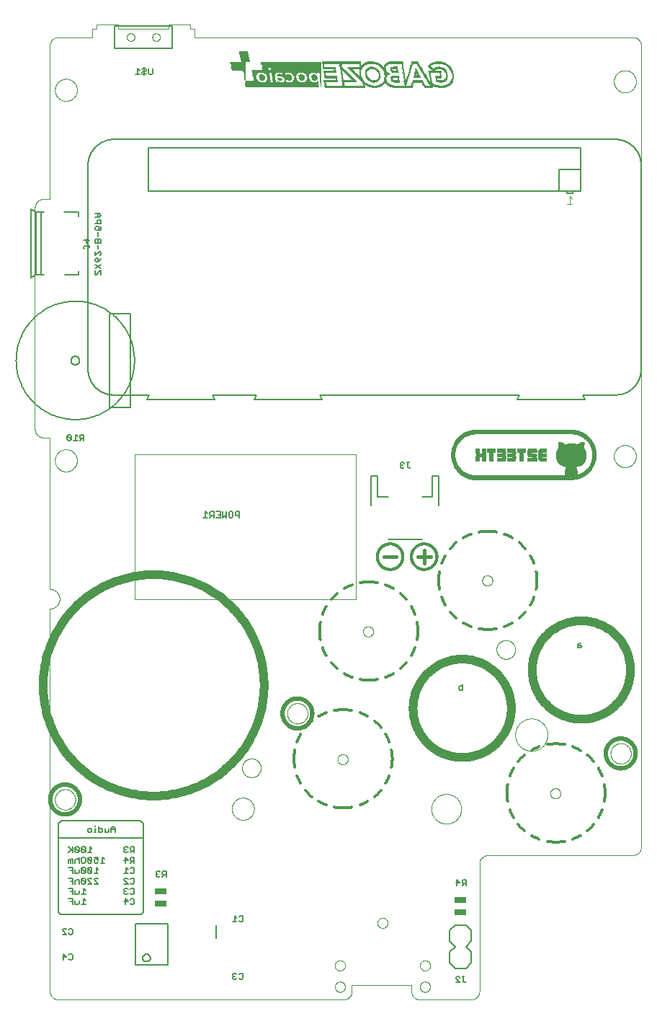
<source format=gbo>
G75*
%MOIN*%
%OFA0B0*%
%FSLAX25Y25*%
%IPPOS*%
%LPD*%
%AMOC8*
5,1,8,0,0,1.08239X$1,22.5*
%
%ADD10C,0.00500*%
%ADD11C,0.00600*%
%ADD12C,0.04000*%
%ADD13C,0.01200*%
%ADD14C,0.01600*%
%ADD15C,0.00000*%
%ADD16C,0.00039*%
%ADD17R,0.00090X0.00083*%
%ADD18R,0.01920X0.00083*%
%ADD19R,0.00080X0.00083*%
%ADD20R,0.04170X0.00083*%
%ADD21R,0.08490X0.00083*%
%ADD22R,0.01750X0.00083*%
%ADD23R,0.18500X0.00083*%
%ADD24R,0.03250X0.00083*%
%ADD25R,0.09160X0.00083*%
%ADD26R,0.02840X0.00083*%
%ADD27R,0.18420X0.00083*%
%ADD28R,0.04250X0.00084*%
%ADD29R,0.04160X0.00084*%
%ADD30R,0.09750X0.00084*%
%ADD31R,0.03750X0.00084*%
%ADD32R,0.18500X0.00084*%
%ADD33R,0.00080X0.00084*%
%ADD34R,0.33920X0.00084*%
%ADD35R,0.04750X0.00083*%
%ADD36R,0.04170X0.00083*%
%ADD37R,0.09920X0.00083*%
%ADD38R,0.04250X0.00083*%
%ADD39R,0.33830X0.00083*%
%ADD40R,0.05420X0.00083*%
%ADD41R,0.10250X0.00083*%
%ADD42R,0.33920X0.00083*%
%ADD43R,0.05840X0.00084*%
%ADD44R,0.04170X0.00084*%
%ADD45R,0.10420X0.00084*%
%ADD46R,0.05170X0.00084*%
%ADD47R,0.33830X0.00084*%
%ADD48R,0.06580X0.00083*%
%ADD49R,0.10590X0.00083*%
%ADD50R,0.05760X0.00083*%
%ADD51R,0.06920X0.00083*%
%ADD52R,0.04160X0.00083*%
%ADD53R,0.10830X0.00083*%
%ADD54R,0.06080X0.00083*%
%ADD55R,0.18410X0.00083*%
%ADD56R,0.00160X0.00083*%
%ADD57R,0.07250X0.00084*%
%ADD58R,0.11170X0.00084*%
%ADD59R,0.06420X0.00084*%
%ADD60R,0.18410X0.00084*%
%ADD61R,0.00160X0.00084*%
%ADD62R,0.07590X0.00083*%
%ADD63R,0.11250X0.00083*%
%ADD64R,0.06670X0.00083*%
%ADD65R,0.02500X0.00083*%
%ADD66R,0.04080X0.00083*%
%ADD67R,0.01080X0.00083*%
%ADD68R,0.01000X0.00083*%
%ADD69R,0.00920X0.00083*%
%ADD70R,0.02670X0.00083*%
%ADD71R,0.02750X0.00083*%
%ADD72R,0.00830X0.00083*%
%ADD73R,0.01010X0.00083*%
%ADD74R,0.33750X0.00083*%
%ADD75R,0.02410X0.00084*%
%ADD76R,0.01080X0.00084*%
%ADD77R,0.01000X0.00084*%
%ADD78R,0.00840X0.00084*%
%ADD79R,0.02670X0.00084*%
%ADD80R,0.02420X0.00084*%
%ADD81R,0.02660X0.00084*%
%ADD82R,0.00830X0.00084*%
%ADD83R,0.00920X0.00084*%
%ADD84R,0.33750X0.00084*%
%ADD85R,0.02090X0.00083*%
%ADD86R,0.03660X0.00083*%
%ADD87R,0.00910X0.00083*%
%ADD88R,0.00840X0.00083*%
%ADD89R,0.02080X0.00083*%
%ADD90R,0.00920X0.00083*%
%ADD91R,0.01910X0.00083*%
%ADD92R,0.03160X0.00083*%
%ADD93R,0.01830X0.00083*%
%ADD94R,0.01920X0.00083*%
%ADD95R,0.01840X0.00084*%
%ADD96R,0.02920X0.00084*%
%ADD97R,0.00910X0.00084*%
%ADD98R,0.01830X0.00084*%
%ADD99R,0.02000X0.00084*%
%ADD100R,0.00250X0.00084*%
%ADD101R,0.01670X0.00083*%
%ADD102R,0.01660X0.00083*%
%ADD103R,0.01580X0.00083*%
%ADD104R,0.00750X0.00083*%
%ADD105R,0.00250X0.00083*%
%ADD106R,0.01590X0.00083*%
%ADD107R,0.02580X0.00083*%
%ADD108R,0.01500X0.00083*%
%ADD109R,0.01420X0.00084*%
%ADD110R,0.02340X0.00084*%
%ADD111R,0.00920X0.00084*%
%ADD112R,0.01410X0.00084*%
%ADD113R,0.01670X0.00084*%
%ADD114R,0.01410X0.00083*%
%ADD115R,0.01420X0.00083*%
%ADD116R,0.01250X0.00083*%
%ADD117R,0.01340X0.00083*%
%ADD118R,0.01330X0.00083*%
%ADD119R,0.33670X0.00083*%
%ADD120R,0.01250X0.00084*%
%ADD121R,0.01170X0.00084*%
%ADD122R,0.02330X0.00084*%
%ADD123R,0.33670X0.00084*%
%ADD124R,0.01170X0.00083*%
%ADD125R,0.01170X0.00083*%
%ADD126R,0.01160X0.00083*%
%ADD127R,0.02160X0.00083*%
%ADD128R,0.02170X0.00083*%
%ADD129R,0.00330X0.00083*%
%ADD130R,0.01090X0.00084*%
%ADD131R,0.01670X0.00084*%
%ADD132R,0.01920X0.00084*%
%ADD133R,0.00330X0.00084*%
%ADD134R,0.01670X0.00083*%
%ADD135R,0.01840X0.00083*%
%ADD136R,0.33580X0.00083*%
%ADD137R,0.01750X0.00084*%
%ADD138R,0.00090X0.00084*%
%ADD139R,0.01330X0.00084*%
%ADD140R,0.01160X0.00084*%
%ADD141R,0.01590X0.00084*%
%ADD142R,0.33580X0.00084*%
%ADD143R,0.04910X0.00083*%
%ADD144R,0.07750X0.00083*%
%ADD145R,0.07420X0.00083*%
%ADD146R,0.05340X0.00083*%
%ADD147R,0.00410X0.00083*%
%ADD148R,0.04420X0.00083*%
%ADD149R,0.02250X0.00083*%
%ADD150R,0.02910X0.00083*%
%ADD151R,0.07080X0.00083*%
%ADD152R,0.05250X0.00084*%
%ADD153R,0.01500X0.00084*%
%ADD154R,0.02580X0.00084*%
%ADD155R,0.00410X0.00084*%
%ADD156R,0.00750X0.00084*%
%ADD157R,0.03500X0.00084*%
%ADD158R,0.03830X0.00084*%
%ADD159R,0.00590X0.00084*%
%ADD160R,0.02500X0.00084*%
%ADD161R,0.06830X0.00084*%
%ADD162R,0.01090X0.00083*%
%ADD163R,0.05160X0.00083*%
%ADD164R,0.03090X0.00083*%
%ADD165R,0.02000X0.00083*%
%ADD166R,0.01420X0.00083*%
%ADD167R,0.06830X0.00083*%
%ADD168R,0.06420X0.00083*%
%ADD169R,0.00580X0.00083*%
%ADD170R,0.03510X0.00083*%
%ADD171R,0.00500X0.00083*%
%ADD172R,0.02330X0.00083*%
%ADD173R,0.06670X0.00083*%
%ADD174R,0.03000X0.00083*%
%ADD175R,0.05080X0.00083*%
%ADD176R,0.06750X0.00083*%
%ADD177R,0.06330X0.00083*%
%ADD178R,0.02920X0.00083*%
%ADD179R,0.03170X0.00083*%
%ADD180R,0.00340X0.00083*%
%ADD181R,0.06500X0.00083*%
%ADD182R,0.03410X0.00084*%
%ADD183R,0.05080X0.00084*%
%ADD184R,0.03420X0.00084*%
%ADD185R,0.03170X0.00084*%
%ADD186R,0.06660X0.00084*%
%ADD187R,0.06420X0.00084*%
%ADD188R,0.02170X0.00084*%
%ADD189R,0.06330X0.00084*%
%ADD190R,0.03830X0.00083*%
%ADD191R,0.04920X0.00083*%
%ADD192R,0.03590X0.00083*%
%ADD193R,0.03420X0.00083*%
%ADD194R,0.06340X0.00083*%
%ADD195R,0.00170X0.00083*%
%ADD196R,0.02660X0.00083*%
%ADD197R,0.00170X0.00083*%
%ADD198R,0.06250X0.00083*%
%ADD199R,0.03750X0.00083*%
%ADD200R,0.02420X0.00083*%
%ADD201R,0.00670X0.00083*%
%ADD202R,0.04330X0.00084*%
%ADD203R,0.04830X0.00084*%
%ADD204R,0.04000X0.00084*%
%ADD205R,0.06500X0.00084*%
%ADD206R,0.06340X0.00084*%
%ADD207R,0.02090X0.00084*%
%ADD208R,0.02250X0.00084*%
%ADD209R,0.00670X0.00084*%
%ADD210R,0.05920X0.00084*%
%ADD211R,0.04830X0.00083*%
%ADD212R,0.04090X0.00083*%
%ADD213R,0.06410X0.00083*%
%ADD214R,0.05920X0.00083*%
%ADD215R,0.04500X0.00083*%
%ADD216R,0.03840X0.00083*%
%ADD217R,0.00670X0.00083*%
%ADD218R,0.05830X0.00083*%
%ADD219R,0.04580X0.00084*%
%ADD220R,0.04670X0.00084*%
%ADD221R,0.03920X0.00084*%
%ADD222R,0.04410X0.00084*%
%ADD223R,0.01420X0.00084*%
%ADD224R,0.00500X0.00084*%
%ADD225R,0.01910X0.00084*%
%ADD226R,0.01920X0.00084*%
%ADD227R,0.00760X0.00084*%
%ADD228R,0.03910X0.00083*%
%ADD229R,0.04670X0.00083*%
%ADD230R,0.06420X0.00083*%
%ADD231R,0.06170X0.00083*%
%ADD232R,0.00420X0.00083*%
%ADD233R,0.01170X0.00084*%
%ADD234R,0.00580X0.00084*%
%ADD235R,0.00760X0.00083*%
%ADD236R,0.03170X0.00083*%
%ADD237R,0.02420X0.00084*%
%ADD238R,0.03250X0.00084*%
%ADD239R,0.01580X0.00084*%
%ADD240R,0.02410X0.00083*%
%ADD241R,0.03330X0.00083*%
%ADD242R,0.02750X0.00084*%
%ADD243R,0.01660X0.00084*%
%ADD244R,0.00660X0.00083*%
%ADD245R,0.03500X0.00083*%
%ADD246R,0.02910X0.00084*%
%ADD247R,0.05830X0.00084*%
%ADD248R,0.00660X0.00084*%
%ADD249R,0.03670X0.00084*%
%ADD250R,0.04000X0.00083*%
%ADD251R,0.05750X0.00083*%
%ADD252R,0.02830X0.00083*%
%ADD253R,0.03920X0.00083*%
%ADD254R,0.05840X0.00083*%
%ADD255R,0.00420X0.00083*%
%ADD256R,0.02080X0.00084*%
%ADD257R,0.02830X0.00084*%
%ADD258R,0.02840X0.00084*%
%ADD259R,0.02670X0.00083*%
%ADD260R,0.03000X0.00084*%
%ADD261R,0.03080X0.00084*%
%ADD262R,0.03580X0.00084*%
%ADD263R,0.02670X0.00084*%
%ADD264R,0.02920X0.00083*%
%ADD265R,0.03080X0.00083*%
%ADD266R,0.04580X0.00083*%
%ADD267R,0.02990X0.00084*%
%ADD268R,0.03330X0.00084*%
%ADD269R,0.04920X0.00084*%
%ADD270R,0.02420X0.00083*%
%ADD271R,0.02590X0.00083*%
%ADD272R,0.05500X0.00083*%
%ADD273R,0.00740X0.00083*%
%ADD274R,0.01490X0.00083*%
%ADD275R,0.00670X0.00084*%
%ADD276R,0.02340X0.00083*%
%ADD277R,0.02590X0.00084*%
%ADD278R,0.02160X0.00084*%
%ADD279R,0.02170X0.00083*%
%ADD280R,0.02170X0.00084*%
%ADD281R,0.03670X0.00083*%
%ADD282R,0.05670X0.00084*%
%ADD283R,0.03840X0.00084*%
%ADD284R,0.04090X0.00084*%
%ADD285R,0.02510X0.00084*%
%ADD286R,0.05670X0.00083*%
%ADD287R,0.01240X0.00083*%
%ADD288R,0.03240X0.00083*%
%ADD289R,0.04760X0.00083*%
%ADD290R,0.06920X0.00083*%
%ADD291R,0.03580X0.00083*%
%ADD292R,0.32080X0.00083*%
%ADD293R,0.32080X0.00084*%
%ADD294R,0.05670X0.00084*%
%ADD295R,0.32160X0.00084*%
%ADD296R,0.05670X0.00083*%
%ADD297R,0.03420X0.00083*%
%ADD298R,0.05910X0.00083*%
%ADD299R,0.32160X0.00083*%
%ADD300R,0.32250X0.00083*%
%ADD301R,0.23410X0.00084*%
%ADD302R,0.08250X0.00084*%
%ADD303R,0.23330X0.00083*%
%ADD304R,0.08090X0.00083*%
%ADD305R,0.23250X0.00083*%
%ADD306R,0.01340X0.00084*%
%ADD307R,0.23160X0.00084*%
%ADD308R,0.00590X0.00083*%
%ADD309R,0.23160X0.00083*%
%ADD310R,0.23080X0.00083*%
%ADD311R,0.23080X0.00084*%
%ADD312R,0.06250X0.00084*%
%ADD313R,0.01740X0.00083*%
%ADD314R,0.06090X0.00083*%
%ADD315R,0.04910X0.00084*%
%ADD316R,0.04670X0.00084*%
%ADD317R,0.06000X0.00084*%
%ADD318R,0.06170X0.00084*%
%ADD319R,0.06410X0.00084*%
%ADD320R,0.06000X0.00083*%
%ADD321R,0.04410X0.00083*%
%ADD322R,0.03420X0.00084*%
%ADD323R,0.03920X0.00084*%
%ADD324R,0.06080X0.00084*%
%ADD325R,0.23250X0.00084*%
%ADD326R,0.06660X0.00083*%
%ADD327R,0.23410X0.00083*%
%ADD328R,0.03090X0.00084*%
%ADD329R,0.02920X0.00084*%
%ADD330R,0.06840X0.00084*%
%ADD331R,0.06160X0.00084*%
%ADD332R,0.23580X0.00084*%
%ADD333R,0.06580X0.00084*%
%ADD334R,0.06840X0.00083*%
%ADD335R,0.23580X0.00083*%
%ADD336R,0.07000X0.00083*%
%ADD337R,0.27410X0.00083*%
%ADD338R,0.07080X0.00084*%
%ADD339R,0.27410X0.00084*%
%ADD340R,0.27500X0.00083*%
%ADD341R,0.27500X0.00084*%
%ADD342R,0.06750X0.00084*%
%ADD343R,0.27580X0.00083*%
%ADD344R,0.27580X0.00084*%
%ADD345R,0.06670X0.00084*%
%ADD346R,0.27660X0.00083*%
%ADD347R,0.27660X0.00084*%
%ADD348R,0.06910X0.00083*%
%ADD349R,0.27750X0.00084*%
%ADD350R,0.06910X0.00084*%
%ADD351R,0.27750X0.00083*%
%ADD352R,0.06920X0.00084*%
%ADD353R,0.07830X0.00083*%
%ADD354R,0.18000X0.00083*%
%ADD355R,0.27830X0.00083*%
%ADD356R,0.07750X0.00084*%
%ADD357R,0.18000X0.00084*%
%ADD358R,0.27830X0.00084*%
%ADD359R,0.03410X0.00083*%
%ADD360R,0.07580X0.00083*%
%ADD361R,0.06160X0.00083*%
%ADD362R,0.07670X0.00083*%
%ADD363R,0.07420X0.00084*%
%ADD364R,0.05660X0.00084*%
%ADD365R,0.07000X0.00084*%
%ADD366R,0.05580X0.00083*%
%ADD367R,0.07250X0.00083*%
%ADD368R,0.05420X0.00083*%
%ADD369R,0.18090X0.00083*%
%ADD370R,0.27910X0.00083*%
%ADD371R,0.04420X0.00084*%
%ADD372R,0.06920X0.00084*%
%ADD373R,0.18090X0.00084*%
%ADD374R,0.27910X0.00084*%
%ADD375R,0.07160X0.00084*%
%ADD376R,0.06590X0.00083*%
%ADD377R,0.05500X0.00084*%
%ADD378R,0.03920X0.00083*%
%ADD379R,0.03910X0.00084*%
%ADD380R,0.47420X0.00084*%
%ADD381R,0.48080X0.00083*%
%ADD382R,0.49170X0.00083*%
%ADD383R,0.49920X0.00084*%
%ADD384R,0.50500X0.00083*%
%ADD385R,0.51170X0.00083*%
%ADD386R,0.51660X0.00084*%
%ADD387R,0.52170X0.00083*%
%ADD388R,0.52670X0.00083*%
%ADD389R,0.53080X0.00084*%
%ADD390R,0.53340X0.00083*%
%ADD391R,0.53750X0.00083*%
%ADD392R,0.54250X0.00084*%
%ADD393R,0.54580X0.00083*%
%ADD394R,0.54830X0.00083*%
%ADD395R,0.55000X0.00084*%
%ADD396R,0.55420X0.00083*%
%ADD397R,0.55750X0.00083*%
%ADD398R,0.56080X0.00084*%
%ADD399R,0.56330X0.00083*%
%ADD400R,0.56580X0.00083*%
%ADD401R,0.56830X0.00084*%
%ADD402R,0.09330X0.00083*%
%ADD403R,0.09340X0.00083*%
%ADD404R,0.05660X0.00083*%
%ADD405R,0.09590X0.00084*%
%ADD406R,0.05090X0.00084*%
%ADD407R,0.09590X0.00083*%
%ADD408R,0.04330X0.00083*%
%ADD409R,0.05750X0.00084*%
%ADD410R,0.03670X0.00083*%
%ADD411R,0.03670X0.00084*%
%ADD412R,0.05590X0.00083*%
%ADD413R,0.05590X0.00084*%
%ADD414R,0.05420X0.00084*%
%ADD415R,0.02490X0.00084*%
%ADD416R,0.05330X0.00083*%
%ADD417R,0.05410X0.00083*%
%ADD418R,0.05250X0.00083*%
%ADD419R,0.05170X0.00083*%
%ADD420R,0.02240X0.00084*%
%ADD421R,0.04420X0.00083*%
%ADD422R,0.04170X0.00084*%
%ADD423R,0.00340X0.00084*%
%ADD424R,0.07160X0.00083*%
%ADD425R,0.07580X0.00084*%
%ADD426R,0.08500X0.00083*%
%ADD427R,0.08920X0.00084*%
%ADD428R,0.09170X0.00083*%
%ADD429R,0.09500X0.00083*%
%ADD430R,0.09830X0.00084*%
%ADD431R,0.10090X0.00083*%
%ADD432R,0.10330X0.00083*%
%ADD433R,0.10500X0.00084*%
%ADD434R,0.11000X0.00083*%
%ADD435R,0.11330X0.00083*%
%ADD436R,0.11580X0.00083*%
%ADD437R,0.11670X0.00084*%
%ADD438R,0.11830X0.00083*%
%ADD439R,0.12000X0.00083*%
%ADD440R,0.12090X0.00084*%
%ADD441R,0.12170X0.00083*%
%ADD442R,0.02010X0.00083*%
%ADD443R,0.12420X0.00083*%
%ADD444R,0.12410X0.00084*%
%ADD445R,0.12500X0.00083*%
%ADD446R,0.12670X0.00083*%
%ADD447R,0.12750X0.00084*%
%ADD448R,0.12910X0.00083*%
%ADD449R,0.13000X0.00083*%
%ADD450R,0.13000X0.00084*%
%ADD451R,0.13170X0.00083*%
%ADD452R,0.04340X0.00083*%
%ADD453R,0.13250X0.00084*%
%ADD454R,0.03660X0.00084*%
%ADD455R,0.04340X0.00084*%
%ADD456R,0.13330X0.00083*%
%ADD457R,0.13420X0.00083*%
%ADD458R,0.13420X0.00084*%
%ADD459R,0.13500X0.00083*%
%ADD460R,0.13590X0.00083*%
%ADD461R,0.13590X0.00084*%
%ADD462R,0.13670X0.00083*%
%ADD463R,0.13830X0.00084*%
%ADD464R,0.13750X0.00083*%
%ADD465R,0.13830X0.00083*%
%ADD466R,0.02010X0.00084*%
%ADD467R,0.13910X0.00083*%
%ADD468R,0.13910X0.00084*%
%ADD469R,0.13920X0.00083*%
%ADD470R,0.14000X0.00083*%
%ADD471R,0.14000X0.00084*%
%ADD472R,0.14160X0.00083*%
%ADD473R,0.14080X0.00084*%
%ADD474R,0.14080X0.00083*%
%ADD475R,0.14160X0.00084*%
%ADD476R,0.04500X0.00084*%
%ADD477R,0.13250X0.00083*%
%ADD478R,0.13170X0.00084*%
%ADD479R,0.13090X0.00083*%
%ADD480R,0.12830X0.00084*%
%ADD481R,0.12580X0.00083*%
%ADD482R,0.12590X0.00084*%
%ADD483R,0.12080X0.00084*%
%ADD484R,0.11910X0.00083*%
%ADD485R,0.12000X0.00084*%
%ADD486R,0.12090X0.00083*%
%ADD487R,0.12250X0.00083*%
%ADD488R,0.12250X0.00084*%
%ADD489R,0.12330X0.00083*%
%ADD490R,0.12330X0.00084*%
%ADD491R,0.05000X0.00084*%
%ADD492R,0.00170X0.00084*%
%ADD493R,0.02240X0.00083*%
%ADD494R,0.03260X0.00084*%
%ADD495R,0.03340X0.00083*%
%ADD496R,0.03590X0.00084*%
%ADD497R,0.05090X0.00083*%
%ADD498R,0.56410X0.00083*%
%ADD499R,0.56170X0.00084*%
%ADD500R,0.55670X0.00083*%
%ADD501R,0.55330X0.00084*%
%ADD502R,0.55170X0.00083*%
%ADD503R,0.54670X0.00083*%
%ADD504R,0.54410X0.00084*%
%ADD505R,0.53830X0.00083*%
%ADD506R,0.53580X0.00083*%
%ADD507R,0.53170X0.00084*%
%ADD508R,0.52330X0.00083*%
%ADD509R,0.51830X0.00084*%
%ADD510R,0.51500X0.00083*%
%ADD511R,0.50910X0.00083*%
%ADD512R,0.50330X0.00084*%
%ADD513R,0.49660X0.00083*%
%ADD514R,0.48830X0.00083*%
%ADD515R,0.48250X0.00084*%
%ADD516R,0.47750X0.00083*%
%ADD517C,0.02000*%
%ADD518C,0.00400*%
%ADD519C,0.00394*%
%ADD520C,0.00800*%
%ADD521R,0.05512X0.02559*%
D10*
X0026998Y0037477D02*
X0026998Y0040179D01*
X0028349Y0038828D01*
X0026548Y0038828D01*
X0029494Y0039729D02*
X0029944Y0040179D01*
X0030845Y0040179D01*
X0031296Y0039729D01*
X0031296Y0037927D01*
X0030845Y0037477D01*
X0029944Y0037477D01*
X0029494Y0037927D01*
X0029944Y0049288D02*
X0029494Y0049738D01*
X0029944Y0049288D02*
X0030845Y0049288D01*
X0031296Y0049738D01*
X0031296Y0051540D01*
X0030845Y0051990D01*
X0029944Y0051990D01*
X0029494Y0051540D01*
X0028349Y0051540D02*
X0027899Y0051990D01*
X0026998Y0051990D01*
X0026548Y0051540D01*
X0026548Y0051089D01*
X0028349Y0049288D01*
X0026548Y0049288D01*
X0031296Y0063058D02*
X0031296Y0065760D01*
X0029494Y0065760D01*
X0030395Y0064409D02*
X0031296Y0064409D01*
X0032441Y0064859D02*
X0032441Y0063058D01*
X0033792Y0063058D01*
X0034242Y0063508D01*
X0034242Y0064859D01*
X0035387Y0063058D02*
X0037189Y0063058D01*
X0036288Y0063058D02*
X0036288Y0065760D01*
X0037189Y0064859D01*
X0037189Y0067858D02*
X0035387Y0067858D01*
X0036288Y0067858D02*
X0036288Y0070560D01*
X0037189Y0069659D01*
X0034242Y0069659D02*
X0034242Y0068308D01*
X0033792Y0067858D01*
X0032441Y0067858D01*
X0032441Y0069659D01*
X0031296Y0069209D02*
X0030395Y0069209D01*
X0031296Y0067858D02*
X0031296Y0070560D01*
X0029494Y0070560D01*
X0031296Y0072658D02*
X0031296Y0075360D01*
X0029494Y0075360D01*
X0030395Y0074009D02*
X0031296Y0074009D01*
X0032441Y0074009D02*
X0032441Y0072658D01*
X0032441Y0074009D02*
X0032891Y0074459D01*
X0034242Y0074459D01*
X0034242Y0072658D01*
X0035387Y0073108D02*
X0035837Y0072658D01*
X0036738Y0072658D01*
X0037189Y0073108D01*
X0035387Y0074910D01*
X0035387Y0073108D01*
X0037189Y0073108D02*
X0037189Y0074910D01*
X0036738Y0075360D01*
X0035837Y0075360D01*
X0035387Y0074910D01*
X0035837Y0077458D02*
X0036738Y0077458D01*
X0037189Y0077908D01*
X0035387Y0079710D01*
X0035387Y0077908D01*
X0035837Y0077458D01*
X0037189Y0077908D02*
X0037189Y0079710D01*
X0036738Y0080160D01*
X0035837Y0080160D01*
X0035387Y0079710D01*
X0034242Y0079259D02*
X0034242Y0077908D01*
X0033792Y0077458D01*
X0032441Y0077458D01*
X0032441Y0079259D01*
X0031296Y0078809D02*
X0030395Y0078809D01*
X0031296Y0077458D02*
X0031296Y0080160D01*
X0029494Y0080160D01*
X0029494Y0082258D02*
X0029494Y0083609D01*
X0029944Y0084059D01*
X0030395Y0083609D01*
X0030395Y0082258D01*
X0031296Y0082258D02*
X0031296Y0084059D01*
X0030845Y0084059D01*
X0030395Y0083609D01*
X0032441Y0083609D02*
X0032441Y0082258D01*
X0032441Y0083609D02*
X0032891Y0084059D01*
X0033792Y0084059D01*
X0034242Y0083609D01*
X0034242Y0084960D02*
X0034242Y0082258D01*
X0035387Y0082708D02*
X0035387Y0084510D01*
X0035837Y0084960D01*
X0036738Y0084960D01*
X0037189Y0084510D01*
X0037189Y0082708D01*
X0036738Y0082258D01*
X0035837Y0082258D01*
X0035387Y0082708D01*
X0038334Y0082708D02*
X0038784Y0082258D01*
X0039685Y0082258D01*
X0040135Y0082708D01*
X0038334Y0084510D01*
X0038334Y0082708D01*
X0040135Y0082708D02*
X0040135Y0084510D01*
X0039685Y0084960D01*
X0038784Y0084960D01*
X0038334Y0084510D01*
X0038334Y0087058D02*
X0040135Y0087058D01*
X0039234Y0087058D02*
X0039234Y0089760D01*
X0040135Y0088859D01*
X0037189Y0089310D02*
X0036738Y0089760D01*
X0035837Y0089760D01*
X0035387Y0089310D01*
X0037189Y0087508D01*
X0036738Y0087058D01*
X0035837Y0087058D01*
X0035387Y0087508D01*
X0035387Y0089310D01*
X0034242Y0089310D02*
X0033792Y0089760D01*
X0032891Y0089760D01*
X0032441Y0089310D01*
X0034242Y0087508D01*
X0033792Y0087058D01*
X0032891Y0087058D01*
X0032441Y0087508D01*
X0032441Y0089310D01*
X0031296Y0089760D02*
X0031296Y0087058D01*
X0031296Y0087959D02*
X0029494Y0089760D01*
X0030845Y0088409D02*
X0029494Y0087058D01*
X0034242Y0087508D02*
X0034242Y0089310D01*
X0037189Y0089310D02*
X0037189Y0087508D01*
X0041280Y0084960D02*
X0043082Y0084960D01*
X0043082Y0083609D01*
X0042181Y0084059D01*
X0041730Y0084059D01*
X0041280Y0083609D01*
X0041280Y0082708D01*
X0041730Y0082258D01*
X0042631Y0082258D01*
X0043082Y0082708D01*
X0044227Y0082258D02*
X0046028Y0082258D01*
X0045127Y0082258D02*
X0045127Y0084960D01*
X0046028Y0084059D01*
X0042181Y0080160D02*
X0042181Y0077458D01*
X0043082Y0077458D02*
X0041280Y0077458D01*
X0040135Y0077908D02*
X0038334Y0079710D01*
X0038334Y0077908D01*
X0038784Y0077458D01*
X0039685Y0077458D01*
X0040135Y0077908D01*
X0040135Y0079710D01*
X0039685Y0080160D01*
X0038784Y0080160D01*
X0038334Y0079710D01*
X0042181Y0080160D02*
X0043082Y0079259D01*
X0042631Y0075360D02*
X0043082Y0074910D01*
X0042631Y0075360D02*
X0041730Y0075360D01*
X0041280Y0074910D01*
X0041280Y0074459D01*
X0043082Y0072658D01*
X0041280Y0072658D01*
X0040135Y0072658D02*
X0038334Y0074459D01*
X0038334Y0074910D01*
X0038784Y0075360D01*
X0039685Y0075360D01*
X0040135Y0074910D01*
X0040135Y0072658D02*
X0038334Y0072658D01*
X0055097Y0072658D02*
X0056899Y0072658D01*
X0055097Y0074459D01*
X0055097Y0074910D01*
X0055547Y0075360D01*
X0056448Y0075360D01*
X0056899Y0074910D01*
X0058044Y0074910D02*
X0058494Y0075360D01*
X0059395Y0075360D01*
X0059845Y0074910D01*
X0059845Y0073108D01*
X0059395Y0072658D01*
X0058494Y0072658D01*
X0058044Y0073108D01*
X0058494Y0070560D02*
X0059395Y0070560D01*
X0059845Y0070110D01*
X0059845Y0068308D01*
X0059395Y0067858D01*
X0058494Y0067858D01*
X0058044Y0068308D01*
X0056899Y0068308D02*
X0056448Y0067858D01*
X0055547Y0067858D01*
X0055097Y0068308D01*
X0055097Y0068759D01*
X0055547Y0069209D01*
X0055998Y0069209D01*
X0055547Y0069209D02*
X0055097Y0069659D01*
X0055097Y0070110D01*
X0055547Y0070560D01*
X0056448Y0070560D01*
X0056899Y0070110D01*
X0058044Y0070110D02*
X0058494Y0070560D01*
X0058494Y0065760D02*
X0059395Y0065760D01*
X0059845Y0065310D01*
X0059845Y0063508D01*
X0059395Y0063058D01*
X0058494Y0063058D01*
X0058044Y0063508D01*
X0056899Y0064409D02*
X0055097Y0064409D01*
X0055547Y0063058D02*
X0055547Y0065760D01*
X0056899Y0064409D01*
X0058044Y0065310D02*
X0058494Y0065760D01*
X0058494Y0077458D02*
X0058044Y0077908D01*
X0058494Y0077458D02*
X0059395Y0077458D01*
X0059845Y0077908D01*
X0059845Y0079710D01*
X0059395Y0080160D01*
X0058494Y0080160D01*
X0058044Y0079710D01*
X0056899Y0079259D02*
X0055998Y0080160D01*
X0055998Y0077458D01*
X0056899Y0077458D02*
X0055097Y0077458D01*
X0055547Y0082258D02*
X0055547Y0084960D01*
X0056899Y0083609D01*
X0055097Y0083609D01*
X0058044Y0083609D02*
X0058494Y0083159D01*
X0059845Y0083159D01*
X0058944Y0083159D02*
X0058044Y0082258D01*
X0058044Y0083609D02*
X0058044Y0084510D01*
X0058494Y0084960D01*
X0059845Y0084960D01*
X0059845Y0082258D01*
X0059845Y0087058D02*
X0059845Y0089760D01*
X0058494Y0089760D01*
X0058044Y0089310D01*
X0058044Y0088409D01*
X0058494Y0087959D01*
X0059845Y0087959D01*
X0058944Y0087959D02*
X0058044Y0087058D01*
X0056899Y0087508D02*
X0056448Y0087058D01*
X0055547Y0087058D01*
X0055097Y0087508D01*
X0055097Y0087959D01*
X0055547Y0088409D01*
X0055998Y0088409D01*
X0055547Y0088409D02*
X0055097Y0088859D01*
X0055097Y0089310D01*
X0055547Y0089760D01*
X0056448Y0089760D01*
X0056899Y0089310D01*
X0050972Y0096532D02*
X0050972Y0098333D01*
X0050072Y0099234D01*
X0049171Y0098333D01*
X0049171Y0096532D01*
X0048026Y0096982D02*
X0047575Y0096532D01*
X0046224Y0096532D01*
X0046224Y0098333D01*
X0045079Y0097883D02*
X0044629Y0098333D01*
X0043278Y0098333D01*
X0043278Y0099234D02*
X0043278Y0096532D01*
X0044629Y0096532D01*
X0045079Y0096982D01*
X0045079Y0097883D01*
X0042133Y0098333D02*
X0041682Y0098333D01*
X0041682Y0096532D01*
X0041232Y0096532D02*
X0042133Y0096532D01*
X0040168Y0096982D02*
X0039718Y0096532D01*
X0038817Y0096532D01*
X0038367Y0096982D01*
X0038367Y0097883D01*
X0038817Y0098333D01*
X0039718Y0098333D01*
X0040168Y0097883D01*
X0040168Y0096982D01*
X0041682Y0099234D02*
X0041682Y0099685D01*
X0048026Y0098333D02*
X0048026Y0096982D01*
X0049171Y0097883D02*
X0050972Y0097883D01*
X0070305Y0078565D02*
X0069855Y0078115D01*
X0069855Y0077664D01*
X0070305Y0077214D01*
X0069855Y0076763D01*
X0069855Y0076313D01*
X0070305Y0075863D01*
X0071206Y0075863D01*
X0071656Y0076313D01*
X0072801Y0075863D02*
X0073702Y0076763D01*
X0073252Y0076763D02*
X0074603Y0076763D01*
X0074603Y0075863D02*
X0074603Y0078565D01*
X0073252Y0078565D01*
X0072801Y0078115D01*
X0072801Y0077214D01*
X0073252Y0076763D01*
X0071656Y0078115D02*
X0071206Y0078565D01*
X0070305Y0078565D01*
X0070305Y0077214D02*
X0070755Y0077214D01*
X0063697Y0038482D02*
X0063699Y0038566D01*
X0063705Y0038649D01*
X0063715Y0038732D01*
X0063729Y0038815D01*
X0063746Y0038897D01*
X0063768Y0038978D01*
X0063793Y0039057D01*
X0063822Y0039136D01*
X0063855Y0039213D01*
X0063891Y0039288D01*
X0063931Y0039362D01*
X0063974Y0039434D01*
X0064021Y0039503D01*
X0064071Y0039570D01*
X0064124Y0039635D01*
X0064180Y0039697D01*
X0064238Y0039757D01*
X0064300Y0039814D01*
X0064364Y0039867D01*
X0064431Y0039918D01*
X0064500Y0039965D01*
X0064571Y0040010D01*
X0064644Y0040050D01*
X0064719Y0040087D01*
X0064796Y0040121D01*
X0064874Y0040151D01*
X0064953Y0040177D01*
X0065034Y0040200D01*
X0065116Y0040218D01*
X0065198Y0040233D01*
X0065281Y0040244D01*
X0065364Y0040251D01*
X0065448Y0040254D01*
X0065532Y0040253D01*
X0065615Y0040248D01*
X0065699Y0040239D01*
X0065781Y0040226D01*
X0065863Y0040210D01*
X0065944Y0040189D01*
X0066025Y0040165D01*
X0066103Y0040137D01*
X0066181Y0040105D01*
X0066257Y0040069D01*
X0066331Y0040030D01*
X0066403Y0039988D01*
X0066473Y0039942D01*
X0066541Y0039893D01*
X0066606Y0039841D01*
X0066669Y0039786D01*
X0066729Y0039728D01*
X0066787Y0039667D01*
X0066841Y0039603D01*
X0066893Y0039537D01*
X0066941Y0039469D01*
X0066986Y0039398D01*
X0067027Y0039325D01*
X0067066Y0039251D01*
X0067100Y0039175D01*
X0067131Y0039097D01*
X0067158Y0039018D01*
X0067182Y0038937D01*
X0067201Y0038856D01*
X0067217Y0038774D01*
X0067229Y0038691D01*
X0067237Y0038607D01*
X0067241Y0038524D01*
X0067241Y0038440D01*
X0067237Y0038357D01*
X0067229Y0038273D01*
X0067217Y0038190D01*
X0067201Y0038108D01*
X0067182Y0038027D01*
X0067158Y0037946D01*
X0067131Y0037867D01*
X0067100Y0037789D01*
X0067066Y0037713D01*
X0067027Y0037639D01*
X0066986Y0037566D01*
X0066941Y0037495D01*
X0066893Y0037427D01*
X0066841Y0037361D01*
X0066787Y0037297D01*
X0066729Y0037236D01*
X0066669Y0037178D01*
X0066606Y0037123D01*
X0066541Y0037071D01*
X0066473Y0037022D01*
X0066403Y0036976D01*
X0066331Y0036934D01*
X0066257Y0036895D01*
X0066181Y0036859D01*
X0066103Y0036827D01*
X0066025Y0036799D01*
X0065944Y0036775D01*
X0065863Y0036754D01*
X0065781Y0036738D01*
X0065699Y0036725D01*
X0065615Y0036716D01*
X0065532Y0036711D01*
X0065448Y0036710D01*
X0065364Y0036713D01*
X0065281Y0036720D01*
X0065198Y0036731D01*
X0065116Y0036746D01*
X0065034Y0036764D01*
X0064953Y0036787D01*
X0064874Y0036813D01*
X0064796Y0036843D01*
X0064719Y0036877D01*
X0064644Y0036914D01*
X0064571Y0036954D01*
X0064500Y0036999D01*
X0064431Y0037046D01*
X0064364Y0037097D01*
X0064300Y0037150D01*
X0064238Y0037207D01*
X0064180Y0037267D01*
X0064124Y0037329D01*
X0064071Y0037394D01*
X0064021Y0037461D01*
X0063974Y0037530D01*
X0063931Y0037602D01*
X0063891Y0037676D01*
X0063855Y0037751D01*
X0063822Y0037828D01*
X0063793Y0037907D01*
X0063768Y0037986D01*
X0063746Y0038067D01*
X0063729Y0038149D01*
X0063715Y0038232D01*
X0063705Y0038315D01*
X0063699Y0038398D01*
X0063697Y0038482D01*
X0105288Y0030870D02*
X0105288Y0030420D01*
X0105738Y0029970D01*
X0105288Y0029519D01*
X0105288Y0029069D01*
X0105738Y0028619D01*
X0106639Y0028619D01*
X0107089Y0029069D01*
X0108234Y0029069D02*
X0108685Y0028619D01*
X0109585Y0028619D01*
X0110036Y0029069D01*
X0110036Y0030870D01*
X0109585Y0031321D01*
X0108685Y0031321D01*
X0108234Y0030870D01*
X0107089Y0030870D02*
X0106639Y0031321D01*
X0105738Y0031321D01*
X0105288Y0030870D01*
X0105738Y0029970D02*
X0106188Y0029970D01*
X0106188Y0055193D02*
X0106188Y0057896D01*
X0107089Y0056995D01*
X0108234Y0057445D02*
X0108685Y0057896D01*
X0109585Y0057896D01*
X0110036Y0057445D01*
X0110036Y0055644D01*
X0109585Y0055193D01*
X0108685Y0055193D01*
X0108234Y0055644D01*
X0107089Y0055193D02*
X0105288Y0055193D01*
X0208634Y0073277D02*
X0210436Y0073277D01*
X0209085Y0074628D01*
X0209085Y0071926D01*
X0211581Y0071926D02*
X0212481Y0072826D01*
X0212031Y0072826D02*
X0213382Y0072826D01*
X0213382Y0071926D02*
X0213382Y0074628D01*
X0212031Y0074628D01*
X0211581Y0074178D01*
X0211581Y0073277D01*
X0212031Y0072826D01*
X0212031Y0029758D02*
X0212031Y0027506D01*
X0212481Y0027056D01*
X0212932Y0027056D01*
X0213382Y0027506D01*
X0212481Y0029758D02*
X0211581Y0029758D01*
X0210436Y0029307D02*
X0209985Y0029758D01*
X0209085Y0029758D01*
X0208634Y0029307D01*
X0208634Y0028857D01*
X0210436Y0027056D01*
X0208634Y0027056D01*
X0210440Y0162280D02*
X0209989Y0162730D01*
X0209989Y0163631D01*
X0210440Y0164081D01*
X0211791Y0164081D01*
X0211791Y0164982D02*
X0211791Y0162280D01*
X0210440Y0162280D01*
X0265107Y0181965D02*
X0266459Y0181965D01*
X0266909Y0182415D01*
X0266459Y0182866D01*
X0265107Y0182866D01*
X0265107Y0183316D02*
X0265107Y0181965D01*
X0265107Y0183316D02*
X0265558Y0183766D01*
X0266459Y0183766D01*
X0268363Y0296701D02*
X0236867Y0296701D01*
X0237851Y0298669D01*
X0145725Y0298669D01*
X0146709Y0296701D01*
X0115213Y0296701D01*
X0116197Y0298669D01*
X0096119Y0298669D01*
X0097103Y0296701D01*
X0065607Y0296701D01*
X0066591Y0298669D01*
X0050253Y0298669D01*
X0048284Y0292961D02*
X0058127Y0292961D01*
X0058127Y0336268D01*
X0048284Y0336268D01*
X0048284Y0292961D01*
X0036509Y0280337D02*
X0036509Y0277634D01*
X0036509Y0278535D02*
X0035158Y0278535D01*
X0034707Y0278985D01*
X0034707Y0279886D01*
X0035158Y0280337D01*
X0036509Y0280337D01*
X0035608Y0278535D02*
X0034707Y0277634D01*
X0033562Y0277634D02*
X0031761Y0277634D01*
X0032662Y0277634D02*
X0032662Y0280337D01*
X0033562Y0279436D01*
X0030616Y0279886D02*
X0030616Y0278085D01*
X0028814Y0279886D01*
X0028814Y0278085D01*
X0029265Y0277634D01*
X0030166Y0277634D01*
X0030616Y0278085D01*
X0030616Y0279886D02*
X0030166Y0280337D01*
X0029265Y0280337D01*
X0028814Y0279886D01*
X0038442Y0310480D02*
X0038442Y0404969D01*
X0038445Y0405254D01*
X0038456Y0405540D01*
X0038473Y0405825D01*
X0038497Y0406109D01*
X0038528Y0406393D01*
X0038566Y0406676D01*
X0038611Y0406957D01*
X0038662Y0407238D01*
X0038720Y0407518D01*
X0038785Y0407796D01*
X0038857Y0408072D01*
X0038935Y0408346D01*
X0039020Y0408619D01*
X0039112Y0408889D01*
X0039210Y0409157D01*
X0039314Y0409423D01*
X0039425Y0409686D01*
X0039542Y0409946D01*
X0039665Y0410204D01*
X0039795Y0410458D01*
X0039931Y0410709D01*
X0040072Y0410957D01*
X0040220Y0411201D01*
X0040373Y0411442D01*
X0040533Y0411678D01*
X0040698Y0411911D01*
X0040868Y0412140D01*
X0041044Y0412365D01*
X0041226Y0412585D01*
X0041412Y0412801D01*
X0041604Y0413012D01*
X0041801Y0413219D01*
X0042003Y0413421D01*
X0042210Y0413618D01*
X0042421Y0413810D01*
X0042637Y0413996D01*
X0042857Y0414178D01*
X0043082Y0414354D01*
X0043311Y0414524D01*
X0043544Y0414689D01*
X0043780Y0414849D01*
X0044021Y0415002D01*
X0044265Y0415150D01*
X0044513Y0415291D01*
X0044764Y0415427D01*
X0045018Y0415557D01*
X0045276Y0415680D01*
X0045536Y0415797D01*
X0045799Y0415908D01*
X0046065Y0416012D01*
X0046333Y0416110D01*
X0046603Y0416202D01*
X0046876Y0416287D01*
X0047150Y0416365D01*
X0047426Y0416437D01*
X0047704Y0416502D01*
X0047984Y0416560D01*
X0048265Y0416611D01*
X0048546Y0416656D01*
X0048829Y0416694D01*
X0049113Y0416725D01*
X0049397Y0416749D01*
X0049682Y0416766D01*
X0049968Y0416777D01*
X0050253Y0416780D01*
X0282536Y0416780D01*
X0282821Y0416777D01*
X0283107Y0416766D01*
X0283392Y0416749D01*
X0283676Y0416725D01*
X0283960Y0416694D01*
X0284243Y0416656D01*
X0284524Y0416611D01*
X0284805Y0416560D01*
X0285085Y0416502D01*
X0285363Y0416437D01*
X0285639Y0416365D01*
X0285913Y0416287D01*
X0286186Y0416202D01*
X0286456Y0416110D01*
X0286724Y0416012D01*
X0286990Y0415908D01*
X0287253Y0415797D01*
X0287513Y0415680D01*
X0287771Y0415557D01*
X0288025Y0415427D01*
X0288276Y0415291D01*
X0288524Y0415150D01*
X0288768Y0415002D01*
X0289009Y0414849D01*
X0289245Y0414689D01*
X0289478Y0414524D01*
X0289707Y0414354D01*
X0289932Y0414178D01*
X0290152Y0413996D01*
X0290368Y0413810D01*
X0290579Y0413618D01*
X0290786Y0413421D01*
X0290988Y0413219D01*
X0291185Y0413012D01*
X0291377Y0412801D01*
X0291563Y0412585D01*
X0291745Y0412365D01*
X0291921Y0412140D01*
X0292091Y0411911D01*
X0292256Y0411678D01*
X0292416Y0411442D01*
X0292569Y0411201D01*
X0292717Y0410957D01*
X0292858Y0410709D01*
X0292994Y0410458D01*
X0293124Y0410204D01*
X0293247Y0409946D01*
X0293364Y0409686D01*
X0293475Y0409423D01*
X0293579Y0409157D01*
X0293677Y0408889D01*
X0293769Y0408619D01*
X0293854Y0408346D01*
X0293932Y0408072D01*
X0294004Y0407796D01*
X0294069Y0407518D01*
X0294127Y0407238D01*
X0294178Y0406957D01*
X0294223Y0406676D01*
X0294261Y0406393D01*
X0294292Y0406109D01*
X0294316Y0405825D01*
X0294333Y0405540D01*
X0294344Y0405254D01*
X0294347Y0404969D01*
X0294347Y0310480D01*
X0294344Y0310195D01*
X0294333Y0309909D01*
X0294316Y0309624D01*
X0294292Y0309340D01*
X0294261Y0309056D01*
X0294223Y0308773D01*
X0294178Y0308492D01*
X0294127Y0308211D01*
X0294069Y0307931D01*
X0294004Y0307653D01*
X0293932Y0307377D01*
X0293854Y0307103D01*
X0293769Y0306830D01*
X0293677Y0306560D01*
X0293579Y0306292D01*
X0293475Y0306026D01*
X0293364Y0305763D01*
X0293247Y0305503D01*
X0293124Y0305245D01*
X0292994Y0304991D01*
X0292858Y0304740D01*
X0292717Y0304492D01*
X0292569Y0304248D01*
X0292416Y0304007D01*
X0292256Y0303771D01*
X0292091Y0303538D01*
X0291921Y0303309D01*
X0291745Y0303084D01*
X0291563Y0302864D01*
X0291377Y0302648D01*
X0291185Y0302437D01*
X0290988Y0302230D01*
X0290786Y0302028D01*
X0290579Y0301831D01*
X0290368Y0301639D01*
X0290152Y0301453D01*
X0289932Y0301271D01*
X0289707Y0301095D01*
X0289478Y0300925D01*
X0289245Y0300760D01*
X0289009Y0300600D01*
X0288768Y0300447D01*
X0288524Y0300299D01*
X0288276Y0300158D01*
X0288025Y0300022D01*
X0287771Y0299892D01*
X0287513Y0299769D01*
X0287253Y0299652D01*
X0286990Y0299541D01*
X0286724Y0299437D01*
X0286456Y0299339D01*
X0286186Y0299247D01*
X0285913Y0299162D01*
X0285639Y0299084D01*
X0285363Y0299012D01*
X0285085Y0298947D01*
X0284805Y0298889D01*
X0284524Y0298838D01*
X0284243Y0298793D01*
X0283960Y0298755D01*
X0283676Y0298724D01*
X0283392Y0298700D01*
X0283107Y0298683D01*
X0282821Y0298672D01*
X0282536Y0298669D01*
X0267379Y0298669D01*
X0268363Y0296701D01*
X0262644Y0391750D02*
X0260144Y0391750D01*
X0260144Y0393000D01*
X0256394Y0393000D01*
X0256394Y0403000D01*
X0266394Y0403000D01*
X0266394Y0393000D01*
X0262644Y0393000D01*
X0262644Y0391750D01*
X0262644Y0393000D02*
X0260144Y0393000D01*
X0256394Y0393000D02*
X0066394Y0393000D01*
X0066394Y0413000D01*
X0266394Y0413000D01*
X0266394Y0403000D01*
X0186891Y0267463D02*
X0185990Y0267463D01*
X0186440Y0267463D02*
X0186440Y0265211D01*
X0186891Y0264760D01*
X0187341Y0264760D01*
X0187792Y0265211D01*
X0184845Y0265211D02*
X0184395Y0264760D01*
X0183494Y0264760D01*
X0183044Y0265211D01*
X0183044Y0265661D01*
X0183494Y0266111D01*
X0183944Y0266111D01*
X0183494Y0266111D02*
X0183044Y0266562D01*
X0183044Y0267012D01*
X0183494Y0267463D01*
X0184395Y0267463D01*
X0184845Y0267012D01*
X0108370Y0244707D02*
X0107019Y0244707D01*
X0106568Y0244256D01*
X0106568Y0243355D01*
X0107019Y0242905D01*
X0108370Y0242905D01*
X0108370Y0242004D02*
X0108370Y0244707D01*
X0105423Y0244256D02*
X0105423Y0242455D01*
X0104973Y0242004D01*
X0104072Y0242004D01*
X0103622Y0242455D01*
X0103622Y0244256D01*
X0104072Y0244707D01*
X0104973Y0244707D01*
X0105423Y0244256D01*
X0102477Y0244707D02*
X0102477Y0242004D01*
X0101576Y0242905D01*
X0100675Y0242004D01*
X0100675Y0244707D01*
X0099530Y0244707D02*
X0099530Y0242004D01*
X0097729Y0242004D01*
X0096584Y0242004D02*
X0096584Y0244707D01*
X0095232Y0244707D01*
X0094782Y0244256D01*
X0094782Y0243355D01*
X0095232Y0242905D01*
X0096584Y0242905D01*
X0095683Y0242905D02*
X0094782Y0242004D01*
X0093637Y0242004D02*
X0091836Y0242004D01*
X0092736Y0242004D02*
X0092736Y0244707D01*
X0093637Y0243806D01*
X0097729Y0244707D02*
X0099530Y0244707D01*
X0099530Y0243355D02*
X0098629Y0243355D01*
X0050253Y0298669D02*
X0049968Y0298672D01*
X0049682Y0298683D01*
X0049397Y0298700D01*
X0049113Y0298724D01*
X0048829Y0298755D01*
X0048546Y0298793D01*
X0048265Y0298838D01*
X0047984Y0298889D01*
X0047704Y0298947D01*
X0047426Y0299012D01*
X0047150Y0299084D01*
X0046876Y0299162D01*
X0046603Y0299247D01*
X0046333Y0299339D01*
X0046065Y0299437D01*
X0045799Y0299541D01*
X0045536Y0299652D01*
X0045276Y0299769D01*
X0045018Y0299892D01*
X0044764Y0300022D01*
X0044513Y0300158D01*
X0044265Y0300299D01*
X0044021Y0300447D01*
X0043780Y0300600D01*
X0043544Y0300760D01*
X0043311Y0300925D01*
X0043082Y0301095D01*
X0042857Y0301271D01*
X0042637Y0301453D01*
X0042421Y0301639D01*
X0042210Y0301831D01*
X0042003Y0302028D01*
X0041801Y0302230D01*
X0041604Y0302437D01*
X0041412Y0302648D01*
X0041226Y0302864D01*
X0041044Y0303084D01*
X0040868Y0303309D01*
X0040698Y0303538D01*
X0040533Y0303771D01*
X0040373Y0304007D01*
X0040220Y0304248D01*
X0040072Y0304492D01*
X0039931Y0304740D01*
X0039795Y0304991D01*
X0039665Y0305245D01*
X0039542Y0305503D01*
X0039425Y0305763D01*
X0039314Y0306026D01*
X0039210Y0306292D01*
X0039112Y0306560D01*
X0039020Y0306830D01*
X0038935Y0307103D01*
X0038857Y0307377D01*
X0038785Y0307653D01*
X0038720Y0307931D01*
X0038662Y0308211D01*
X0038611Y0308492D01*
X0038566Y0308773D01*
X0038528Y0309056D01*
X0038497Y0309340D01*
X0038473Y0309624D01*
X0038456Y0309909D01*
X0038445Y0310195D01*
X0038442Y0310480D01*
X0030567Y0314614D02*
X0030569Y0314702D01*
X0030575Y0314790D01*
X0030585Y0314878D01*
X0030599Y0314966D01*
X0030616Y0315052D01*
X0030638Y0315138D01*
X0030663Y0315222D01*
X0030693Y0315306D01*
X0030725Y0315388D01*
X0030762Y0315468D01*
X0030802Y0315547D01*
X0030846Y0315624D01*
X0030893Y0315699D01*
X0030943Y0315771D01*
X0030997Y0315842D01*
X0031053Y0315909D01*
X0031113Y0315975D01*
X0031175Y0316037D01*
X0031241Y0316097D01*
X0031308Y0316153D01*
X0031379Y0316207D01*
X0031451Y0316257D01*
X0031526Y0316304D01*
X0031603Y0316348D01*
X0031682Y0316388D01*
X0031762Y0316425D01*
X0031844Y0316457D01*
X0031928Y0316487D01*
X0032012Y0316512D01*
X0032098Y0316534D01*
X0032184Y0316551D01*
X0032272Y0316565D01*
X0032360Y0316575D01*
X0032448Y0316581D01*
X0032536Y0316583D01*
X0032624Y0316581D01*
X0032712Y0316575D01*
X0032800Y0316565D01*
X0032888Y0316551D01*
X0032974Y0316534D01*
X0033060Y0316512D01*
X0033144Y0316487D01*
X0033228Y0316457D01*
X0033310Y0316425D01*
X0033390Y0316388D01*
X0033469Y0316348D01*
X0033546Y0316304D01*
X0033621Y0316257D01*
X0033693Y0316207D01*
X0033764Y0316153D01*
X0033831Y0316097D01*
X0033897Y0316037D01*
X0033959Y0315975D01*
X0034019Y0315909D01*
X0034075Y0315842D01*
X0034129Y0315771D01*
X0034179Y0315699D01*
X0034226Y0315624D01*
X0034270Y0315547D01*
X0034310Y0315468D01*
X0034347Y0315388D01*
X0034379Y0315306D01*
X0034409Y0315222D01*
X0034434Y0315138D01*
X0034456Y0315052D01*
X0034473Y0314966D01*
X0034487Y0314878D01*
X0034497Y0314790D01*
X0034503Y0314702D01*
X0034505Y0314614D01*
X0034503Y0314526D01*
X0034497Y0314438D01*
X0034487Y0314350D01*
X0034473Y0314262D01*
X0034456Y0314176D01*
X0034434Y0314090D01*
X0034409Y0314006D01*
X0034379Y0313922D01*
X0034347Y0313840D01*
X0034310Y0313760D01*
X0034270Y0313681D01*
X0034226Y0313604D01*
X0034179Y0313529D01*
X0034129Y0313457D01*
X0034075Y0313386D01*
X0034019Y0313319D01*
X0033959Y0313253D01*
X0033897Y0313191D01*
X0033831Y0313131D01*
X0033764Y0313075D01*
X0033693Y0313021D01*
X0033621Y0312971D01*
X0033546Y0312924D01*
X0033469Y0312880D01*
X0033390Y0312840D01*
X0033310Y0312803D01*
X0033228Y0312771D01*
X0033144Y0312741D01*
X0033060Y0312716D01*
X0032974Y0312694D01*
X0032888Y0312677D01*
X0032800Y0312663D01*
X0032712Y0312653D01*
X0032624Y0312647D01*
X0032536Y0312645D01*
X0032448Y0312647D01*
X0032360Y0312653D01*
X0032272Y0312663D01*
X0032184Y0312677D01*
X0032098Y0312694D01*
X0032012Y0312716D01*
X0031928Y0312741D01*
X0031844Y0312771D01*
X0031762Y0312803D01*
X0031682Y0312840D01*
X0031603Y0312880D01*
X0031526Y0312924D01*
X0031451Y0312971D01*
X0031379Y0313021D01*
X0031308Y0313075D01*
X0031241Y0313131D01*
X0031175Y0313191D01*
X0031113Y0313253D01*
X0031053Y0313319D01*
X0030997Y0313386D01*
X0030943Y0313457D01*
X0030893Y0313529D01*
X0030846Y0313604D01*
X0030802Y0313681D01*
X0030762Y0313760D01*
X0030725Y0313840D01*
X0030693Y0313922D01*
X0030663Y0314006D01*
X0030638Y0314090D01*
X0030616Y0314176D01*
X0030599Y0314262D01*
X0030585Y0314350D01*
X0030575Y0314438D01*
X0030569Y0314526D01*
X0030567Y0314614D01*
X0005174Y0314614D02*
X0005182Y0315285D01*
X0005207Y0315957D01*
X0005248Y0316627D01*
X0005306Y0317296D01*
X0005380Y0317963D01*
X0005470Y0318629D01*
X0005577Y0319292D01*
X0005700Y0319952D01*
X0005839Y0320609D01*
X0005994Y0321262D01*
X0006165Y0321912D01*
X0006352Y0322557D01*
X0006555Y0323197D01*
X0006773Y0323832D01*
X0007007Y0324461D01*
X0007257Y0325085D01*
X0007521Y0325702D01*
X0007801Y0326313D01*
X0008096Y0326916D01*
X0008405Y0327512D01*
X0008729Y0328101D01*
X0009067Y0328681D01*
X0009419Y0329253D01*
X0009785Y0329816D01*
X0010165Y0330369D01*
X0010559Y0330914D01*
X0010965Y0331448D01*
X0011385Y0331972D01*
X0011817Y0332486D01*
X0012262Y0332989D01*
X0012719Y0333481D01*
X0013188Y0333962D01*
X0013669Y0334431D01*
X0014161Y0334888D01*
X0014664Y0335333D01*
X0015178Y0335765D01*
X0015702Y0336185D01*
X0016236Y0336591D01*
X0016781Y0336985D01*
X0017334Y0337365D01*
X0017897Y0337731D01*
X0018469Y0338083D01*
X0019049Y0338421D01*
X0019638Y0338745D01*
X0020234Y0339054D01*
X0020837Y0339349D01*
X0021448Y0339629D01*
X0022065Y0339893D01*
X0022689Y0340143D01*
X0023318Y0340377D01*
X0023953Y0340595D01*
X0024593Y0340798D01*
X0025238Y0340985D01*
X0025888Y0341156D01*
X0026541Y0341311D01*
X0027198Y0341450D01*
X0027858Y0341573D01*
X0028521Y0341680D01*
X0029187Y0341770D01*
X0029854Y0341844D01*
X0030523Y0341902D01*
X0031193Y0341943D01*
X0031865Y0341968D01*
X0032536Y0341976D01*
X0033207Y0341968D01*
X0033879Y0341943D01*
X0034549Y0341902D01*
X0035218Y0341844D01*
X0035885Y0341770D01*
X0036551Y0341680D01*
X0037214Y0341573D01*
X0037874Y0341450D01*
X0038531Y0341311D01*
X0039184Y0341156D01*
X0039834Y0340985D01*
X0040479Y0340798D01*
X0041119Y0340595D01*
X0041754Y0340377D01*
X0042383Y0340143D01*
X0043007Y0339893D01*
X0043624Y0339629D01*
X0044235Y0339349D01*
X0044838Y0339054D01*
X0045434Y0338745D01*
X0046023Y0338421D01*
X0046603Y0338083D01*
X0047175Y0337731D01*
X0047738Y0337365D01*
X0048291Y0336985D01*
X0048836Y0336591D01*
X0049370Y0336185D01*
X0049894Y0335765D01*
X0050408Y0335333D01*
X0050911Y0334888D01*
X0051403Y0334431D01*
X0051884Y0333962D01*
X0052353Y0333481D01*
X0052810Y0332989D01*
X0053255Y0332486D01*
X0053687Y0331972D01*
X0054107Y0331448D01*
X0054513Y0330914D01*
X0054907Y0330369D01*
X0055287Y0329816D01*
X0055653Y0329253D01*
X0056005Y0328681D01*
X0056343Y0328101D01*
X0056667Y0327512D01*
X0056976Y0326916D01*
X0057271Y0326313D01*
X0057551Y0325702D01*
X0057815Y0325085D01*
X0058065Y0324461D01*
X0058299Y0323832D01*
X0058517Y0323197D01*
X0058720Y0322557D01*
X0058907Y0321912D01*
X0059078Y0321262D01*
X0059233Y0320609D01*
X0059372Y0319952D01*
X0059495Y0319292D01*
X0059602Y0318629D01*
X0059692Y0317963D01*
X0059766Y0317296D01*
X0059824Y0316627D01*
X0059865Y0315957D01*
X0059890Y0315285D01*
X0059898Y0314614D01*
X0059890Y0313943D01*
X0059865Y0313271D01*
X0059824Y0312601D01*
X0059766Y0311932D01*
X0059692Y0311265D01*
X0059602Y0310599D01*
X0059495Y0309936D01*
X0059372Y0309276D01*
X0059233Y0308619D01*
X0059078Y0307966D01*
X0058907Y0307316D01*
X0058720Y0306671D01*
X0058517Y0306031D01*
X0058299Y0305396D01*
X0058065Y0304767D01*
X0057815Y0304143D01*
X0057551Y0303526D01*
X0057271Y0302915D01*
X0056976Y0302312D01*
X0056667Y0301716D01*
X0056343Y0301127D01*
X0056005Y0300547D01*
X0055653Y0299975D01*
X0055287Y0299412D01*
X0054907Y0298859D01*
X0054513Y0298314D01*
X0054107Y0297780D01*
X0053687Y0297256D01*
X0053255Y0296742D01*
X0052810Y0296239D01*
X0052353Y0295747D01*
X0051884Y0295266D01*
X0051403Y0294797D01*
X0050911Y0294340D01*
X0050408Y0293895D01*
X0049894Y0293463D01*
X0049370Y0293043D01*
X0048836Y0292637D01*
X0048291Y0292243D01*
X0047738Y0291863D01*
X0047175Y0291497D01*
X0046603Y0291145D01*
X0046023Y0290807D01*
X0045434Y0290483D01*
X0044838Y0290174D01*
X0044235Y0289879D01*
X0043624Y0289599D01*
X0043007Y0289335D01*
X0042383Y0289085D01*
X0041754Y0288851D01*
X0041119Y0288633D01*
X0040479Y0288430D01*
X0039834Y0288243D01*
X0039184Y0288072D01*
X0038531Y0287917D01*
X0037874Y0287778D01*
X0037214Y0287655D01*
X0036551Y0287548D01*
X0035885Y0287458D01*
X0035218Y0287384D01*
X0034549Y0287326D01*
X0033879Y0287285D01*
X0033207Y0287260D01*
X0032536Y0287252D01*
X0031865Y0287260D01*
X0031193Y0287285D01*
X0030523Y0287326D01*
X0029854Y0287384D01*
X0029187Y0287458D01*
X0028521Y0287548D01*
X0027858Y0287655D01*
X0027198Y0287778D01*
X0026541Y0287917D01*
X0025888Y0288072D01*
X0025238Y0288243D01*
X0024593Y0288430D01*
X0023953Y0288633D01*
X0023318Y0288851D01*
X0022689Y0289085D01*
X0022065Y0289335D01*
X0021448Y0289599D01*
X0020837Y0289879D01*
X0020234Y0290174D01*
X0019638Y0290483D01*
X0019049Y0290807D01*
X0018469Y0291145D01*
X0017897Y0291497D01*
X0017334Y0291863D01*
X0016781Y0292243D01*
X0016236Y0292637D01*
X0015702Y0293043D01*
X0015178Y0293463D01*
X0014664Y0293895D01*
X0014161Y0294340D01*
X0013669Y0294797D01*
X0013188Y0295266D01*
X0012719Y0295747D01*
X0012262Y0296239D01*
X0011817Y0296742D01*
X0011385Y0297256D01*
X0010965Y0297780D01*
X0010559Y0298314D01*
X0010165Y0298859D01*
X0009785Y0299412D01*
X0009419Y0299975D01*
X0009067Y0300547D01*
X0008729Y0301127D01*
X0008405Y0301716D01*
X0008096Y0302312D01*
X0007801Y0302915D01*
X0007521Y0303526D01*
X0007257Y0304143D01*
X0007007Y0304767D01*
X0006773Y0305396D01*
X0006555Y0306031D01*
X0006352Y0306671D01*
X0006165Y0307316D01*
X0005994Y0307966D01*
X0005839Y0308619D01*
X0005700Y0309276D01*
X0005577Y0309936D01*
X0005470Y0310599D01*
X0005380Y0311265D01*
X0005306Y0311932D01*
X0005248Y0312601D01*
X0005207Y0313271D01*
X0005182Y0313943D01*
X0005174Y0314614D01*
X0011867Y0352803D02*
X0014229Y0354181D01*
X0014229Y0383315D01*
X0011867Y0384693D01*
X0011867Y0352803D01*
X0014426Y0354181D02*
X0017969Y0354181D01*
X0016694Y0354248D02*
X0016694Y0383248D01*
X0017969Y0383315D02*
X0014426Y0383315D01*
X0027418Y0383315D02*
X0033914Y0383315D01*
X0033914Y0381346D01*
X0037695Y0370800D02*
X0037695Y0368998D01*
X0039046Y0370349D01*
X0036344Y0370349D01*
X0036794Y0367403D02*
X0039046Y0367403D01*
X0039046Y0367853D02*
X0039046Y0366952D01*
X0036794Y0367403D02*
X0036344Y0366952D01*
X0036344Y0366502D01*
X0036794Y0366052D01*
X0041777Y0364907D02*
X0041777Y0363105D01*
X0043578Y0364907D01*
X0044029Y0364907D01*
X0044479Y0364456D01*
X0044479Y0363555D01*
X0044029Y0363105D01*
X0044479Y0361960D02*
X0044029Y0361059D01*
X0043128Y0360158D01*
X0043128Y0361510D01*
X0042677Y0361960D01*
X0042227Y0361960D01*
X0041777Y0361510D01*
X0041777Y0360609D01*
X0042227Y0360158D01*
X0043128Y0360158D01*
X0044479Y0359013D02*
X0041777Y0357212D01*
X0041777Y0356067D02*
X0041777Y0354265D01*
X0042227Y0354265D01*
X0044029Y0356067D01*
X0044479Y0356067D01*
X0044479Y0354265D01*
X0044479Y0357212D02*
X0041777Y0359013D01*
X0043128Y0366052D02*
X0043128Y0367853D01*
X0043128Y0368998D02*
X0043128Y0370349D01*
X0042677Y0370800D01*
X0042227Y0370800D01*
X0041777Y0370349D01*
X0041777Y0368998D01*
X0044479Y0368998D01*
X0044479Y0370349D01*
X0044029Y0370800D01*
X0043578Y0370800D01*
X0043128Y0370349D01*
X0043128Y0371945D02*
X0043128Y0373746D01*
X0043128Y0374891D02*
X0043578Y0375792D01*
X0043578Y0376242D01*
X0043128Y0376693D01*
X0042227Y0376693D01*
X0041777Y0376242D01*
X0041777Y0375341D01*
X0042227Y0374891D01*
X0043128Y0374891D02*
X0044479Y0374891D01*
X0044479Y0376693D01*
X0044479Y0377838D02*
X0044479Y0379189D01*
X0044029Y0379639D01*
X0043128Y0379639D01*
X0042677Y0379189D01*
X0042677Y0377838D01*
X0041777Y0377838D02*
X0044479Y0377838D01*
X0043578Y0380784D02*
X0044479Y0381685D01*
X0043578Y0382586D01*
X0041777Y0382586D01*
X0043128Y0382586D02*
X0043128Y0380784D01*
X0043578Y0380784D02*
X0041777Y0380784D01*
X0033914Y0355756D02*
X0033914Y0354181D01*
X0027812Y0354181D01*
X0060507Y0446894D02*
X0062309Y0446894D01*
X0061408Y0446894D02*
X0061408Y0449596D01*
X0062309Y0448696D01*
X0063454Y0449146D02*
X0063904Y0449596D01*
X0064805Y0449596D01*
X0065255Y0449146D01*
X0065255Y0448696D01*
X0064805Y0448245D01*
X0063904Y0448245D01*
X0063454Y0447795D01*
X0063454Y0447344D01*
X0063904Y0446894D01*
X0064805Y0446894D01*
X0065255Y0447344D01*
X0066400Y0447344D02*
X0066400Y0449596D01*
X0068202Y0449596D02*
X0068202Y0447344D01*
X0067752Y0446894D01*
X0066851Y0446894D01*
X0066400Y0447344D01*
X0064355Y0446444D02*
X0064355Y0450047D01*
D11*
X0062064Y0101819D02*
X0026631Y0101819D01*
X0026545Y0101817D01*
X0026459Y0101812D01*
X0026374Y0101802D01*
X0026289Y0101789D01*
X0026205Y0101772D01*
X0026121Y0101752D01*
X0026039Y0101728D01*
X0025958Y0101700D01*
X0025877Y0101669D01*
X0025799Y0101635D01*
X0025722Y0101597D01*
X0025647Y0101555D01*
X0025573Y0101511D01*
X0025502Y0101463D01*
X0025432Y0101412D01*
X0025365Y0101358D01*
X0025301Y0101302D01*
X0025239Y0101242D01*
X0025179Y0101180D01*
X0025123Y0101116D01*
X0025069Y0101049D01*
X0025018Y0100979D01*
X0024970Y0100908D01*
X0024926Y0100835D01*
X0024884Y0100759D01*
X0024846Y0100682D01*
X0024812Y0100604D01*
X0024781Y0100523D01*
X0024753Y0100442D01*
X0024729Y0100360D01*
X0024709Y0100276D01*
X0024692Y0100192D01*
X0024679Y0100107D01*
X0024669Y0100022D01*
X0024664Y0099936D01*
X0024662Y0099850D01*
X0024662Y0093945D01*
X0064032Y0093945D01*
X0064032Y0099850D01*
X0064033Y0099850D02*
X0064031Y0099936D01*
X0064026Y0100022D01*
X0064016Y0100107D01*
X0064003Y0100192D01*
X0063986Y0100276D01*
X0063966Y0100360D01*
X0063942Y0100442D01*
X0063914Y0100523D01*
X0063883Y0100604D01*
X0063849Y0100682D01*
X0063811Y0100759D01*
X0063769Y0100835D01*
X0063725Y0100908D01*
X0063677Y0100979D01*
X0063626Y0101049D01*
X0063572Y0101116D01*
X0063516Y0101180D01*
X0063456Y0101242D01*
X0063394Y0101302D01*
X0063330Y0101358D01*
X0063263Y0101412D01*
X0063193Y0101463D01*
X0063122Y0101511D01*
X0063049Y0101555D01*
X0062973Y0101597D01*
X0062896Y0101635D01*
X0062818Y0101669D01*
X0062737Y0101700D01*
X0062656Y0101728D01*
X0062574Y0101752D01*
X0062490Y0101772D01*
X0062406Y0101789D01*
X0062321Y0101802D01*
X0062236Y0101812D01*
X0062150Y0101817D01*
X0062064Y0101819D01*
X0064032Y0093945D02*
X0064032Y0060480D01*
X0064033Y0060480D02*
X0064031Y0060394D01*
X0064026Y0060308D01*
X0064016Y0060223D01*
X0064003Y0060138D01*
X0063986Y0060054D01*
X0063966Y0059970D01*
X0063942Y0059888D01*
X0063914Y0059807D01*
X0063883Y0059726D01*
X0063849Y0059648D01*
X0063811Y0059571D01*
X0063769Y0059496D01*
X0063725Y0059422D01*
X0063677Y0059351D01*
X0063626Y0059281D01*
X0063572Y0059214D01*
X0063516Y0059150D01*
X0063456Y0059088D01*
X0063394Y0059028D01*
X0063330Y0058972D01*
X0063263Y0058918D01*
X0063193Y0058867D01*
X0063122Y0058819D01*
X0063049Y0058775D01*
X0062973Y0058733D01*
X0062896Y0058695D01*
X0062818Y0058661D01*
X0062737Y0058630D01*
X0062656Y0058602D01*
X0062574Y0058578D01*
X0062490Y0058558D01*
X0062406Y0058541D01*
X0062321Y0058528D01*
X0062236Y0058518D01*
X0062150Y0058513D01*
X0062064Y0058511D01*
X0062064Y0058512D02*
X0026631Y0058512D01*
X0026631Y0058511D02*
X0026545Y0058513D01*
X0026459Y0058518D01*
X0026374Y0058528D01*
X0026289Y0058541D01*
X0026205Y0058558D01*
X0026121Y0058578D01*
X0026039Y0058602D01*
X0025958Y0058630D01*
X0025877Y0058661D01*
X0025799Y0058695D01*
X0025722Y0058733D01*
X0025646Y0058775D01*
X0025573Y0058819D01*
X0025502Y0058867D01*
X0025432Y0058918D01*
X0025365Y0058972D01*
X0025301Y0059028D01*
X0025239Y0059088D01*
X0025179Y0059150D01*
X0025123Y0059214D01*
X0025069Y0059281D01*
X0025018Y0059351D01*
X0024970Y0059422D01*
X0024926Y0059496D01*
X0024884Y0059571D01*
X0024846Y0059648D01*
X0024812Y0059726D01*
X0024781Y0059807D01*
X0024753Y0059888D01*
X0024729Y0059970D01*
X0024709Y0060054D01*
X0024692Y0060138D01*
X0024679Y0060223D01*
X0024669Y0060308D01*
X0024664Y0060394D01*
X0024662Y0060480D01*
X0024662Y0093945D01*
D12*
X0017635Y0164417D02*
X0017650Y0165672D01*
X0017697Y0166925D01*
X0017774Y0168178D01*
X0017881Y0169428D01*
X0018019Y0170675D01*
X0018188Y0171918D01*
X0018388Y0173157D01*
X0018617Y0174390D01*
X0018877Y0175618D01*
X0019167Y0176839D01*
X0019487Y0178052D01*
X0019836Y0179257D01*
X0020215Y0180453D01*
X0020623Y0181639D01*
X0021061Y0182816D01*
X0021526Y0183981D01*
X0022021Y0185134D01*
X0022543Y0186274D01*
X0023094Y0187402D01*
X0023671Y0188516D01*
X0024276Y0189615D01*
X0024908Y0190699D01*
X0025566Y0191767D01*
X0026251Y0192819D01*
X0026960Y0193853D01*
X0027695Y0194870D01*
X0028455Y0195869D01*
X0029239Y0196848D01*
X0030047Y0197809D01*
X0030878Y0198748D01*
X0031732Y0199668D01*
X0032608Y0200566D01*
X0033506Y0201442D01*
X0034426Y0202296D01*
X0035365Y0203127D01*
X0036326Y0203935D01*
X0037305Y0204719D01*
X0038304Y0205479D01*
X0039321Y0206214D01*
X0040355Y0206923D01*
X0041407Y0207608D01*
X0042475Y0208266D01*
X0043559Y0208898D01*
X0044658Y0209503D01*
X0045772Y0210080D01*
X0046900Y0210631D01*
X0048040Y0211153D01*
X0049193Y0211648D01*
X0050358Y0212113D01*
X0051535Y0212551D01*
X0052721Y0212959D01*
X0053917Y0213338D01*
X0055122Y0213687D01*
X0056335Y0214007D01*
X0057556Y0214297D01*
X0058784Y0214557D01*
X0060017Y0214786D01*
X0061256Y0214986D01*
X0062499Y0215155D01*
X0063746Y0215293D01*
X0064996Y0215400D01*
X0066249Y0215477D01*
X0067502Y0215524D01*
X0068757Y0215539D01*
X0070012Y0215524D01*
X0071265Y0215477D01*
X0072518Y0215400D01*
X0073768Y0215293D01*
X0075015Y0215155D01*
X0076258Y0214986D01*
X0077497Y0214786D01*
X0078730Y0214557D01*
X0079958Y0214297D01*
X0081179Y0214007D01*
X0082392Y0213687D01*
X0083597Y0213338D01*
X0084793Y0212959D01*
X0085979Y0212551D01*
X0087156Y0212113D01*
X0088321Y0211648D01*
X0089474Y0211153D01*
X0090614Y0210631D01*
X0091742Y0210080D01*
X0092856Y0209503D01*
X0093955Y0208898D01*
X0095039Y0208266D01*
X0096107Y0207608D01*
X0097159Y0206923D01*
X0098193Y0206214D01*
X0099210Y0205479D01*
X0100209Y0204719D01*
X0101188Y0203935D01*
X0102149Y0203127D01*
X0103088Y0202296D01*
X0104008Y0201442D01*
X0104906Y0200566D01*
X0105782Y0199668D01*
X0106636Y0198748D01*
X0107467Y0197809D01*
X0108275Y0196848D01*
X0109059Y0195869D01*
X0109819Y0194870D01*
X0110554Y0193853D01*
X0111263Y0192819D01*
X0111948Y0191767D01*
X0112606Y0190699D01*
X0113238Y0189615D01*
X0113843Y0188516D01*
X0114420Y0187402D01*
X0114971Y0186274D01*
X0115493Y0185134D01*
X0115988Y0183981D01*
X0116453Y0182816D01*
X0116891Y0181639D01*
X0117299Y0180453D01*
X0117678Y0179257D01*
X0118027Y0178052D01*
X0118347Y0176839D01*
X0118637Y0175618D01*
X0118897Y0174390D01*
X0119126Y0173157D01*
X0119326Y0171918D01*
X0119495Y0170675D01*
X0119633Y0169428D01*
X0119740Y0168178D01*
X0119817Y0166925D01*
X0119864Y0165672D01*
X0119879Y0164417D01*
X0119864Y0163162D01*
X0119817Y0161909D01*
X0119740Y0160656D01*
X0119633Y0159406D01*
X0119495Y0158159D01*
X0119326Y0156916D01*
X0119126Y0155677D01*
X0118897Y0154444D01*
X0118637Y0153216D01*
X0118347Y0151995D01*
X0118027Y0150782D01*
X0117678Y0149577D01*
X0117299Y0148381D01*
X0116891Y0147195D01*
X0116453Y0146018D01*
X0115988Y0144853D01*
X0115493Y0143700D01*
X0114971Y0142560D01*
X0114420Y0141432D01*
X0113843Y0140318D01*
X0113238Y0139219D01*
X0112606Y0138135D01*
X0111948Y0137067D01*
X0111263Y0136015D01*
X0110554Y0134981D01*
X0109819Y0133964D01*
X0109059Y0132965D01*
X0108275Y0131986D01*
X0107467Y0131025D01*
X0106636Y0130086D01*
X0105782Y0129166D01*
X0104906Y0128268D01*
X0104008Y0127392D01*
X0103088Y0126538D01*
X0102149Y0125707D01*
X0101188Y0124899D01*
X0100209Y0124115D01*
X0099210Y0123355D01*
X0098193Y0122620D01*
X0097159Y0121911D01*
X0096107Y0121226D01*
X0095039Y0120568D01*
X0093955Y0119936D01*
X0092856Y0119331D01*
X0091742Y0118754D01*
X0090614Y0118203D01*
X0089474Y0117681D01*
X0088321Y0117186D01*
X0087156Y0116721D01*
X0085979Y0116283D01*
X0084793Y0115875D01*
X0083597Y0115496D01*
X0082392Y0115147D01*
X0081179Y0114827D01*
X0079958Y0114537D01*
X0078730Y0114277D01*
X0077497Y0114048D01*
X0076258Y0113848D01*
X0075015Y0113679D01*
X0073768Y0113541D01*
X0072518Y0113434D01*
X0071265Y0113357D01*
X0070012Y0113310D01*
X0068757Y0113295D01*
X0067502Y0113310D01*
X0066249Y0113357D01*
X0064996Y0113434D01*
X0063746Y0113541D01*
X0062499Y0113679D01*
X0061256Y0113848D01*
X0060017Y0114048D01*
X0058784Y0114277D01*
X0057556Y0114537D01*
X0056335Y0114827D01*
X0055122Y0115147D01*
X0053917Y0115496D01*
X0052721Y0115875D01*
X0051535Y0116283D01*
X0050358Y0116721D01*
X0049193Y0117186D01*
X0048040Y0117681D01*
X0046900Y0118203D01*
X0045772Y0118754D01*
X0044658Y0119331D01*
X0043559Y0119936D01*
X0042475Y0120568D01*
X0041407Y0121226D01*
X0040355Y0121911D01*
X0039321Y0122620D01*
X0038304Y0123355D01*
X0037305Y0124115D01*
X0036326Y0124899D01*
X0035365Y0125707D01*
X0034426Y0126538D01*
X0033506Y0127392D01*
X0032608Y0128268D01*
X0031732Y0129166D01*
X0030878Y0130086D01*
X0030047Y0131025D01*
X0029239Y0131986D01*
X0028455Y0132965D01*
X0027695Y0133964D01*
X0026960Y0134981D01*
X0026251Y0136015D01*
X0025566Y0137067D01*
X0024908Y0138135D01*
X0024276Y0139219D01*
X0023671Y0140318D01*
X0023094Y0141432D01*
X0022543Y0142560D01*
X0022021Y0143700D01*
X0021526Y0144853D01*
X0021061Y0146018D01*
X0020623Y0147195D01*
X0020215Y0148381D01*
X0019836Y0149577D01*
X0019487Y0150782D01*
X0019167Y0151995D01*
X0018877Y0153216D01*
X0018617Y0154444D01*
X0018388Y0155677D01*
X0018188Y0156916D01*
X0018019Y0158159D01*
X0017881Y0159406D01*
X0017774Y0160656D01*
X0017697Y0161909D01*
X0017650Y0163162D01*
X0017635Y0164417D01*
X0188835Y0153787D02*
X0188842Y0154345D01*
X0188862Y0154902D01*
X0188897Y0155458D01*
X0188944Y0156014D01*
X0189006Y0156568D01*
X0189081Y0157120D01*
X0189169Y0157671D01*
X0189272Y0158219D01*
X0189387Y0158764D01*
X0189516Y0159307D01*
X0189658Y0159846D01*
X0189813Y0160381D01*
X0189982Y0160913D01*
X0190163Y0161440D01*
X0190357Y0161963D01*
X0190564Y0162480D01*
X0190784Y0162993D01*
X0191016Y0163500D01*
X0191261Y0164001D01*
X0191517Y0164496D01*
X0191786Y0164984D01*
X0192067Y0165466D01*
X0192359Y0165941D01*
X0192664Y0166408D01*
X0192979Y0166868D01*
X0193306Y0167320D01*
X0193643Y0167763D01*
X0193992Y0168199D01*
X0194350Y0168625D01*
X0194720Y0169043D01*
X0195099Y0169451D01*
X0195489Y0169850D01*
X0195888Y0170240D01*
X0196296Y0170619D01*
X0196714Y0170989D01*
X0197140Y0171347D01*
X0197576Y0171696D01*
X0198019Y0172033D01*
X0198471Y0172360D01*
X0198931Y0172675D01*
X0199398Y0172980D01*
X0199873Y0173272D01*
X0200355Y0173553D01*
X0200843Y0173822D01*
X0201338Y0174078D01*
X0201839Y0174323D01*
X0202346Y0174555D01*
X0202859Y0174775D01*
X0203376Y0174982D01*
X0203899Y0175176D01*
X0204426Y0175357D01*
X0204958Y0175526D01*
X0205493Y0175681D01*
X0206032Y0175823D01*
X0206575Y0175952D01*
X0207120Y0176067D01*
X0207668Y0176170D01*
X0208219Y0176258D01*
X0208771Y0176333D01*
X0209325Y0176395D01*
X0209881Y0176442D01*
X0210437Y0176477D01*
X0210994Y0176497D01*
X0211552Y0176504D01*
X0212110Y0176497D01*
X0212667Y0176477D01*
X0213223Y0176442D01*
X0213779Y0176395D01*
X0214333Y0176333D01*
X0214885Y0176258D01*
X0215436Y0176170D01*
X0215984Y0176067D01*
X0216529Y0175952D01*
X0217072Y0175823D01*
X0217611Y0175681D01*
X0218146Y0175526D01*
X0218678Y0175357D01*
X0219205Y0175176D01*
X0219728Y0174982D01*
X0220245Y0174775D01*
X0220758Y0174555D01*
X0221265Y0174323D01*
X0221766Y0174078D01*
X0222261Y0173822D01*
X0222749Y0173553D01*
X0223231Y0173272D01*
X0223706Y0172980D01*
X0224173Y0172675D01*
X0224633Y0172360D01*
X0225085Y0172033D01*
X0225528Y0171696D01*
X0225964Y0171347D01*
X0226390Y0170989D01*
X0226808Y0170619D01*
X0227216Y0170240D01*
X0227615Y0169850D01*
X0228005Y0169451D01*
X0228384Y0169043D01*
X0228754Y0168625D01*
X0229112Y0168199D01*
X0229461Y0167763D01*
X0229798Y0167320D01*
X0230125Y0166868D01*
X0230440Y0166408D01*
X0230745Y0165941D01*
X0231037Y0165466D01*
X0231318Y0164984D01*
X0231587Y0164496D01*
X0231843Y0164001D01*
X0232088Y0163500D01*
X0232320Y0162993D01*
X0232540Y0162480D01*
X0232747Y0161963D01*
X0232941Y0161440D01*
X0233122Y0160913D01*
X0233291Y0160381D01*
X0233446Y0159846D01*
X0233588Y0159307D01*
X0233717Y0158764D01*
X0233832Y0158219D01*
X0233935Y0157671D01*
X0234023Y0157120D01*
X0234098Y0156568D01*
X0234160Y0156014D01*
X0234207Y0155458D01*
X0234242Y0154902D01*
X0234262Y0154345D01*
X0234269Y0153787D01*
X0234262Y0153229D01*
X0234242Y0152672D01*
X0234207Y0152116D01*
X0234160Y0151560D01*
X0234098Y0151006D01*
X0234023Y0150454D01*
X0233935Y0149903D01*
X0233832Y0149355D01*
X0233717Y0148810D01*
X0233588Y0148267D01*
X0233446Y0147728D01*
X0233291Y0147193D01*
X0233122Y0146661D01*
X0232941Y0146134D01*
X0232747Y0145611D01*
X0232540Y0145094D01*
X0232320Y0144581D01*
X0232088Y0144074D01*
X0231843Y0143573D01*
X0231587Y0143078D01*
X0231318Y0142590D01*
X0231037Y0142108D01*
X0230745Y0141633D01*
X0230440Y0141166D01*
X0230125Y0140706D01*
X0229798Y0140254D01*
X0229461Y0139811D01*
X0229112Y0139375D01*
X0228754Y0138949D01*
X0228384Y0138531D01*
X0228005Y0138123D01*
X0227615Y0137724D01*
X0227216Y0137334D01*
X0226808Y0136955D01*
X0226390Y0136585D01*
X0225964Y0136227D01*
X0225528Y0135878D01*
X0225085Y0135541D01*
X0224633Y0135214D01*
X0224173Y0134899D01*
X0223706Y0134594D01*
X0223231Y0134302D01*
X0222749Y0134021D01*
X0222261Y0133752D01*
X0221766Y0133496D01*
X0221265Y0133251D01*
X0220758Y0133019D01*
X0220245Y0132799D01*
X0219728Y0132592D01*
X0219205Y0132398D01*
X0218678Y0132217D01*
X0218146Y0132048D01*
X0217611Y0131893D01*
X0217072Y0131751D01*
X0216529Y0131622D01*
X0215984Y0131507D01*
X0215436Y0131404D01*
X0214885Y0131316D01*
X0214333Y0131241D01*
X0213779Y0131179D01*
X0213223Y0131132D01*
X0212667Y0131097D01*
X0212110Y0131077D01*
X0211552Y0131070D01*
X0210994Y0131077D01*
X0210437Y0131097D01*
X0209881Y0131132D01*
X0209325Y0131179D01*
X0208771Y0131241D01*
X0208219Y0131316D01*
X0207668Y0131404D01*
X0207120Y0131507D01*
X0206575Y0131622D01*
X0206032Y0131751D01*
X0205493Y0131893D01*
X0204958Y0132048D01*
X0204426Y0132217D01*
X0203899Y0132398D01*
X0203376Y0132592D01*
X0202859Y0132799D01*
X0202346Y0133019D01*
X0201839Y0133251D01*
X0201338Y0133496D01*
X0200843Y0133752D01*
X0200355Y0134021D01*
X0199873Y0134302D01*
X0199398Y0134594D01*
X0198931Y0134899D01*
X0198471Y0135214D01*
X0198019Y0135541D01*
X0197576Y0135878D01*
X0197140Y0136227D01*
X0196714Y0136585D01*
X0196296Y0136955D01*
X0195888Y0137334D01*
X0195489Y0137724D01*
X0195099Y0138123D01*
X0194720Y0138531D01*
X0194350Y0138949D01*
X0193992Y0139375D01*
X0193643Y0139811D01*
X0193306Y0140254D01*
X0192979Y0140706D01*
X0192664Y0141166D01*
X0192359Y0141633D01*
X0192067Y0142108D01*
X0191786Y0142590D01*
X0191517Y0143078D01*
X0191261Y0143573D01*
X0191016Y0144074D01*
X0190784Y0144581D01*
X0190564Y0145094D01*
X0190357Y0145611D01*
X0190163Y0146134D01*
X0189982Y0146661D01*
X0189813Y0147193D01*
X0189658Y0147728D01*
X0189516Y0148267D01*
X0189387Y0148810D01*
X0189272Y0149355D01*
X0189169Y0149903D01*
X0189081Y0150454D01*
X0189006Y0151006D01*
X0188944Y0151560D01*
X0188897Y0152116D01*
X0188862Y0152672D01*
X0188842Y0153229D01*
X0188835Y0153787D01*
X0243953Y0171504D02*
X0243960Y0172062D01*
X0243980Y0172619D01*
X0244015Y0173175D01*
X0244062Y0173731D01*
X0244124Y0174285D01*
X0244199Y0174837D01*
X0244287Y0175388D01*
X0244390Y0175936D01*
X0244505Y0176481D01*
X0244634Y0177024D01*
X0244776Y0177563D01*
X0244931Y0178098D01*
X0245100Y0178630D01*
X0245281Y0179157D01*
X0245475Y0179680D01*
X0245682Y0180197D01*
X0245902Y0180710D01*
X0246134Y0181217D01*
X0246379Y0181718D01*
X0246635Y0182213D01*
X0246904Y0182701D01*
X0247185Y0183183D01*
X0247477Y0183658D01*
X0247782Y0184125D01*
X0248097Y0184585D01*
X0248424Y0185037D01*
X0248761Y0185480D01*
X0249110Y0185916D01*
X0249468Y0186342D01*
X0249838Y0186760D01*
X0250217Y0187168D01*
X0250607Y0187567D01*
X0251006Y0187957D01*
X0251414Y0188336D01*
X0251832Y0188706D01*
X0252258Y0189064D01*
X0252694Y0189413D01*
X0253137Y0189750D01*
X0253589Y0190077D01*
X0254049Y0190392D01*
X0254516Y0190697D01*
X0254991Y0190989D01*
X0255473Y0191270D01*
X0255961Y0191539D01*
X0256456Y0191795D01*
X0256957Y0192040D01*
X0257464Y0192272D01*
X0257977Y0192492D01*
X0258494Y0192699D01*
X0259017Y0192893D01*
X0259544Y0193074D01*
X0260076Y0193243D01*
X0260611Y0193398D01*
X0261150Y0193540D01*
X0261693Y0193669D01*
X0262238Y0193784D01*
X0262786Y0193887D01*
X0263337Y0193975D01*
X0263889Y0194050D01*
X0264443Y0194112D01*
X0264999Y0194159D01*
X0265555Y0194194D01*
X0266112Y0194214D01*
X0266670Y0194221D01*
X0267228Y0194214D01*
X0267785Y0194194D01*
X0268341Y0194159D01*
X0268897Y0194112D01*
X0269451Y0194050D01*
X0270003Y0193975D01*
X0270554Y0193887D01*
X0271102Y0193784D01*
X0271647Y0193669D01*
X0272190Y0193540D01*
X0272729Y0193398D01*
X0273264Y0193243D01*
X0273796Y0193074D01*
X0274323Y0192893D01*
X0274846Y0192699D01*
X0275363Y0192492D01*
X0275876Y0192272D01*
X0276383Y0192040D01*
X0276884Y0191795D01*
X0277379Y0191539D01*
X0277867Y0191270D01*
X0278349Y0190989D01*
X0278824Y0190697D01*
X0279291Y0190392D01*
X0279751Y0190077D01*
X0280203Y0189750D01*
X0280646Y0189413D01*
X0281082Y0189064D01*
X0281508Y0188706D01*
X0281926Y0188336D01*
X0282334Y0187957D01*
X0282733Y0187567D01*
X0283123Y0187168D01*
X0283502Y0186760D01*
X0283872Y0186342D01*
X0284230Y0185916D01*
X0284579Y0185480D01*
X0284916Y0185037D01*
X0285243Y0184585D01*
X0285558Y0184125D01*
X0285863Y0183658D01*
X0286155Y0183183D01*
X0286436Y0182701D01*
X0286705Y0182213D01*
X0286961Y0181718D01*
X0287206Y0181217D01*
X0287438Y0180710D01*
X0287658Y0180197D01*
X0287865Y0179680D01*
X0288059Y0179157D01*
X0288240Y0178630D01*
X0288409Y0178098D01*
X0288564Y0177563D01*
X0288706Y0177024D01*
X0288835Y0176481D01*
X0288950Y0175936D01*
X0289053Y0175388D01*
X0289141Y0174837D01*
X0289216Y0174285D01*
X0289278Y0173731D01*
X0289325Y0173175D01*
X0289360Y0172619D01*
X0289380Y0172062D01*
X0289387Y0171504D01*
X0289380Y0170946D01*
X0289360Y0170389D01*
X0289325Y0169833D01*
X0289278Y0169277D01*
X0289216Y0168723D01*
X0289141Y0168171D01*
X0289053Y0167620D01*
X0288950Y0167072D01*
X0288835Y0166527D01*
X0288706Y0165984D01*
X0288564Y0165445D01*
X0288409Y0164910D01*
X0288240Y0164378D01*
X0288059Y0163851D01*
X0287865Y0163328D01*
X0287658Y0162811D01*
X0287438Y0162298D01*
X0287206Y0161791D01*
X0286961Y0161290D01*
X0286705Y0160795D01*
X0286436Y0160307D01*
X0286155Y0159825D01*
X0285863Y0159350D01*
X0285558Y0158883D01*
X0285243Y0158423D01*
X0284916Y0157971D01*
X0284579Y0157528D01*
X0284230Y0157092D01*
X0283872Y0156666D01*
X0283502Y0156248D01*
X0283123Y0155840D01*
X0282733Y0155441D01*
X0282334Y0155051D01*
X0281926Y0154672D01*
X0281508Y0154302D01*
X0281082Y0153944D01*
X0280646Y0153595D01*
X0280203Y0153258D01*
X0279751Y0152931D01*
X0279291Y0152616D01*
X0278824Y0152311D01*
X0278349Y0152019D01*
X0277867Y0151738D01*
X0277379Y0151469D01*
X0276884Y0151213D01*
X0276383Y0150968D01*
X0275876Y0150736D01*
X0275363Y0150516D01*
X0274846Y0150309D01*
X0274323Y0150115D01*
X0273796Y0149934D01*
X0273264Y0149765D01*
X0272729Y0149610D01*
X0272190Y0149468D01*
X0271647Y0149339D01*
X0271102Y0149224D01*
X0270554Y0149121D01*
X0270003Y0149033D01*
X0269451Y0148958D01*
X0268897Y0148896D01*
X0268341Y0148849D01*
X0267785Y0148814D01*
X0267228Y0148794D01*
X0266670Y0148787D01*
X0266112Y0148794D01*
X0265555Y0148814D01*
X0264999Y0148849D01*
X0264443Y0148896D01*
X0263889Y0148958D01*
X0263337Y0149033D01*
X0262786Y0149121D01*
X0262238Y0149224D01*
X0261693Y0149339D01*
X0261150Y0149468D01*
X0260611Y0149610D01*
X0260076Y0149765D01*
X0259544Y0149934D01*
X0259017Y0150115D01*
X0258494Y0150309D01*
X0257977Y0150516D01*
X0257464Y0150736D01*
X0256957Y0150968D01*
X0256456Y0151213D01*
X0255961Y0151469D01*
X0255473Y0151738D01*
X0254991Y0152019D01*
X0254516Y0152311D01*
X0254049Y0152616D01*
X0253589Y0152931D01*
X0253137Y0153258D01*
X0252694Y0153595D01*
X0252258Y0153944D01*
X0251832Y0154302D01*
X0251414Y0154672D01*
X0251006Y0155051D01*
X0250607Y0155441D01*
X0250217Y0155840D01*
X0249838Y0156248D01*
X0249468Y0156666D01*
X0249110Y0157092D01*
X0248761Y0157528D01*
X0248424Y0157971D01*
X0248097Y0158423D01*
X0247782Y0158883D01*
X0247477Y0159350D01*
X0247185Y0159825D01*
X0246904Y0160307D01*
X0246635Y0160795D01*
X0246379Y0161290D01*
X0246134Y0161791D01*
X0245902Y0162298D01*
X0245682Y0162811D01*
X0245475Y0163328D01*
X0245281Y0163851D01*
X0245100Y0164378D01*
X0244931Y0164910D01*
X0244776Y0165445D01*
X0244634Y0165984D01*
X0244505Y0166527D01*
X0244390Y0167072D01*
X0244287Y0167620D01*
X0244199Y0168171D01*
X0244124Y0168723D01*
X0244062Y0169277D01*
X0244015Y0169833D01*
X0243980Y0170389D01*
X0243960Y0170946D01*
X0243953Y0171504D01*
D13*
X0245769Y0208995D02*
X0245851Y0209486D01*
X0245921Y0209979D01*
X0245981Y0210474D01*
X0246031Y0210970D01*
X0246069Y0211467D01*
X0246096Y0211965D01*
X0246113Y0212463D01*
X0246118Y0212961D01*
X0227368Y0190594D02*
X0226877Y0190512D01*
X0226384Y0190442D01*
X0225889Y0190382D01*
X0225393Y0190332D01*
X0224896Y0190294D01*
X0224398Y0190267D01*
X0223900Y0190250D01*
X0223402Y0190245D01*
X0222904Y0190250D01*
X0222406Y0190267D01*
X0221908Y0190294D01*
X0221411Y0190332D01*
X0220915Y0190382D01*
X0220420Y0190442D01*
X0219927Y0190512D01*
X0219436Y0190594D01*
X0201035Y0208995D02*
X0200953Y0209486D01*
X0200883Y0209979D01*
X0200823Y0210474D01*
X0200773Y0210970D01*
X0200735Y0211467D01*
X0200708Y0211965D01*
X0200691Y0212463D01*
X0200686Y0212961D01*
X0188047Y0223866D02*
X0188049Y0224019D01*
X0188055Y0224173D01*
X0188065Y0224326D01*
X0188079Y0224478D01*
X0188097Y0224631D01*
X0188119Y0224782D01*
X0188144Y0224933D01*
X0188174Y0225084D01*
X0188208Y0225234D01*
X0188245Y0225382D01*
X0188286Y0225530D01*
X0188331Y0225676D01*
X0188380Y0225822D01*
X0188433Y0225966D01*
X0188489Y0226108D01*
X0188549Y0226249D01*
X0188613Y0226389D01*
X0188680Y0226527D01*
X0188751Y0226663D01*
X0188826Y0226797D01*
X0188903Y0226929D01*
X0188985Y0227059D01*
X0189069Y0227187D01*
X0189157Y0227313D01*
X0189248Y0227436D01*
X0189342Y0227557D01*
X0189440Y0227675D01*
X0189540Y0227791D01*
X0189644Y0227904D01*
X0189750Y0228015D01*
X0189859Y0228123D01*
X0189971Y0228228D01*
X0190085Y0228329D01*
X0190203Y0228428D01*
X0190322Y0228524D01*
X0190444Y0228617D01*
X0190569Y0228706D01*
X0190696Y0228793D01*
X0190825Y0228875D01*
X0190956Y0228955D01*
X0191089Y0229031D01*
X0191224Y0229104D01*
X0191361Y0229173D01*
X0191500Y0229238D01*
X0191640Y0229300D01*
X0191782Y0229358D01*
X0191925Y0229413D01*
X0192070Y0229464D01*
X0192216Y0229511D01*
X0192363Y0229554D01*
X0192511Y0229593D01*
X0192660Y0229629D01*
X0192810Y0229660D01*
X0192961Y0229688D01*
X0193112Y0229712D01*
X0193265Y0229732D01*
X0193417Y0229748D01*
X0193570Y0229760D01*
X0193723Y0229768D01*
X0193876Y0229772D01*
X0194030Y0229772D01*
X0194183Y0229768D01*
X0194336Y0229760D01*
X0194489Y0229748D01*
X0194641Y0229732D01*
X0194794Y0229712D01*
X0194945Y0229688D01*
X0195096Y0229660D01*
X0195246Y0229629D01*
X0195395Y0229593D01*
X0195543Y0229554D01*
X0195690Y0229511D01*
X0195836Y0229464D01*
X0195981Y0229413D01*
X0196124Y0229358D01*
X0196266Y0229300D01*
X0196406Y0229238D01*
X0196545Y0229173D01*
X0196682Y0229104D01*
X0196817Y0229031D01*
X0196950Y0228955D01*
X0197081Y0228875D01*
X0197210Y0228793D01*
X0197337Y0228706D01*
X0197462Y0228617D01*
X0197584Y0228524D01*
X0197703Y0228428D01*
X0197821Y0228329D01*
X0197935Y0228228D01*
X0198047Y0228123D01*
X0198156Y0228015D01*
X0198262Y0227904D01*
X0198366Y0227791D01*
X0198466Y0227675D01*
X0198564Y0227557D01*
X0198658Y0227436D01*
X0198749Y0227313D01*
X0198837Y0227187D01*
X0198921Y0227059D01*
X0199003Y0226929D01*
X0199080Y0226797D01*
X0199155Y0226663D01*
X0199226Y0226527D01*
X0199293Y0226389D01*
X0199357Y0226249D01*
X0199417Y0226108D01*
X0199473Y0225966D01*
X0199526Y0225822D01*
X0199575Y0225676D01*
X0199620Y0225530D01*
X0199661Y0225382D01*
X0199698Y0225234D01*
X0199732Y0225084D01*
X0199762Y0224933D01*
X0199787Y0224782D01*
X0199809Y0224631D01*
X0199827Y0224478D01*
X0199841Y0224326D01*
X0199851Y0224173D01*
X0199857Y0224019D01*
X0199859Y0223866D01*
X0199857Y0223713D01*
X0199851Y0223559D01*
X0199841Y0223406D01*
X0199827Y0223254D01*
X0199809Y0223101D01*
X0199787Y0222950D01*
X0199762Y0222799D01*
X0199732Y0222648D01*
X0199698Y0222498D01*
X0199661Y0222350D01*
X0199620Y0222202D01*
X0199575Y0222056D01*
X0199526Y0221910D01*
X0199473Y0221766D01*
X0199417Y0221624D01*
X0199357Y0221483D01*
X0199293Y0221343D01*
X0199226Y0221205D01*
X0199155Y0221069D01*
X0199080Y0220935D01*
X0199003Y0220803D01*
X0198921Y0220673D01*
X0198837Y0220545D01*
X0198749Y0220419D01*
X0198658Y0220296D01*
X0198564Y0220175D01*
X0198466Y0220057D01*
X0198366Y0219941D01*
X0198262Y0219828D01*
X0198156Y0219717D01*
X0198047Y0219609D01*
X0197935Y0219504D01*
X0197821Y0219403D01*
X0197703Y0219304D01*
X0197584Y0219208D01*
X0197462Y0219115D01*
X0197337Y0219026D01*
X0197210Y0218939D01*
X0197081Y0218857D01*
X0196950Y0218777D01*
X0196817Y0218701D01*
X0196682Y0218628D01*
X0196545Y0218559D01*
X0196406Y0218494D01*
X0196266Y0218432D01*
X0196124Y0218374D01*
X0195981Y0218319D01*
X0195836Y0218268D01*
X0195690Y0218221D01*
X0195543Y0218178D01*
X0195395Y0218139D01*
X0195246Y0218103D01*
X0195096Y0218072D01*
X0194945Y0218044D01*
X0194794Y0218020D01*
X0194641Y0218000D01*
X0194489Y0217984D01*
X0194336Y0217972D01*
X0194183Y0217964D01*
X0194030Y0217960D01*
X0193876Y0217960D01*
X0193723Y0217964D01*
X0193570Y0217972D01*
X0193417Y0217984D01*
X0193265Y0218000D01*
X0193112Y0218020D01*
X0192961Y0218044D01*
X0192810Y0218072D01*
X0192660Y0218103D01*
X0192511Y0218139D01*
X0192363Y0218178D01*
X0192216Y0218221D01*
X0192070Y0218268D01*
X0191925Y0218319D01*
X0191782Y0218374D01*
X0191640Y0218432D01*
X0191500Y0218494D01*
X0191361Y0218559D01*
X0191224Y0218628D01*
X0191089Y0218701D01*
X0190956Y0218777D01*
X0190825Y0218857D01*
X0190696Y0218939D01*
X0190569Y0219026D01*
X0190444Y0219115D01*
X0190322Y0219208D01*
X0190203Y0219304D01*
X0190085Y0219403D01*
X0189971Y0219504D01*
X0189859Y0219609D01*
X0189750Y0219717D01*
X0189644Y0219828D01*
X0189540Y0219941D01*
X0189440Y0220057D01*
X0189342Y0220175D01*
X0189248Y0220296D01*
X0189157Y0220419D01*
X0189069Y0220545D01*
X0188985Y0220673D01*
X0188903Y0220803D01*
X0188826Y0220935D01*
X0188751Y0221069D01*
X0188680Y0221205D01*
X0188613Y0221343D01*
X0188549Y0221483D01*
X0188489Y0221624D01*
X0188433Y0221766D01*
X0188380Y0221910D01*
X0188331Y0222056D01*
X0188286Y0222202D01*
X0188245Y0222350D01*
X0188208Y0222498D01*
X0188174Y0222648D01*
X0188144Y0222799D01*
X0188119Y0222950D01*
X0188097Y0223101D01*
X0188079Y0223254D01*
X0188065Y0223406D01*
X0188055Y0223559D01*
X0188049Y0223713D01*
X0188047Y0223866D01*
X0172299Y0223866D02*
X0172301Y0224019D01*
X0172307Y0224173D01*
X0172317Y0224326D01*
X0172331Y0224478D01*
X0172349Y0224631D01*
X0172371Y0224782D01*
X0172396Y0224933D01*
X0172426Y0225084D01*
X0172460Y0225234D01*
X0172497Y0225382D01*
X0172538Y0225530D01*
X0172583Y0225676D01*
X0172632Y0225822D01*
X0172685Y0225966D01*
X0172741Y0226108D01*
X0172801Y0226249D01*
X0172865Y0226389D01*
X0172932Y0226527D01*
X0173003Y0226663D01*
X0173078Y0226797D01*
X0173155Y0226929D01*
X0173237Y0227059D01*
X0173321Y0227187D01*
X0173409Y0227313D01*
X0173500Y0227436D01*
X0173594Y0227557D01*
X0173692Y0227675D01*
X0173792Y0227791D01*
X0173896Y0227904D01*
X0174002Y0228015D01*
X0174111Y0228123D01*
X0174223Y0228228D01*
X0174337Y0228329D01*
X0174455Y0228428D01*
X0174574Y0228524D01*
X0174696Y0228617D01*
X0174821Y0228706D01*
X0174948Y0228793D01*
X0175077Y0228875D01*
X0175208Y0228955D01*
X0175341Y0229031D01*
X0175476Y0229104D01*
X0175613Y0229173D01*
X0175752Y0229238D01*
X0175892Y0229300D01*
X0176034Y0229358D01*
X0176177Y0229413D01*
X0176322Y0229464D01*
X0176468Y0229511D01*
X0176615Y0229554D01*
X0176763Y0229593D01*
X0176912Y0229629D01*
X0177062Y0229660D01*
X0177213Y0229688D01*
X0177364Y0229712D01*
X0177517Y0229732D01*
X0177669Y0229748D01*
X0177822Y0229760D01*
X0177975Y0229768D01*
X0178128Y0229772D01*
X0178282Y0229772D01*
X0178435Y0229768D01*
X0178588Y0229760D01*
X0178741Y0229748D01*
X0178893Y0229732D01*
X0179046Y0229712D01*
X0179197Y0229688D01*
X0179348Y0229660D01*
X0179498Y0229629D01*
X0179647Y0229593D01*
X0179795Y0229554D01*
X0179942Y0229511D01*
X0180088Y0229464D01*
X0180233Y0229413D01*
X0180376Y0229358D01*
X0180518Y0229300D01*
X0180658Y0229238D01*
X0180797Y0229173D01*
X0180934Y0229104D01*
X0181069Y0229031D01*
X0181202Y0228955D01*
X0181333Y0228875D01*
X0181462Y0228793D01*
X0181589Y0228706D01*
X0181714Y0228617D01*
X0181836Y0228524D01*
X0181955Y0228428D01*
X0182073Y0228329D01*
X0182187Y0228228D01*
X0182299Y0228123D01*
X0182408Y0228015D01*
X0182514Y0227904D01*
X0182618Y0227791D01*
X0182718Y0227675D01*
X0182816Y0227557D01*
X0182910Y0227436D01*
X0183001Y0227313D01*
X0183089Y0227187D01*
X0183173Y0227059D01*
X0183255Y0226929D01*
X0183332Y0226797D01*
X0183407Y0226663D01*
X0183478Y0226527D01*
X0183545Y0226389D01*
X0183609Y0226249D01*
X0183669Y0226108D01*
X0183725Y0225966D01*
X0183778Y0225822D01*
X0183827Y0225676D01*
X0183872Y0225530D01*
X0183913Y0225382D01*
X0183950Y0225234D01*
X0183984Y0225084D01*
X0184014Y0224933D01*
X0184039Y0224782D01*
X0184061Y0224631D01*
X0184079Y0224478D01*
X0184093Y0224326D01*
X0184103Y0224173D01*
X0184109Y0224019D01*
X0184111Y0223866D01*
X0184109Y0223713D01*
X0184103Y0223559D01*
X0184093Y0223406D01*
X0184079Y0223254D01*
X0184061Y0223101D01*
X0184039Y0222950D01*
X0184014Y0222799D01*
X0183984Y0222648D01*
X0183950Y0222498D01*
X0183913Y0222350D01*
X0183872Y0222202D01*
X0183827Y0222056D01*
X0183778Y0221910D01*
X0183725Y0221766D01*
X0183669Y0221624D01*
X0183609Y0221483D01*
X0183545Y0221343D01*
X0183478Y0221205D01*
X0183407Y0221069D01*
X0183332Y0220935D01*
X0183255Y0220803D01*
X0183173Y0220673D01*
X0183089Y0220545D01*
X0183001Y0220419D01*
X0182910Y0220296D01*
X0182816Y0220175D01*
X0182718Y0220057D01*
X0182618Y0219941D01*
X0182514Y0219828D01*
X0182408Y0219717D01*
X0182299Y0219609D01*
X0182187Y0219504D01*
X0182073Y0219403D01*
X0181955Y0219304D01*
X0181836Y0219208D01*
X0181714Y0219115D01*
X0181589Y0219026D01*
X0181462Y0218939D01*
X0181333Y0218857D01*
X0181202Y0218777D01*
X0181069Y0218701D01*
X0180934Y0218628D01*
X0180797Y0218559D01*
X0180658Y0218494D01*
X0180518Y0218432D01*
X0180376Y0218374D01*
X0180233Y0218319D01*
X0180088Y0218268D01*
X0179942Y0218221D01*
X0179795Y0218178D01*
X0179647Y0218139D01*
X0179498Y0218103D01*
X0179348Y0218072D01*
X0179197Y0218044D01*
X0179046Y0218020D01*
X0178893Y0218000D01*
X0178741Y0217984D01*
X0178588Y0217972D01*
X0178435Y0217964D01*
X0178282Y0217960D01*
X0178128Y0217960D01*
X0177975Y0217964D01*
X0177822Y0217972D01*
X0177669Y0217984D01*
X0177517Y0218000D01*
X0177364Y0218020D01*
X0177213Y0218044D01*
X0177062Y0218072D01*
X0176912Y0218103D01*
X0176763Y0218139D01*
X0176615Y0218178D01*
X0176468Y0218221D01*
X0176322Y0218268D01*
X0176177Y0218319D01*
X0176034Y0218374D01*
X0175892Y0218432D01*
X0175752Y0218494D01*
X0175613Y0218559D01*
X0175476Y0218628D01*
X0175341Y0218701D01*
X0175208Y0218777D01*
X0175077Y0218857D01*
X0174948Y0218939D01*
X0174821Y0219026D01*
X0174696Y0219115D01*
X0174574Y0219208D01*
X0174455Y0219304D01*
X0174337Y0219403D01*
X0174223Y0219504D01*
X0174111Y0219609D01*
X0174002Y0219717D01*
X0173896Y0219828D01*
X0173792Y0219941D01*
X0173692Y0220057D01*
X0173594Y0220175D01*
X0173500Y0220296D01*
X0173409Y0220419D01*
X0173321Y0220545D01*
X0173237Y0220673D01*
X0173155Y0220803D01*
X0173078Y0220935D01*
X0173003Y0221069D01*
X0172932Y0221205D01*
X0172865Y0221343D01*
X0172801Y0221483D01*
X0172741Y0221624D01*
X0172685Y0221766D01*
X0172632Y0221910D01*
X0172583Y0222056D01*
X0172538Y0222202D01*
X0172497Y0222350D01*
X0172460Y0222498D01*
X0172426Y0222648D01*
X0172396Y0222799D01*
X0172371Y0222950D01*
X0172349Y0223101D01*
X0172331Y0223254D01*
X0172317Y0223406D01*
X0172307Y0223559D01*
X0172301Y0223713D01*
X0172299Y0223866D01*
X0150875Y0174902D02*
X0151199Y0174524D01*
X0151532Y0174153D01*
X0151872Y0173789D01*
X0152221Y0173433D01*
X0152577Y0173084D01*
X0152941Y0172744D01*
X0153312Y0172411D01*
X0153690Y0172087D01*
X0164318Y0167129D02*
X0164809Y0167047D01*
X0165302Y0166977D01*
X0165797Y0166917D01*
X0166293Y0166867D01*
X0166790Y0166829D01*
X0167288Y0166802D01*
X0167786Y0166785D01*
X0168284Y0166780D01*
X0145917Y0185530D02*
X0145835Y0186021D01*
X0145765Y0186514D01*
X0145705Y0187009D01*
X0145655Y0187505D01*
X0145617Y0188002D01*
X0145590Y0188500D01*
X0145573Y0188998D01*
X0145568Y0189496D01*
X0145573Y0189994D01*
X0145590Y0190492D01*
X0145617Y0190990D01*
X0145655Y0191487D01*
X0145705Y0191983D01*
X0145765Y0192478D01*
X0145835Y0192971D01*
X0145917Y0193462D01*
X0164318Y0211863D02*
X0164809Y0211945D01*
X0165302Y0212015D01*
X0165797Y0212075D01*
X0166293Y0212125D01*
X0166790Y0212163D01*
X0167288Y0212190D01*
X0167786Y0212207D01*
X0168284Y0212212D01*
X0168782Y0212207D01*
X0169280Y0212190D01*
X0169778Y0212163D01*
X0170275Y0212125D01*
X0170771Y0212075D01*
X0171266Y0212015D01*
X0171759Y0211945D01*
X0172250Y0211863D01*
X0190651Y0193462D02*
X0190733Y0192971D01*
X0190803Y0192478D01*
X0190863Y0191983D01*
X0190913Y0191487D01*
X0190951Y0190990D01*
X0190978Y0190492D01*
X0190995Y0189994D01*
X0191000Y0189496D01*
X0153690Y0206905D02*
X0153312Y0206581D01*
X0152941Y0206248D01*
X0152577Y0205908D01*
X0152221Y0205559D01*
X0151872Y0205203D01*
X0151532Y0204839D01*
X0151199Y0204468D01*
X0150875Y0204090D01*
X0182878Y0172087D02*
X0183256Y0172411D01*
X0183627Y0172744D01*
X0183991Y0173084D01*
X0184347Y0173433D01*
X0184696Y0173789D01*
X0185036Y0174153D01*
X0185369Y0174524D01*
X0185693Y0174902D01*
X0190651Y0185530D02*
X0190733Y0186021D01*
X0190803Y0186514D01*
X0190863Y0187009D01*
X0190913Y0187505D01*
X0190951Y0188002D01*
X0190978Y0188500D01*
X0190995Y0188998D01*
X0191000Y0189496D01*
X0172250Y0167129D02*
X0171759Y0167047D01*
X0171266Y0166977D01*
X0170771Y0166917D01*
X0170275Y0166867D01*
X0169778Y0166829D01*
X0169280Y0166802D01*
X0168782Y0166785D01*
X0168284Y0166780D01*
X0185693Y0204090D02*
X0185369Y0204468D01*
X0185036Y0204839D01*
X0184696Y0205203D01*
X0184347Y0205559D01*
X0183991Y0205908D01*
X0183627Y0206248D01*
X0183256Y0206581D01*
X0182878Y0206905D01*
X0179657Y0209161D02*
X0179223Y0209406D01*
X0178783Y0209641D01*
X0178339Y0209867D01*
X0177890Y0210082D01*
X0177436Y0210288D01*
X0176977Y0210484D01*
X0176515Y0210669D01*
X0176048Y0210845D01*
X0187949Y0200869D02*
X0188194Y0200435D01*
X0188429Y0199995D01*
X0188655Y0199551D01*
X0188870Y0199102D01*
X0189076Y0198648D01*
X0189272Y0198189D01*
X0189457Y0197727D01*
X0189633Y0197260D01*
X0189633Y0181732D02*
X0189457Y0181265D01*
X0189272Y0180803D01*
X0189076Y0180344D01*
X0188870Y0179890D01*
X0188655Y0179441D01*
X0188429Y0178997D01*
X0188194Y0178557D01*
X0187949Y0178123D01*
X0179657Y0169831D02*
X0179223Y0169586D01*
X0178783Y0169351D01*
X0178339Y0169125D01*
X0177890Y0168910D01*
X0177436Y0168704D01*
X0176977Y0168508D01*
X0176515Y0168323D01*
X0176048Y0168147D01*
X0160520Y0168147D02*
X0160053Y0168323D01*
X0159591Y0168508D01*
X0159132Y0168704D01*
X0158678Y0168910D01*
X0158229Y0169125D01*
X0157785Y0169351D01*
X0157345Y0169586D01*
X0156911Y0169831D01*
X0148619Y0178123D02*
X0148374Y0178557D01*
X0148139Y0178997D01*
X0147913Y0179441D01*
X0147698Y0179890D01*
X0147492Y0180344D01*
X0147296Y0180803D01*
X0147111Y0181265D01*
X0146935Y0181732D01*
X0146935Y0197260D02*
X0147111Y0197727D01*
X0147296Y0198189D01*
X0147492Y0198648D01*
X0147698Y0199102D01*
X0147913Y0199551D01*
X0148139Y0199995D01*
X0148374Y0200435D01*
X0148619Y0200869D01*
X0156911Y0209161D02*
X0157345Y0209406D01*
X0157785Y0209641D01*
X0158229Y0209867D01*
X0158678Y0210082D01*
X0159132Y0210288D01*
X0159591Y0210484D01*
X0160053Y0210669D01*
X0160520Y0210845D01*
X0139064Y0115847D02*
X0139388Y0115469D01*
X0139721Y0115098D01*
X0140061Y0114734D01*
X0140410Y0114378D01*
X0140766Y0114029D01*
X0141130Y0113689D01*
X0141501Y0113356D01*
X0141879Y0113032D01*
X0152507Y0108074D02*
X0152998Y0107992D01*
X0153491Y0107922D01*
X0153986Y0107862D01*
X0154482Y0107812D01*
X0154979Y0107774D01*
X0155477Y0107747D01*
X0155975Y0107730D01*
X0156473Y0107725D01*
X0134106Y0126475D02*
X0134024Y0126966D01*
X0133954Y0127459D01*
X0133894Y0127954D01*
X0133844Y0128450D01*
X0133806Y0128947D01*
X0133779Y0129445D01*
X0133762Y0129943D01*
X0133757Y0130441D01*
X0133762Y0130939D01*
X0133779Y0131437D01*
X0133806Y0131935D01*
X0133844Y0132432D01*
X0133894Y0132928D01*
X0133954Y0133423D01*
X0134024Y0133916D01*
X0134106Y0134407D01*
X0152507Y0152808D02*
X0152998Y0152890D01*
X0153491Y0152960D01*
X0153986Y0153020D01*
X0154482Y0153070D01*
X0154979Y0153108D01*
X0155477Y0153135D01*
X0155975Y0153152D01*
X0156473Y0153157D01*
X0156971Y0153152D01*
X0157469Y0153135D01*
X0157967Y0153108D01*
X0158464Y0153070D01*
X0158960Y0153020D01*
X0159455Y0152960D01*
X0159948Y0152890D01*
X0160439Y0152808D01*
X0178840Y0134407D02*
X0178922Y0133916D01*
X0178992Y0133423D01*
X0179052Y0132928D01*
X0179102Y0132432D01*
X0179140Y0131935D01*
X0179167Y0131437D01*
X0179184Y0130939D01*
X0179189Y0130441D01*
X0141879Y0147850D02*
X0141501Y0147526D01*
X0141130Y0147193D01*
X0140766Y0146853D01*
X0140410Y0146504D01*
X0140061Y0146148D01*
X0139721Y0145784D01*
X0139388Y0145413D01*
X0139064Y0145035D01*
X0171067Y0113032D02*
X0171445Y0113356D01*
X0171816Y0113689D01*
X0172180Y0114029D01*
X0172536Y0114378D01*
X0172885Y0114734D01*
X0173225Y0115098D01*
X0173558Y0115469D01*
X0173882Y0115847D01*
X0178840Y0126475D02*
X0178922Y0126966D01*
X0178992Y0127459D01*
X0179052Y0127954D01*
X0179102Y0128450D01*
X0179140Y0128947D01*
X0179167Y0129445D01*
X0179184Y0129943D01*
X0179189Y0130441D01*
X0160439Y0108074D02*
X0159948Y0107992D01*
X0159455Y0107922D01*
X0158960Y0107862D01*
X0158464Y0107812D01*
X0157967Y0107774D01*
X0157469Y0107747D01*
X0156971Y0107730D01*
X0156473Y0107725D01*
X0173882Y0145035D02*
X0173558Y0145413D01*
X0173225Y0145784D01*
X0172885Y0146148D01*
X0172536Y0146504D01*
X0172180Y0146853D01*
X0171816Y0147193D01*
X0171445Y0147526D01*
X0171067Y0147850D01*
X0167846Y0150106D02*
X0167412Y0150351D01*
X0166972Y0150586D01*
X0166528Y0150812D01*
X0166079Y0151027D01*
X0165625Y0151233D01*
X0165166Y0151429D01*
X0164704Y0151614D01*
X0164237Y0151790D01*
X0176138Y0141814D02*
X0176383Y0141380D01*
X0176618Y0140940D01*
X0176844Y0140496D01*
X0177059Y0140047D01*
X0177265Y0139593D01*
X0177461Y0139134D01*
X0177646Y0138672D01*
X0177822Y0138205D01*
X0177822Y0122677D02*
X0177646Y0122210D01*
X0177461Y0121748D01*
X0177265Y0121289D01*
X0177059Y0120835D01*
X0176844Y0120386D01*
X0176618Y0119942D01*
X0176383Y0119502D01*
X0176138Y0119068D01*
X0167846Y0110776D02*
X0167412Y0110531D01*
X0166972Y0110296D01*
X0166528Y0110070D01*
X0166079Y0109855D01*
X0165625Y0109649D01*
X0165166Y0109453D01*
X0164704Y0109268D01*
X0164237Y0109092D01*
X0148709Y0109092D02*
X0148242Y0109268D01*
X0147780Y0109453D01*
X0147321Y0109649D01*
X0146867Y0109855D01*
X0146418Y0110070D01*
X0145974Y0110296D01*
X0145534Y0110531D01*
X0145100Y0110776D01*
X0136808Y0119068D02*
X0136563Y0119502D01*
X0136328Y0119942D01*
X0136102Y0120386D01*
X0135887Y0120835D01*
X0135681Y0121289D01*
X0135485Y0121748D01*
X0135300Y0122210D01*
X0135124Y0122677D01*
X0135124Y0138205D02*
X0135300Y0138672D01*
X0135485Y0139134D01*
X0135681Y0139593D01*
X0135887Y0140047D01*
X0136102Y0140496D01*
X0136328Y0140940D01*
X0136563Y0141380D01*
X0136808Y0141814D01*
X0145100Y0150106D02*
X0145534Y0150351D01*
X0145974Y0150586D01*
X0146418Y0150812D01*
X0146867Y0151027D01*
X0147321Y0151233D01*
X0147780Y0151429D01*
X0148242Y0151614D01*
X0148709Y0151790D01*
X0237996Y0230370D02*
X0238374Y0230046D01*
X0238745Y0229713D01*
X0239109Y0229373D01*
X0239465Y0229024D01*
X0239814Y0228668D01*
X0240154Y0228304D01*
X0240487Y0227933D01*
X0240811Y0227555D01*
X0208808Y0195552D02*
X0208430Y0195876D01*
X0208059Y0196209D01*
X0207695Y0196549D01*
X0207339Y0196898D01*
X0206990Y0197254D01*
X0206650Y0197618D01*
X0206317Y0197989D01*
X0205993Y0198367D01*
X0212029Y0193296D02*
X0212463Y0193051D01*
X0212903Y0192816D01*
X0213347Y0192590D01*
X0213796Y0192375D01*
X0214250Y0192169D01*
X0214709Y0191973D01*
X0215171Y0191788D01*
X0215638Y0191612D01*
X0203737Y0201588D02*
X0203492Y0202022D01*
X0203257Y0202462D01*
X0203031Y0202906D01*
X0202816Y0203355D01*
X0202610Y0203809D01*
X0202414Y0204268D01*
X0202229Y0204730D01*
X0202053Y0205197D01*
X0237996Y0195552D02*
X0238374Y0195876D01*
X0238745Y0196209D01*
X0239109Y0196549D01*
X0239465Y0196898D01*
X0239814Y0197254D01*
X0240154Y0197618D01*
X0240487Y0197989D01*
X0240811Y0198367D01*
X0208808Y0230370D02*
X0208430Y0230046D01*
X0208059Y0229713D01*
X0207695Y0229373D01*
X0207339Y0229024D01*
X0206990Y0228668D01*
X0206650Y0228304D01*
X0206317Y0227933D01*
X0205993Y0227555D01*
X0201035Y0216927D02*
X0200953Y0216436D01*
X0200883Y0215943D01*
X0200823Y0215448D01*
X0200773Y0214952D01*
X0200735Y0214455D01*
X0200708Y0213957D01*
X0200691Y0213459D01*
X0200686Y0212961D01*
X0219436Y0235328D02*
X0219927Y0235410D01*
X0220420Y0235480D01*
X0220915Y0235540D01*
X0221411Y0235590D01*
X0221908Y0235628D01*
X0222406Y0235655D01*
X0222904Y0235672D01*
X0223402Y0235677D01*
X0223900Y0235672D01*
X0224398Y0235655D01*
X0224896Y0235628D01*
X0225393Y0235590D01*
X0225889Y0235540D01*
X0226384Y0235480D01*
X0226877Y0235410D01*
X0227368Y0235328D01*
X0245769Y0216927D02*
X0245851Y0216436D01*
X0245921Y0215943D01*
X0245981Y0215448D01*
X0246031Y0214952D01*
X0246069Y0214455D01*
X0246096Y0213957D01*
X0246113Y0213459D01*
X0246118Y0212961D01*
X0244751Y0205197D02*
X0244575Y0204730D01*
X0244390Y0204268D01*
X0244194Y0203809D01*
X0243988Y0203355D01*
X0243773Y0202906D01*
X0243547Y0202462D01*
X0243312Y0202022D01*
X0243067Y0201588D01*
X0234775Y0193296D02*
X0234341Y0193051D01*
X0233901Y0192816D01*
X0233457Y0192590D01*
X0233008Y0192375D01*
X0232554Y0192169D01*
X0232095Y0191973D01*
X0231633Y0191788D01*
X0231166Y0191612D01*
X0234775Y0232626D02*
X0234341Y0232871D01*
X0233901Y0233106D01*
X0233457Y0233332D01*
X0233008Y0233547D01*
X0232554Y0233753D01*
X0232095Y0233949D01*
X0231633Y0234134D01*
X0231166Y0234310D01*
X0243067Y0224334D02*
X0243312Y0223900D01*
X0243547Y0223460D01*
X0243773Y0223016D01*
X0243988Y0222567D01*
X0244194Y0222113D01*
X0244390Y0221654D01*
X0244575Y0221192D01*
X0244751Y0220725D01*
X0203737Y0224334D02*
X0203492Y0223900D01*
X0203257Y0223460D01*
X0203031Y0223016D01*
X0202816Y0222567D01*
X0202610Y0222113D01*
X0202414Y0221654D01*
X0202229Y0221192D01*
X0202053Y0220725D01*
X0212029Y0232626D02*
X0212463Y0232871D01*
X0212903Y0233106D01*
X0213347Y0233332D01*
X0213796Y0233547D01*
X0214250Y0233753D01*
X0214709Y0233949D01*
X0215171Y0234134D01*
X0215638Y0234310D01*
X0232531Y0118659D02*
X0232449Y0118168D01*
X0232379Y0117675D01*
X0232319Y0117180D01*
X0232269Y0116684D01*
X0232231Y0116187D01*
X0232204Y0115689D01*
X0232187Y0115191D01*
X0232182Y0114693D01*
X0250932Y0092326D02*
X0251423Y0092244D01*
X0251916Y0092174D01*
X0252411Y0092114D01*
X0252907Y0092064D01*
X0253404Y0092026D01*
X0253902Y0091999D01*
X0254400Y0091982D01*
X0254898Y0091977D01*
X0232531Y0110727D02*
X0232449Y0111218D01*
X0232379Y0111711D01*
X0232319Y0112206D01*
X0232269Y0112702D01*
X0232231Y0113199D01*
X0232204Y0113697D01*
X0232187Y0114195D01*
X0232182Y0114693D01*
X0250932Y0137060D02*
X0251423Y0137142D01*
X0251916Y0137212D01*
X0252411Y0137272D01*
X0252907Y0137322D01*
X0253404Y0137360D01*
X0253902Y0137387D01*
X0254400Y0137404D01*
X0254898Y0137409D01*
X0237489Y0100099D02*
X0237813Y0099721D01*
X0238146Y0099350D01*
X0238486Y0098986D01*
X0238835Y0098630D01*
X0239191Y0098281D01*
X0239555Y0097941D01*
X0239926Y0097608D01*
X0240304Y0097284D01*
X0272307Y0129287D02*
X0271983Y0129665D01*
X0271650Y0130036D01*
X0271310Y0130400D01*
X0270961Y0130756D01*
X0270605Y0131105D01*
X0270241Y0131445D01*
X0269870Y0131778D01*
X0269492Y0132102D01*
X0258864Y0137060D02*
X0258373Y0137142D01*
X0257880Y0137212D01*
X0257385Y0137272D01*
X0256889Y0137322D01*
X0256392Y0137360D01*
X0255894Y0137387D01*
X0255396Y0137404D01*
X0254898Y0137409D01*
X0277265Y0118659D02*
X0277347Y0118168D01*
X0277417Y0117675D01*
X0277477Y0117180D01*
X0277527Y0116684D01*
X0277565Y0116187D01*
X0277592Y0115689D01*
X0277609Y0115191D01*
X0277614Y0114693D01*
X0240304Y0132102D02*
X0239926Y0131778D01*
X0239555Y0131445D01*
X0239191Y0131105D01*
X0238835Y0130756D01*
X0238486Y0130400D01*
X0238146Y0130036D01*
X0237813Y0129665D01*
X0237489Y0129287D01*
X0269492Y0097284D02*
X0269870Y0097608D01*
X0270241Y0097941D01*
X0270605Y0098281D01*
X0270961Y0098630D01*
X0271310Y0098986D01*
X0271650Y0099350D01*
X0271983Y0099721D01*
X0272307Y0100099D01*
X0277265Y0110727D02*
X0277347Y0111218D01*
X0277417Y0111711D01*
X0277477Y0112206D01*
X0277527Y0112702D01*
X0277565Y0113199D01*
X0277592Y0113697D01*
X0277609Y0114195D01*
X0277614Y0114693D01*
X0258864Y0092326D02*
X0258373Y0092244D01*
X0257880Y0092174D01*
X0257385Y0092114D01*
X0256889Y0092064D01*
X0256392Y0092026D01*
X0255894Y0091999D01*
X0255396Y0091982D01*
X0254898Y0091977D01*
X0247134Y0093344D02*
X0246667Y0093520D01*
X0246205Y0093705D01*
X0245746Y0093901D01*
X0245292Y0094107D01*
X0244843Y0094322D01*
X0244399Y0094548D01*
X0243959Y0094783D01*
X0243525Y0095028D01*
X0235233Y0103320D02*
X0234988Y0103754D01*
X0234753Y0104194D01*
X0234527Y0104638D01*
X0234312Y0105087D01*
X0234106Y0105541D01*
X0233910Y0106000D01*
X0233725Y0106462D01*
X0233549Y0106929D01*
X0233549Y0122457D02*
X0233725Y0122924D01*
X0233910Y0123386D01*
X0234106Y0123845D01*
X0234312Y0124299D01*
X0234527Y0124748D01*
X0234753Y0125192D01*
X0234988Y0125632D01*
X0235233Y0126066D01*
X0243525Y0134358D02*
X0243959Y0134603D01*
X0244399Y0134838D01*
X0244843Y0135064D01*
X0245292Y0135279D01*
X0245746Y0135485D01*
X0246205Y0135681D01*
X0246667Y0135866D01*
X0247134Y0136042D01*
X0262662Y0136042D02*
X0263129Y0135866D01*
X0263591Y0135681D01*
X0264050Y0135485D01*
X0264504Y0135279D01*
X0264953Y0135064D01*
X0265397Y0134838D01*
X0265837Y0134603D01*
X0266271Y0134358D01*
X0274563Y0126066D02*
X0274808Y0125632D01*
X0275043Y0125192D01*
X0275269Y0124748D01*
X0275484Y0124299D01*
X0275690Y0123845D01*
X0275886Y0123386D01*
X0276071Y0122924D01*
X0276247Y0122457D01*
X0276247Y0106929D02*
X0276071Y0106462D01*
X0275886Y0106000D01*
X0275690Y0105541D01*
X0275484Y0105087D01*
X0275269Y0104638D01*
X0275043Y0104194D01*
X0274808Y0103754D01*
X0274563Y0103320D01*
X0266271Y0095028D02*
X0265837Y0094783D01*
X0265397Y0094548D01*
X0264953Y0094322D01*
X0264504Y0094107D01*
X0264050Y0093901D01*
X0263591Y0093705D01*
X0263129Y0093520D01*
X0262662Y0093344D01*
D14*
X0193953Y0220913D02*
X0193953Y0226819D01*
X0191001Y0223866D02*
X0196906Y0223866D01*
X0181158Y0223866D02*
X0175253Y0223866D01*
D15*
X0020725Y0199850D02*
X0020725Y0023079D01*
X0020727Y0022955D01*
X0020733Y0022832D01*
X0020742Y0022708D01*
X0020756Y0022586D01*
X0020773Y0022463D01*
X0020795Y0022341D01*
X0020820Y0022220D01*
X0020849Y0022100D01*
X0020881Y0021981D01*
X0020918Y0021862D01*
X0020958Y0021745D01*
X0021001Y0021630D01*
X0021049Y0021515D01*
X0021100Y0021403D01*
X0021154Y0021292D01*
X0021212Y0021182D01*
X0021273Y0021075D01*
X0021338Y0020969D01*
X0021406Y0020866D01*
X0021477Y0020765D01*
X0021551Y0020666D01*
X0021628Y0020569D01*
X0021709Y0020475D01*
X0021792Y0020384D01*
X0021878Y0020295D01*
X0021967Y0020209D01*
X0022058Y0020126D01*
X0022152Y0020045D01*
X0022249Y0019968D01*
X0022348Y0019894D01*
X0022449Y0019823D01*
X0022552Y0019755D01*
X0022658Y0019690D01*
X0022765Y0019629D01*
X0022875Y0019571D01*
X0022986Y0019517D01*
X0023098Y0019466D01*
X0023213Y0019418D01*
X0023328Y0019375D01*
X0023445Y0019335D01*
X0023564Y0019298D01*
X0023683Y0019266D01*
X0023803Y0019237D01*
X0023924Y0019212D01*
X0024046Y0019190D01*
X0024169Y0019173D01*
X0024291Y0019159D01*
X0024415Y0019150D01*
X0024538Y0019144D01*
X0024662Y0019142D01*
X0156552Y0019142D01*
X0156676Y0019144D01*
X0156799Y0019150D01*
X0156923Y0019159D01*
X0157045Y0019173D01*
X0157168Y0019190D01*
X0157290Y0019212D01*
X0157411Y0019237D01*
X0157531Y0019266D01*
X0157650Y0019298D01*
X0157769Y0019335D01*
X0157886Y0019375D01*
X0158001Y0019418D01*
X0158116Y0019466D01*
X0158228Y0019517D01*
X0158339Y0019571D01*
X0158449Y0019629D01*
X0158556Y0019690D01*
X0158662Y0019755D01*
X0158765Y0019823D01*
X0158866Y0019894D01*
X0158965Y0019968D01*
X0159062Y0020045D01*
X0159156Y0020126D01*
X0159247Y0020209D01*
X0159336Y0020295D01*
X0159422Y0020384D01*
X0159505Y0020475D01*
X0159586Y0020569D01*
X0159663Y0020666D01*
X0159737Y0020765D01*
X0159808Y0020866D01*
X0159876Y0020969D01*
X0159941Y0021075D01*
X0160002Y0021182D01*
X0160060Y0021292D01*
X0160114Y0021403D01*
X0160165Y0021515D01*
X0160213Y0021630D01*
X0160256Y0021745D01*
X0160296Y0021862D01*
X0160333Y0021981D01*
X0160365Y0022100D01*
X0160394Y0022220D01*
X0160419Y0022341D01*
X0160441Y0022463D01*
X0160458Y0022586D01*
X0160472Y0022708D01*
X0160481Y0022832D01*
X0160487Y0022955D01*
X0160489Y0023079D01*
X0160489Y0026031D01*
X0188048Y0026031D01*
X0188048Y0023079D01*
X0188050Y0022955D01*
X0188056Y0022832D01*
X0188065Y0022708D01*
X0188079Y0022586D01*
X0188096Y0022463D01*
X0188118Y0022341D01*
X0188143Y0022220D01*
X0188172Y0022100D01*
X0188204Y0021981D01*
X0188241Y0021862D01*
X0188281Y0021745D01*
X0188324Y0021630D01*
X0188372Y0021515D01*
X0188423Y0021403D01*
X0188477Y0021292D01*
X0188535Y0021182D01*
X0188596Y0021075D01*
X0188661Y0020969D01*
X0188729Y0020866D01*
X0188800Y0020765D01*
X0188874Y0020666D01*
X0188951Y0020569D01*
X0189032Y0020475D01*
X0189115Y0020384D01*
X0189201Y0020295D01*
X0189290Y0020209D01*
X0189381Y0020126D01*
X0189475Y0020045D01*
X0189572Y0019968D01*
X0189671Y0019894D01*
X0189772Y0019823D01*
X0189875Y0019755D01*
X0189981Y0019690D01*
X0190088Y0019629D01*
X0190198Y0019571D01*
X0190309Y0019517D01*
X0190421Y0019466D01*
X0190536Y0019418D01*
X0190651Y0019375D01*
X0190768Y0019335D01*
X0190887Y0019298D01*
X0191006Y0019266D01*
X0191126Y0019237D01*
X0191247Y0019212D01*
X0191369Y0019190D01*
X0191492Y0019173D01*
X0191614Y0019159D01*
X0191738Y0019150D01*
X0191861Y0019144D01*
X0191985Y0019142D01*
X0215607Y0019142D01*
X0215731Y0019144D01*
X0215854Y0019150D01*
X0215978Y0019159D01*
X0216100Y0019173D01*
X0216223Y0019190D01*
X0216345Y0019212D01*
X0216466Y0019237D01*
X0216586Y0019266D01*
X0216705Y0019298D01*
X0216824Y0019335D01*
X0216941Y0019375D01*
X0217056Y0019418D01*
X0217171Y0019466D01*
X0217283Y0019517D01*
X0217394Y0019571D01*
X0217504Y0019629D01*
X0217611Y0019690D01*
X0217717Y0019755D01*
X0217820Y0019823D01*
X0217921Y0019894D01*
X0218020Y0019968D01*
X0218117Y0020045D01*
X0218211Y0020126D01*
X0218302Y0020209D01*
X0218391Y0020295D01*
X0218477Y0020384D01*
X0218560Y0020475D01*
X0218641Y0020569D01*
X0218718Y0020666D01*
X0218792Y0020765D01*
X0218863Y0020866D01*
X0218931Y0020969D01*
X0218996Y0021075D01*
X0219057Y0021182D01*
X0219115Y0021292D01*
X0219169Y0021403D01*
X0219220Y0021515D01*
X0219268Y0021630D01*
X0219311Y0021745D01*
X0219351Y0021862D01*
X0219388Y0021981D01*
X0219420Y0022100D01*
X0219449Y0022220D01*
X0219474Y0022341D01*
X0219496Y0022463D01*
X0219513Y0022586D01*
X0219527Y0022708D01*
X0219536Y0022832D01*
X0219542Y0022955D01*
X0219544Y0023079D01*
X0219544Y0081937D01*
X0219546Y0082061D01*
X0219552Y0082184D01*
X0219561Y0082308D01*
X0219575Y0082430D01*
X0219592Y0082553D01*
X0219614Y0082675D01*
X0219639Y0082796D01*
X0219668Y0082916D01*
X0219700Y0083035D01*
X0219737Y0083154D01*
X0219777Y0083271D01*
X0219820Y0083386D01*
X0219868Y0083501D01*
X0219919Y0083613D01*
X0219973Y0083724D01*
X0220031Y0083834D01*
X0220092Y0083941D01*
X0220157Y0084047D01*
X0220225Y0084150D01*
X0220296Y0084251D01*
X0220370Y0084350D01*
X0220447Y0084447D01*
X0220528Y0084541D01*
X0220611Y0084632D01*
X0220697Y0084721D01*
X0220786Y0084807D01*
X0220877Y0084890D01*
X0220971Y0084971D01*
X0221068Y0085048D01*
X0221167Y0085122D01*
X0221268Y0085193D01*
X0221371Y0085261D01*
X0221477Y0085326D01*
X0221584Y0085387D01*
X0221694Y0085445D01*
X0221805Y0085499D01*
X0221917Y0085550D01*
X0222032Y0085598D01*
X0222147Y0085641D01*
X0222264Y0085681D01*
X0222383Y0085718D01*
X0222502Y0085750D01*
X0222622Y0085779D01*
X0222743Y0085804D01*
X0222865Y0085826D01*
X0222988Y0085843D01*
X0223110Y0085857D01*
X0223234Y0085866D01*
X0223357Y0085872D01*
X0223481Y0085874D01*
X0290410Y0085874D01*
X0290534Y0085876D01*
X0290657Y0085882D01*
X0290781Y0085891D01*
X0290903Y0085905D01*
X0291026Y0085922D01*
X0291148Y0085944D01*
X0291269Y0085969D01*
X0291389Y0085998D01*
X0291508Y0086030D01*
X0291627Y0086067D01*
X0291744Y0086107D01*
X0291859Y0086150D01*
X0291974Y0086198D01*
X0292086Y0086249D01*
X0292197Y0086303D01*
X0292307Y0086361D01*
X0292414Y0086422D01*
X0292520Y0086487D01*
X0292623Y0086555D01*
X0292724Y0086626D01*
X0292823Y0086700D01*
X0292920Y0086777D01*
X0293014Y0086858D01*
X0293105Y0086941D01*
X0293194Y0087027D01*
X0293280Y0087116D01*
X0293363Y0087207D01*
X0293444Y0087301D01*
X0293521Y0087398D01*
X0293595Y0087497D01*
X0293666Y0087598D01*
X0293734Y0087701D01*
X0293799Y0087807D01*
X0293860Y0087914D01*
X0293918Y0088024D01*
X0293972Y0088135D01*
X0294023Y0088247D01*
X0294071Y0088362D01*
X0294114Y0088477D01*
X0294154Y0088594D01*
X0294191Y0088713D01*
X0294223Y0088832D01*
X0294252Y0088952D01*
X0294277Y0089073D01*
X0294299Y0089195D01*
X0294316Y0089318D01*
X0294330Y0089440D01*
X0294339Y0089564D01*
X0294345Y0089687D01*
X0294347Y0089811D01*
X0294347Y0460087D01*
X0294345Y0460211D01*
X0294339Y0460334D01*
X0294330Y0460458D01*
X0294316Y0460580D01*
X0294299Y0460703D01*
X0294277Y0460825D01*
X0294252Y0460946D01*
X0294223Y0461066D01*
X0294191Y0461185D01*
X0294154Y0461304D01*
X0294114Y0461421D01*
X0294071Y0461536D01*
X0294023Y0461651D01*
X0293972Y0461763D01*
X0293918Y0461874D01*
X0293860Y0461984D01*
X0293799Y0462091D01*
X0293734Y0462197D01*
X0293666Y0462300D01*
X0293595Y0462401D01*
X0293521Y0462500D01*
X0293444Y0462597D01*
X0293363Y0462691D01*
X0293280Y0462782D01*
X0293194Y0462871D01*
X0293105Y0462957D01*
X0293014Y0463040D01*
X0292920Y0463121D01*
X0292823Y0463198D01*
X0292724Y0463272D01*
X0292623Y0463343D01*
X0292520Y0463411D01*
X0292414Y0463476D01*
X0292307Y0463537D01*
X0292197Y0463595D01*
X0292086Y0463649D01*
X0291974Y0463700D01*
X0291859Y0463748D01*
X0291744Y0463791D01*
X0291627Y0463831D01*
X0291508Y0463868D01*
X0291389Y0463900D01*
X0291269Y0463929D01*
X0291148Y0463954D01*
X0291026Y0463976D01*
X0290903Y0463993D01*
X0290781Y0464007D01*
X0290657Y0464016D01*
X0290534Y0464022D01*
X0290410Y0464024D01*
X0087654Y0464024D01*
X0087654Y0467961D01*
X0085686Y0467961D01*
X0085686Y0469929D01*
X0075843Y0469929D01*
X0075843Y0467961D01*
X0052221Y0467961D01*
X0052221Y0469929D01*
X0042379Y0469929D01*
X0042379Y0467961D01*
X0040410Y0467961D01*
X0040410Y0464024D01*
X0024662Y0464024D01*
X0024538Y0464022D01*
X0024415Y0464016D01*
X0024291Y0464007D01*
X0024169Y0463993D01*
X0024046Y0463976D01*
X0023924Y0463954D01*
X0023803Y0463929D01*
X0023683Y0463900D01*
X0023564Y0463868D01*
X0023445Y0463831D01*
X0023328Y0463791D01*
X0023213Y0463748D01*
X0023098Y0463700D01*
X0022986Y0463649D01*
X0022875Y0463595D01*
X0022765Y0463537D01*
X0022658Y0463476D01*
X0022552Y0463411D01*
X0022449Y0463343D01*
X0022348Y0463272D01*
X0022249Y0463198D01*
X0022152Y0463121D01*
X0022058Y0463040D01*
X0021967Y0462957D01*
X0021878Y0462871D01*
X0021792Y0462782D01*
X0021709Y0462691D01*
X0021628Y0462597D01*
X0021551Y0462500D01*
X0021477Y0462401D01*
X0021406Y0462300D01*
X0021338Y0462197D01*
X0021273Y0462091D01*
X0021212Y0461984D01*
X0021154Y0461874D01*
X0021100Y0461763D01*
X0021049Y0461651D01*
X0021001Y0461536D01*
X0020958Y0461421D01*
X0020918Y0461304D01*
X0020881Y0461185D01*
X0020849Y0461066D01*
X0020820Y0460946D01*
X0020795Y0460825D01*
X0020773Y0460703D01*
X0020756Y0460580D01*
X0020742Y0460458D01*
X0020733Y0460334D01*
X0020727Y0460211D01*
X0020725Y0460087D01*
X0020725Y0389220D01*
X0017772Y0389220D01*
X0017648Y0389218D01*
X0017525Y0389212D01*
X0017401Y0389203D01*
X0017279Y0389189D01*
X0017156Y0389172D01*
X0017034Y0389150D01*
X0016913Y0389125D01*
X0016793Y0389096D01*
X0016674Y0389064D01*
X0016555Y0389027D01*
X0016438Y0388987D01*
X0016323Y0388944D01*
X0016208Y0388896D01*
X0016096Y0388845D01*
X0015985Y0388791D01*
X0015875Y0388733D01*
X0015768Y0388672D01*
X0015662Y0388607D01*
X0015559Y0388539D01*
X0015458Y0388468D01*
X0015359Y0388394D01*
X0015262Y0388317D01*
X0015168Y0388236D01*
X0015077Y0388153D01*
X0014988Y0388067D01*
X0014902Y0387978D01*
X0014819Y0387887D01*
X0014738Y0387793D01*
X0014661Y0387696D01*
X0014587Y0387597D01*
X0014516Y0387496D01*
X0014448Y0387393D01*
X0014383Y0387287D01*
X0014322Y0387180D01*
X0014264Y0387070D01*
X0014210Y0386959D01*
X0014159Y0386847D01*
X0014111Y0386732D01*
X0014068Y0386617D01*
X0014028Y0386500D01*
X0013991Y0386381D01*
X0013959Y0386262D01*
X0013930Y0386142D01*
X0013905Y0386021D01*
X0013883Y0385899D01*
X0013866Y0385776D01*
X0013852Y0385654D01*
X0013843Y0385530D01*
X0013837Y0385407D01*
X0013835Y0385283D01*
X0013835Y0282921D01*
X0013837Y0282797D01*
X0013843Y0282674D01*
X0013852Y0282550D01*
X0013866Y0282428D01*
X0013883Y0282305D01*
X0013905Y0282183D01*
X0013930Y0282062D01*
X0013959Y0281942D01*
X0013991Y0281823D01*
X0014028Y0281704D01*
X0014068Y0281587D01*
X0014111Y0281472D01*
X0014159Y0281357D01*
X0014210Y0281245D01*
X0014264Y0281134D01*
X0014322Y0281024D01*
X0014383Y0280917D01*
X0014448Y0280811D01*
X0014516Y0280708D01*
X0014587Y0280607D01*
X0014661Y0280508D01*
X0014738Y0280411D01*
X0014819Y0280317D01*
X0014902Y0280226D01*
X0014988Y0280137D01*
X0015077Y0280051D01*
X0015168Y0279968D01*
X0015262Y0279887D01*
X0015359Y0279810D01*
X0015458Y0279736D01*
X0015559Y0279665D01*
X0015662Y0279597D01*
X0015768Y0279532D01*
X0015875Y0279471D01*
X0015985Y0279413D01*
X0016096Y0279359D01*
X0016208Y0279308D01*
X0016323Y0279260D01*
X0016438Y0279217D01*
X0016555Y0279177D01*
X0016674Y0279140D01*
X0016793Y0279108D01*
X0016913Y0279079D01*
X0017034Y0279054D01*
X0017156Y0279032D01*
X0017279Y0279015D01*
X0017401Y0279001D01*
X0017525Y0278992D01*
X0017648Y0278986D01*
X0017772Y0278984D01*
X0020725Y0278984D01*
X0020725Y0208906D01*
X0020858Y0208904D01*
X0020991Y0208898D01*
X0021123Y0208888D01*
X0021256Y0208875D01*
X0021387Y0208857D01*
X0021519Y0208836D01*
X0021649Y0208811D01*
X0021779Y0208782D01*
X0021908Y0208749D01*
X0022035Y0208712D01*
X0022162Y0208672D01*
X0022288Y0208628D01*
X0022412Y0208580D01*
X0022534Y0208529D01*
X0022655Y0208474D01*
X0022775Y0208415D01*
X0022892Y0208354D01*
X0023008Y0208288D01*
X0023122Y0208220D01*
X0023234Y0208148D01*
X0023343Y0208072D01*
X0023451Y0207994D01*
X0023556Y0207912D01*
X0023658Y0207828D01*
X0023758Y0207740D01*
X0023856Y0207650D01*
X0023950Y0207556D01*
X0024042Y0207460D01*
X0024131Y0207361D01*
X0024217Y0207260D01*
X0024300Y0207156D01*
X0024380Y0207050D01*
X0024457Y0206942D01*
X0024531Y0206831D01*
X0024601Y0206718D01*
X0024668Y0206604D01*
X0024732Y0206487D01*
X0024792Y0206368D01*
X0024849Y0206248D01*
X0024902Y0206126D01*
X0024951Y0206003D01*
X0024997Y0205878D01*
X0025040Y0205752D01*
X0025078Y0205625D01*
X0025113Y0205496D01*
X0025144Y0205367D01*
X0025171Y0205237D01*
X0025194Y0205106D01*
X0025214Y0204975D01*
X0025229Y0204842D01*
X0025241Y0204710D01*
X0025249Y0204577D01*
X0025253Y0204444D01*
X0025253Y0204312D01*
X0025249Y0204179D01*
X0025241Y0204046D01*
X0025229Y0203914D01*
X0025214Y0203781D01*
X0025194Y0203650D01*
X0025171Y0203519D01*
X0025144Y0203389D01*
X0025113Y0203260D01*
X0025078Y0203131D01*
X0025040Y0203004D01*
X0024997Y0202878D01*
X0024951Y0202753D01*
X0024902Y0202630D01*
X0024849Y0202508D01*
X0024792Y0202388D01*
X0024732Y0202269D01*
X0024668Y0202152D01*
X0024601Y0202038D01*
X0024531Y0201925D01*
X0024457Y0201814D01*
X0024380Y0201706D01*
X0024300Y0201600D01*
X0024217Y0201496D01*
X0024131Y0201395D01*
X0024042Y0201296D01*
X0023950Y0201200D01*
X0023856Y0201106D01*
X0023758Y0201016D01*
X0023658Y0200928D01*
X0023556Y0200844D01*
X0023451Y0200762D01*
X0023343Y0200684D01*
X0023234Y0200608D01*
X0023122Y0200536D01*
X0023008Y0200468D01*
X0022892Y0200402D01*
X0022775Y0200341D01*
X0022655Y0200282D01*
X0022534Y0200227D01*
X0022412Y0200176D01*
X0022288Y0200128D01*
X0022162Y0200084D01*
X0022035Y0200044D01*
X0021908Y0200007D01*
X0021779Y0199974D01*
X0021649Y0199945D01*
X0021519Y0199920D01*
X0021387Y0199899D01*
X0021256Y0199881D01*
X0021123Y0199868D01*
X0020991Y0199858D01*
X0020858Y0199852D01*
X0020725Y0199850D01*
X0153875Y0130205D02*
X0153877Y0130302D01*
X0153883Y0130399D01*
X0153893Y0130495D01*
X0153907Y0130591D01*
X0153925Y0130687D01*
X0153946Y0130781D01*
X0153972Y0130875D01*
X0154001Y0130967D01*
X0154035Y0131058D01*
X0154071Y0131148D01*
X0154112Y0131236D01*
X0154156Y0131322D01*
X0154204Y0131407D01*
X0154255Y0131489D01*
X0154309Y0131570D01*
X0154367Y0131648D01*
X0154428Y0131723D01*
X0154491Y0131796D01*
X0154558Y0131867D01*
X0154628Y0131934D01*
X0154700Y0131999D01*
X0154775Y0132060D01*
X0154853Y0132119D01*
X0154932Y0132174D01*
X0155014Y0132226D01*
X0155098Y0132274D01*
X0155184Y0132319D01*
X0155272Y0132361D01*
X0155361Y0132399D01*
X0155452Y0132433D01*
X0155544Y0132463D01*
X0155637Y0132490D01*
X0155732Y0132512D01*
X0155827Y0132531D01*
X0155923Y0132546D01*
X0156019Y0132557D01*
X0156116Y0132564D01*
X0156213Y0132567D01*
X0156310Y0132566D01*
X0156407Y0132561D01*
X0156503Y0132552D01*
X0156599Y0132539D01*
X0156695Y0132522D01*
X0156790Y0132501D01*
X0156883Y0132477D01*
X0156976Y0132448D01*
X0157068Y0132416D01*
X0157158Y0132380D01*
X0157246Y0132341D01*
X0157333Y0132297D01*
X0157418Y0132251D01*
X0157501Y0132200D01*
X0157582Y0132147D01*
X0157660Y0132090D01*
X0157737Y0132030D01*
X0157810Y0131967D01*
X0157881Y0131901D01*
X0157949Y0131832D01*
X0158015Y0131760D01*
X0158077Y0131686D01*
X0158136Y0131609D01*
X0158192Y0131530D01*
X0158245Y0131448D01*
X0158295Y0131365D01*
X0158340Y0131279D01*
X0158383Y0131192D01*
X0158422Y0131103D01*
X0158457Y0131013D01*
X0158488Y0130921D01*
X0158515Y0130828D01*
X0158539Y0130734D01*
X0158559Y0130639D01*
X0158575Y0130543D01*
X0158587Y0130447D01*
X0158595Y0130350D01*
X0158599Y0130253D01*
X0158599Y0130157D01*
X0158595Y0130060D01*
X0158587Y0129963D01*
X0158575Y0129867D01*
X0158559Y0129771D01*
X0158539Y0129676D01*
X0158515Y0129582D01*
X0158488Y0129489D01*
X0158457Y0129397D01*
X0158422Y0129307D01*
X0158383Y0129218D01*
X0158340Y0129131D01*
X0158295Y0129045D01*
X0158245Y0128962D01*
X0158192Y0128880D01*
X0158136Y0128801D01*
X0158077Y0128724D01*
X0158015Y0128650D01*
X0157949Y0128578D01*
X0157881Y0128509D01*
X0157810Y0128443D01*
X0157737Y0128380D01*
X0157660Y0128320D01*
X0157582Y0128263D01*
X0157501Y0128210D01*
X0157418Y0128159D01*
X0157333Y0128113D01*
X0157246Y0128069D01*
X0157158Y0128030D01*
X0157068Y0127994D01*
X0156976Y0127962D01*
X0156883Y0127933D01*
X0156790Y0127909D01*
X0156695Y0127888D01*
X0156599Y0127871D01*
X0156503Y0127858D01*
X0156407Y0127849D01*
X0156310Y0127844D01*
X0156213Y0127843D01*
X0156116Y0127846D01*
X0156019Y0127853D01*
X0155923Y0127864D01*
X0155827Y0127879D01*
X0155732Y0127898D01*
X0155637Y0127920D01*
X0155544Y0127947D01*
X0155452Y0127977D01*
X0155361Y0128011D01*
X0155272Y0128049D01*
X0155184Y0128091D01*
X0155098Y0128136D01*
X0155014Y0128184D01*
X0154932Y0128236D01*
X0154853Y0128291D01*
X0154775Y0128350D01*
X0154700Y0128411D01*
X0154628Y0128476D01*
X0154558Y0128543D01*
X0154491Y0128614D01*
X0154428Y0128687D01*
X0154367Y0128762D01*
X0154309Y0128840D01*
X0154255Y0128921D01*
X0154204Y0129003D01*
X0154156Y0129088D01*
X0154112Y0129174D01*
X0154071Y0129262D01*
X0154035Y0129352D01*
X0154001Y0129443D01*
X0153972Y0129535D01*
X0153946Y0129629D01*
X0153925Y0129723D01*
X0153907Y0129819D01*
X0153893Y0129915D01*
X0153883Y0130011D01*
X0153877Y0130108D01*
X0153875Y0130205D01*
X0165686Y0189260D02*
X0165688Y0189357D01*
X0165694Y0189454D01*
X0165704Y0189550D01*
X0165718Y0189646D01*
X0165736Y0189742D01*
X0165757Y0189836D01*
X0165783Y0189930D01*
X0165812Y0190022D01*
X0165846Y0190113D01*
X0165882Y0190203D01*
X0165923Y0190291D01*
X0165967Y0190377D01*
X0166015Y0190462D01*
X0166066Y0190544D01*
X0166120Y0190625D01*
X0166178Y0190703D01*
X0166239Y0190778D01*
X0166302Y0190851D01*
X0166369Y0190922D01*
X0166439Y0190989D01*
X0166511Y0191054D01*
X0166586Y0191115D01*
X0166664Y0191174D01*
X0166743Y0191229D01*
X0166825Y0191281D01*
X0166909Y0191329D01*
X0166995Y0191374D01*
X0167083Y0191416D01*
X0167172Y0191454D01*
X0167263Y0191488D01*
X0167355Y0191518D01*
X0167448Y0191545D01*
X0167543Y0191567D01*
X0167638Y0191586D01*
X0167734Y0191601D01*
X0167830Y0191612D01*
X0167927Y0191619D01*
X0168024Y0191622D01*
X0168121Y0191621D01*
X0168218Y0191616D01*
X0168314Y0191607D01*
X0168410Y0191594D01*
X0168506Y0191577D01*
X0168601Y0191556D01*
X0168694Y0191532D01*
X0168787Y0191503D01*
X0168879Y0191471D01*
X0168969Y0191435D01*
X0169057Y0191396D01*
X0169144Y0191352D01*
X0169229Y0191306D01*
X0169312Y0191255D01*
X0169393Y0191202D01*
X0169471Y0191145D01*
X0169548Y0191085D01*
X0169621Y0191022D01*
X0169692Y0190956D01*
X0169760Y0190887D01*
X0169826Y0190815D01*
X0169888Y0190741D01*
X0169947Y0190664D01*
X0170003Y0190585D01*
X0170056Y0190503D01*
X0170106Y0190420D01*
X0170151Y0190334D01*
X0170194Y0190247D01*
X0170233Y0190158D01*
X0170268Y0190068D01*
X0170299Y0189976D01*
X0170326Y0189883D01*
X0170350Y0189789D01*
X0170370Y0189694D01*
X0170386Y0189598D01*
X0170398Y0189502D01*
X0170406Y0189405D01*
X0170410Y0189308D01*
X0170410Y0189212D01*
X0170406Y0189115D01*
X0170398Y0189018D01*
X0170386Y0188922D01*
X0170370Y0188826D01*
X0170350Y0188731D01*
X0170326Y0188637D01*
X0170299Y0188544D01*
X0170268Y0188452D01*
X0170233Y0188362D01*
X0170194Y0188273D01*
X0170151Y0188186D01*
X0170106Y0188100D01*
X0170056Y0188017D01*
X0170003Y0187935D01*
X0169947Y0187856D01*
X0169888Y0187779D01*
X0169826Y0187705D01*
X0169760Y0187633D01*
X0169692Y0187564D01*
X0169621Y0187498D01*
X0169548Y0187435D01*
X0169471Y0187375D01*
X0169393Y0187318D01*
X0169312Y0187265D01*
X0169229Y0187214D01*
X0169144Y0187168D01*
X0169057Y0187124D01*
X0168969Y0187085D01*
X0168879Y0187049D01*
X0168787Y0187017D01*
X0168694Y0186988D01*
X0168601Y0186964D01*
X0168506Y0186943D01*
X0168410Y0186926D01*
X0168314Y0186913D01*
X0168218Y0186904D01*
X0168121Y0186899D01*
X0168024Y0186898D01*
X0167927Y0186901D01*
X0167830Y0186908D01*
X0167734Y0186919D01*
X0167638Y0186934D01*
X0167543Y0186953D01*
X0167448Y0186975D01*
X0167355Y0187002D01*
X0167263Y0187032D01*
X0167172Y0187066D01*
X0167083Y0187104D01*
X0166995Y0187146D01*
X0166909Y0187191D01*
X0166825Y0187239D01*
X0166743Y0187291D01*
X0166664Y0187346D01*
X0166586Y0187405D01*
X0166511Y0187466D01*
X0166439Y0187531D01*
X0166369Y0187598D01*
X0166302Y0187669D01*
X0166239Y0187742D01*
X0166178Y0187817D01*
X0166120Y0187895D01*
X0166066Y0187976D01*
X0166015Y0188058D01*
X0165967Y0188143D01*
X0165923Y0188229D01*
X0165882Y0188317D01*
X0165846Y0188407D01*
X0165812Y0188498D01*
X0165783Y0188590D01*
X0165757Y0188684D01*
X0165736Y0188778D01*
X0165718Y0188874D01*
X0165704Y0188970D01*
X0165694Y0189066D01*
X0165688Y0189163D01*
X0165686Y0189260D01*
X0220804Y0212882D02*
X0220806Y0212979D01*
X0220812Y0213076D01*
X0220822Y0213172D01*
X0220836Y0213268D01*
X0220854Y0213364D01*
X0220875Y0213458D01*
X0220901Y0213552D01*
X0220930Y0213644D01*
X0220964Y0213735D01*
X0221000Y0213825D01*
X0221041Y0213913D01*
X0221085Y0213999D01*
X0221133Y0214084D01*
X0221184Y0214166D01*
X0221238Y0214247D01*
X0221296Y0214325D01*
X0221357Y0214400D01*
X0221420Y0214473D01*
X0221487Y0214544D01*
X0221557Y0214611D01*
X0221629Y0214676D01*
X0221704Y0214737D01*
X0221782Y0214796D01*
X0221861Y0214851D01*
X0221943Y0214903D01*
X0222027Y0214951D01*
X0222113Y0214996D01*
X0222201Y0215038D01*
X0222290Y0215076D01*
X0222381Y0215110D01*
X0222473Y0215140D01*
X0222566Y0215167D01*
X0222661Y0215189D01*
X0222756Y0215208D01*
X0222852Y0215223D01*
X0222948Y0215234D01*
X0223045Y0215241D01*
X0223142Y0215244D01*
X0223239Y0215243D01*
X0223336Y0215238D01*
X0223432Y0215229D01*
X0223528Y0215216D01*
X0223624Y0215199D01*
X0223719Y0215178D01*
X0223812Y0215154D01*
X0223905Y0215125D01*
X0223997Y0215093D01*
X0224087Y0215057D01*
X0224175Y0215018D01*
X0224262Y0214974D01*
X0224347Y0214928D01*
X0224430Y0214877D01*
X0224511Y0214824D01*
X0224589Y0214767D01*
X0224666Y0214707D01*
X0224739Y0214644D01*
X0224810Y0214578D01*
X0224878Y0214509D01*
X0224944Y0214437D01*
X0225006Y0214363D01*
X0225065Y0214286D01*
X0225121Y0214207D01*
X0225174Y0214125D01*
X0225224Y0214042D01*
X0225269Y0213956D01*
X0225312Y0213869D01*
X0225351Y0213780D01*
X0225386Y0213690D01*
X0225417Y0213598D01*
X0225444Y0213505D01*
X0225468Y0213411D01*
X0225488Y0213316D01*
X0225504Y0213220D01*
X0225516Y0213124D01*
X0225524Y0213027D01*
X0225528Y0212930D01*
X0225528Y0212834D01*
X0225524Y0212737D01*
X0225516Y0212640D01*
X0225504Y0212544D01*
X0225488Y0212448D01*
X0225468Y0212353D01*
X0225444Y0212259D01*
X0225417Y0212166D01*
X0225386Y0212074D01*
X0225351Y0211984D01*
X0225312Y0211895D01*
X0225269Y0211808D01*
X0225224Y0211722D01*
X0225174Y0211639D01*
X0225121Y0211557D01*
X0225065Y0211478D01*
X0225006Y0211401D01*
X0224944Y0211327D01*
X0224878Y0211255D01*
X0224810Y0211186D01*
X0224739Y0211120D01*
X0224666Y0211057D01*
X0224589Y0210997D01*
X0224511Y0210940D01*
X0224430Y0210887D01*
X0224347Y0210836D01*
X0224262Y0210790D01*
X0224175Y0210746D01*
X0224087Y0210707D01*
X0223997Y0210671D01*
X0223905Y0210639D01*
X0223812Y0210610D01*
X0223719Y0210586D01*
X0223624Y0210565D01*
X0223528Y0210548D01*
X0223432Y0210535D01*
X0223336Y0210526D01*
X0223239Y0210521D01*
X0223142Y0210520D01*
X0223045Y0210523D01*
X0222948Y0210530D01*
X0222852Y0210541D01*
X0222756Y0210556D01*
X0222661Y0210575D01*
X0222566Y0210597D01*
X0222473Y0210624D01*
X0222381Y0210654D01*
X0222290Y0210688D01*
X0222201Y0210726D01*
X0222113Y0210768D01*
X0222027Y0210813D01*
X0221943Y0210861D01*
X0221861Y0210913D01*
X0221782Y0210968D01*
X0221704Y0211027D01*
X0221629Y0211088D01*
X0221557Y0211153D01*
X0221487Y0211220D01*
X0221420Y0211291D01*
X0221357Y0211364D01*
X0221296Y0211439D01*
X0221238Y0211517D01*
X0221184Y0211598D01*
X0221133Y0211680D01*
X0221085Y0211765D01*
X0221041Y0211851D01*
X0221000Y0211939D01*
X0220964Y0212029D01*
X0220930Y0212120D01*
X0220901Y0212212D01*
X0220875Y0212306D01*
X0220854Y0212400D01*
X0220836Y0212496D01*
X0220822Y0212592D01*
X0220812Y0212688D01*
X0220806Y0212785D01*
X0220804Y0212882D01*
X0252300Y0114457D02*
X0252302Y0114554D01*
X0252308Y0114651D01*
X0252318Y0114747D01*
X0252332Y0114843D01*
X0252350Y0114939D01*
X0252371Y0115033D01*
X0252397Y0115127D01*
X0252426Y0115219D01*
X0252460Y0115310D01*
X0252496Y0115400D01*
X0252537Y0115488D01*
X0252581Y0115574D01*
X0252629Y0115659D01*
X0252680Y0115741D01*
X0252734Y0115822D01*
X0252792Y0115900D01*
X0252853Y0115975D01*
X0252916Y0116048D01*
X0252983Y0116119D01*
X0253053Y0116186D01*
X0253125Y0116251D01*
X0253200Y0116312D01*
X0253278Y0116371D01*
X0253357Y0116426D01*
X0253439Y0116478D01*
X0253523Y0116526D01*
X0253609Y0116571D01*
X0253697Y0116613D01*
X0253786Y0116651D01*
X0253877Y0116685D01*
X0253969Y0116715D01*
X0254062Y0116742D01*
X0254157Y0116764D01*
X0254252Y0116783D01*
X0254348Y0116798D01*
X0254444Y0116809D01*
X0254541Y0116816D01*
X0254638Y0116819D01*
X0254735Y0116818D01*
X0254832Y0116813D01*
X0254928Y0116804D01*
X0255024Y0116791D01*
X0255120Y0116774D01*
X0255215Y0116753D01*
X0255308Y0116729D01*
X0255401Y0116700D01*
X0255493Y0116668D01*
X0255583Y0116632D01*
X0255671Y0116593D01*
X0255758Y0116549D01*
X0255843Y0116503D01*
X0255926Y0116452D01*
X0256007Y0116399D01*
X0256085Y0116342D01*
X0256162Y0116282D01*
X0256235Y0116219D01*
X0256306Y0116153D01*
X0256374Y0116084D01*
X0256440Y0116012D01*
X0256502Y0115938D01*
X0256561Y0115861D01*
X0256617Y0115782D01*
X0256670Y0115700D01*
X0256720Y0115617D01*
X0256765Y0115531D01*
X0256808Y0115444D01*
X0256847Y0115355D01*
X0256882Y0115265D01*
X0256913Y0115173D01*
X0256940Y0115080D01*
X0256964Y0114986D01*
X0256984Y0114891D01*
X0257000Y0114795D01*
X0257012Y0114699D01*
X0257020Y0114602D01*
X0257024Y0114505D01*
X0257024Y0114409D01*
X0257020Y0114312D01*
X0257012Y0114215D01*
X0257000Y0114119D01*
X0256984Y0114023D01*
X0256964Y0113928D01*
X0256940Y0113834D01*
X0256913Y0113741D01*
X0256882Y0113649D01*
X0256847Y0113559D01*
X0256808Y0113470D01*
X0256765Y0113383D01*
X0256720Y0113297D01*
X0256670Y0113214D01*
X0256617Y0113132D01*
X0256561Y0113053D01*
X0256502Y0112976D01*
X0256440Y0112902D01*
X0256374Y0112830D01*
X0256306Y0112761D01*
X0256235Y0112695D01*
X0256162Y0112632D01*
X0256085Y0112572D01*
X0256007Y0112515D01*
X0255926Y0112462D01*
X0255843Y0112411D01*
X0255758Y0112365D01*
X0255671Y0112321D01*
X0255583Y0112282D01*
X0255493Y0112246D01*
X0255401Y0112214D01*
X0255308Y0112185D01*
X0255215Y0112161D01*
X0255120Y0112140D01*
X0255024Y0112123D01*
X0254928Y0112110D01*
X0254832Y0112101D01*
X0254735Y0112096D01*
X0254638Y0112095D01*
X0254541Y0112098D01*
X0254444Y0112105D01*
X0254348Y0112116D01*
X0254252Y0112131D01*
X0254157Y0112150D01*
X0254062Y0112172D01*
X0253969Y0112199D01*
X0253877Y0112229D01*
X0253786Y0112263D01*
X0253697Y0112301D01*
X0253609Y0112343D01*
X0253523Y0112388D01*
X0253439Y0112436D01*
X0253357Y0112488D01*
X0253278Y0112543D01*
X0253200Y0112602D01*
X0253125Y0112663D01*
X0253053Y0112728D01*
X0252983Y0112795D01*
X0252916Y0112866D01*
X0252853Y0112939D01*
X0252792Y0113014D01*
X0252734Y0113092D01*
X0252680Y0113173D01*
X0252629Y0113255D01*
X0252581Y0113340D01*
X0252537Y0113426D01*
X0252496Y0113514D01*
X0252460Y0113604D01*
X0252426Y0113695D01*
X0252397Y0113787D01*
X0252371Y0113881D01*
X0252350Y0113975D01*
X0252332Y0114071D01*
X0252318Y0114167D01*
X0252308Y0114263D01*
X0252302Y0114360D01*
X0252300Y0114457D01*
X0191985Y0034890D02*
X0191987Y0034987D01*
X0191993Y0035084D01*
X0192003Y0035180D01*
X0192017Y0035276D01*
X0192035Y0035372D01*
X0192056Y0035466D01*
X0192082Y0035560D01*
X0192111Y0035652D01*
X0192145Y0035743D01*
X0192181Y0035833D01*
X0192222Y0035921D01*
X0192266Y0036007D01*
X0192314Y0036092D01*
X0192365Y0036174D01*
X0192419Y0036255D01*
X0192477Y0036333D01*
X0192538Y0036408D01*
X0192601Y0036481D01*
X0192668Y0036552D01*
X0192738Y0036619D01*
X0192810Y0036684D01*
X0192885Y0036745D01*
X0192963Y0036804D01*
X0193042Y0036859D01*
X0193124Y0036911D01*
X0193208Y0036959D01*
X0193294Y0037004D01*
X0193382Y0037046D01*
X0193471Y0037084D01*
X0193562Y0037118D01*
X0193654Y0037148D01*
X0193747Y0037175D01*
X0193842Y0037197D01*
X0193937Y0037216D01*
X0194033Y0037231D01*
X0194129Y0037242D01*
X0194226Y0037249D01*
X0194323Y0037252D01*
X0194420Y0037251D01*
X0194517Y0037246D01*
X0194613Y0037237D01*
X0194709Y0037224D01*
X0194805Y0037207D01*
X0194900Y0037186D01*
X0194993Y0037162D01*
X0195086Y0037133D01*
X0195178Y0037101D01*
X0195268Y0037065D01*
X0195356Y0037026D01*
X0195443Y0036982D01*
X0195528Y0036936D01*
X0195611Y0036885D01*
X0195692Y0036832D01*
X0195770Y0036775D01*
X0195847Y0036715D01*
X0195920Y0036652D01*
X0195991Y0036586D01*
X0196059Y0036517D01*
X0196125Y0036445D01*
X0196187Y0036371D01*
X0196246Y0036294D01*
X0196302Y0036215D01*
X0196355Y0036133D01*
X0196405Y0036050D01*
X0196450Y0035964D01*
X0196493Y0035877D01*
X0196532Y0035788D01*
X0196567Y0035698D01*
X0196598Y0035606D01*
X0196625Y0035513D01*
X0196649Y0035419D01*
X0196669Y0035324D01*
X0196685Y0035228D01*
X0196697Y0035132D01*
X0196705Y0035035D01*
X0196709Y0034938D01*
X0196709Y0034842D01*
X0196705Y0034745D01*
X0196697Y0034648D01*
X0196685Y0034552D01*
X0196669Y0034456D01*
X0196649Y0034361D01*
X0196625Y0034267D01*
X0196598Y0034174D01*
X0196567Y0034082D01*
X0196532Y0033992D01*
X0196493Y0033903D01*
X0196450Y0033816D01*
X0196405Y0033730D01*
X0196355Y0033647D01*
X0196302Y0033565D01*
X0196246Y0033486D01*
X0196187Y0033409D01*
X0196125Y0033335D01*
X0196059Y0033263D01*
X0195991Y0033194D01*
X0195920Y0033128D01*
X0195847Y0033065D01*
X0195770Y0033005D01*
X0195692Y0032948D01*
X0195611Y0032895D01*
X0195528Y0032844D01*
X0195443Y0032798D01*
X0195356Y0032754D01*
X0195268Y0032715D01*
X0195178Y0032679D01*
X0195086Y0032647D01*
X0194993Y0032618D01*
X0194900Y0032594D01*
X0194805Y0032573D01*
X0194709Y0032556D01*
X0194613Y0032543D01*
X0194517Y0032534D01*
X0194420Y0032529D01*
X0194323Y0032528D01*
X0194226Y0032531D01*
X0194129Y0032538D01*
X0194033Y0032549D01*
X0193937Y0032564D01*
X0193842Y0032583D01*
X0193747Y0032605D01*
X0193654Y0032632D01*
X0193562Y0032662D01*
X0193471Y0032696D01*
X0193382Y0032734D01*
X0193294Y0032776D01*
X0193208Y0032821D01*
X0193124Y0032869D01*
X0193042Y0032921D01*
X0192963Y0032976D01*
X0192885Y0033035D01*
X0192810Y0033096D01*
X0192738Y0033161D01*
X0192668Y0033228D01*
X0192601Y0033299D01*
X0192538Y0033372D01*
X0192477Y0033447D01*
X0192419Y0033525D01*
X0192365Y0033606D01*
X0192314Y0033688D01*
X0192266Y0033773D01*
X0192222Y0033859D01*
X0192181Y0033947D01*
X0192145Y0034037D01*
X0192111Y0034128D01*
X0192082Y0034220D01*
X0192056Y0034314D01*
X0192035Y0034408D01*
X0192017Y0034504D01*
X0192003Y0034600D01*
X0191993Y0034696D01*
X0191987Y0034793D01*
X0191985Y0034890D01*
X0191985Y0025047D02*
X0191987Y0025144D01*
X0191993Y0025241D01*
X0192003Y0025337D01*
X0192017Y0025433D01*
X0192035Y0025529D01*
X0192056Y0025623D01*
X0192082Y0025717D01*
X0192111Y0025809D01*
X0192145Y0025900D01*
X0192181Y0025990D01*
X0192222Y0026078D01*
X0192266Y0026164D01*
X0192314Y0026249D01*
X0192365Y0026331D01*
X0192419Y0026412D01*
X0192477Y0026490D01*
X0192538Y0026565D01*
X0192601Y0026638D01*
X0192668Y0026709D01*
X0192738Y0026776D01*
X0192810Y0026841D01*
X0192885Y0026902D01*
X0192963Y0026961D01*
X0193042Y0027016D01*
X0193124Y0027068D01*
X0193208Y0027116D01*
X0193294Y0027161D01*
X0193382Y0027203D01*
X0193471Y0027241D01*
X0193562Y0027275D01*
X0193654Y0027305D01*
X0193747Y0027332D01*
X0193842Y0027354D01*
X0193937Y0027373D01*
X0194033Y0027388D01*
X0194129Y0027399D01*
X0194226Y0027406D01*
X0194323Y0027409D01*
X0194420Y0027408D01*
X0194517Y0027403D01*
X0194613Y0027394D01*
X0194709Y0027381D01*
X0194805Y0027364D01*
X0194900Y0027343D01*
X0194993Y0027319D01*
X0195086Y0027290D01*
X0195178Y0027258D01*
X0195268Y0027222D01*
X0195356Y0027183D01*
X0195443Y0027139D01*
X0195528Y0027093D01*
X0195611Y0027042D01*
X0195692Y0026989D01*
X0195770Y0026932D01*
X0195847Y0026872D01*
X0195920Y0026809D01*
X0195991Y0026743D01*
X0196059Y0026674D01*
X0196125Y0026602D01*
X0196187Y0026528D01*
X0196246Y0026451D01*
X0196302Y0026372D01*
X0196355Y0026290D01*
X0196405Y0026207D01*
X0196450Y0026121D01*
X0196493Y0026034D01*
X0196532Y0025945D01*
X0196567Y0025855D01*
X0196598Y0025763D01*
X0196625Y0025670D01*
X0196649Y0025576D01*
X0196669Y0025481D01*
X0196685Y0025385D01*
X0196697Y0025289D01*
X0196705Y0025192D01*
X0196709Y0025095D01*
X0196709Y0024999D01*
X0196705Y0024902D01*
X0196697Y0024805D01*
X0196685Y0024709D01*
X0196669Y0024613D01*
X0196649Y0024518D01*
X0196625Y0024424D01*
X0196598Y0024331D01*
X0196567Y0024239D01*
X0196532Y0024149D01*
X0196493Y0024060D01*
X0196450Y0023973D01*
X0196405Y0023887D01*
X0196355Y0023804D01*
X0196302Y0023722D01*
X0196246Y0023643D01*
X0196187Y0023566D01*
X0196125Y0023492D01*
X0196059Y0023420D01*
X0195991Y0023351D01*
X0195920Y0023285D01*
X0195847Y0023222D01*
X0195770Y0023162D01*
X0195692Y0023105D01*
X0195611Y0023052D01*
X0195528Y0023001D01*
X0195443Y0022955D01*
X0195356Y0022911D01*
X0195268Y0022872D01*
X0195178Y0022836D01*
X0195086Y0022804D01*
X0194993Y0022775D01*
X0194900Y0022751D01*
X0194805Y0022730D01*
X0194709Y0022713D01*
X0194613Y0022700D01*
X0194517Y0022691D01*
X0194420Y0022686D01*
X0194323Y0022685D01*
X0194226Y0022688D01*
X0194129Y0022695D01*
X0194033Y0022706D01*
X0193937Y0022721D01*
X0193842Y0022740D01*
X0193747Y0022762D01*
X0193654Y0022789D01*
X0193562Y0022819D01*
X0193471Y0022853D01*
X0193382Y0022891D01*
X0193294Y0022933D01*
X0193208Y0022978D01*
X0193124Y0023026D01*
X0193042Y0023078D01*
X0192963Y0023133D01*
X0192885Y0023192D01*
X0192810Y0023253D01*
X0192738Y0023318D01*
X0192668Y0023385D01*
X0192601Y0023456D01*
X0192538Y0023529D01*
X0192477Y0023604D01*
X0192419Y0023682D01*
X0192365Y0023763D01*
X0192314Y0023845D01*
X0192266Y0023930D01*
X0192222Y0024016D01*
X0192181Y0024104D01*
X0192145Y0024194D01*
X0192111Y0024285D01*
X0192082Y0024377D01*
X0192056Y0024471D01*
X0192035Y0024565D01*
X0192017Y0024661D01*
X0192003Y0024757D01*
X0191993Y0024853D01*
X0191987Y0024950D01*
X0191985Y0025047D01*
X0172300Y0054575D02*
X0172302Y0054672D01*
X0172308Y0054769D01*
X0172318Y0054865D01*
X0172332Y0054961D01*
X0172350Y0055057D01*
X0172371Y0055151D01*
X0172397Y0055245D01*
X0172426Y0055337D01*
X0172460Y0055428D01*
X0172496Y0055518D01*
X0172537Y0055606D01*
X0172581Y0055692D01*
X0172629Y0055777D01*
X0172680Y0055859D01*
X0172734Y0055940D01*
X0172792Y0056018D01*
X0172853Y0056093D01*
X0172916Y0056166D01*
X0172983Y0056237D01*
X0173053Y0056304D01*
X0173125Y0056369D01*
X0173200Y0056430D01*
X0173278Y0056489D01*
X0173357Y0056544D01*
X0173439Y0056596D01*
X0173523Y0056644D01*
X0173609Y0056689D01*
X0173697Y0056731D01*
X0173786Y0056769D01*
X0173877Y0056803D01*
X0173969Y0056833D01*
X0174062Y0056860D01*
X0174157Y0056882D01*
X0174252Y0056901D01*
X0174348Y0056916D01*
X0174444Y0056927D01*
X0174541Y0056934D01*
X0174638Y0056937D01*
X0174735Y0056936D01*
X0174832Y0056931D01*
X0174928Y0056922D01*
X0175024Y0056909D01*
X0175120Y0056892D01*
X0175215Y0056871D01*
X0175308Y0056847D01*
X0175401Y0056818D01*
X0175493Y0056786D01*
X0175583Y0056750D01*
X0175671Y0056711D01*
X0175758Y0056667D01*
X0175843Y0056621D01*
X0175926Y0056570D01*
X0176007Y0056517D01*
X0176085Y0056460D01*
X0176162Y0056400D01*
X0176235Y0056337D01*
X0176306Y0056271D01*
X0176374Y0056202D01*
X0176440Y0056130D01*
X0176502Y0056056D01*
X0176561Y0055979D01*
X0176617Y0055900D01*
X0176670Y0055818D01*
X0176720Y0055735D01*
X0176765Y0055649D01*
X0176808Y0055562D01*
X0176847Y0055473D01*
X0176882Y0055383D01*
X0176913Y0055291D01*
X0176940Y0055198D01*
X0176964Y0055104D01*
X0176984Y0055009D01*
X0177000Y0054913D01*
X0177012Y0054817D01*
X0177020Y0054720D01*
X0177024Y0054623D01*
X0177024Y0054527D01*
X0177020Y0054430D01*
X0177012Y0054333D01*
X0177000Y0054237D01*
X0176984Y0054141D01*
X0176964Y0054046D01*
X0176940Y0053952D01*
X0176913Y0053859D01*
X0176882Y0053767D01*
X0176847Y0053677D01*
X0176808Y0053588D01*
X0176765Y0053501D01*
X0176720Y0053415D01*
X0176670Y0053332D01*
X0176617Y0053250D01*
X0176561Y0053171D01*
X0176502Y0053094D01*
X0176440Y0053020D01*
X0176374Y0052948D01*
X0176306Y0052879D01*
X0176235Y0052813D01*
X0176162Y0052750D01*
X0176085Y0052690D01*
X0176007Y0052633D01*
X0175926Y0052580D01*
X0175843Y0052529D01*
X0175758Y0052483D01*
X0175671Y0052439D01*
X0175583Y0052400D01*
X0175493Y0052364D01*
X0175401Y0052332D01*
X0175308Y0052303D01*
X0175215Y0052279D01*
X0175120Y0052258D01*
X0175024Y0052241D01*
X0174928Y0052228D01*
X0174832Y0052219D01*
X0174735Y0052214D01*
X0174638Y0052213D01*
X0174541Y0052216D01*
X0174444Y0052223D01*
X0174348Y0052234D01*
X0174252Y0052249D01*
X0174157Y0052268D01*
X0174062Y0052290D01*
X0173969Y0052317D01*
X0173877Y0052347D01*
X0173786Y0052381D01*
X0173697Y0052419D01*
X0173609Y0052461D01*
X0173523Y0052506D01*
X0173439Y0052554D01*
X0173357Y0052606D01*
X0173278Y0052661D01*
X0173200Y0052720D01*
X0173125Y0052781D01*
X0173053Y0052846D01*
X0172983Y0052913D01*
X0172916Y0052984D01*
X0172853Y0053057D01*
X0172792Y0053132D01*
X0172734Y0053210D01*
X0172680Y0053291D01*
X0172629Y0053373D01*
X0172581Y0053458D01*
X0172537Y0053544D01*
X0172496Y0053632D01*
X0172460Y0053722D01*
X0172426Y0053813D01*
X0172397Y0053905D01*
X0172371Y0053999D01*
X0172350Y0054093D01*
X0172332Y0054189D01*
X0172318Y0054285D01*
X0172308Y0054381D01*
X0172302Y0054478D01*
X0172300Y0054575D01*
X0152615Y0034890D02*
X0152617Y0034987D01*
X0152623Y0035084D01*
X0152633Y0035180D01*
X0152647Y0035276D01*
X0152665Y0035372D01*
X0152686Y0035466D01*
X0152712Y0035560D01*
X0152741Y0035652D01*
X0152775Y0035743D01*
X0152811Y0035833D01*
X0152852Y0035921D01*
X0152896Y0036007D01*
X0152944Y0036092D01*
X0152995Y0036174D01*
X0153049Y0036255D01*
X0153107Y0036333D01*
X0153168Y0036408D01*
X0153231Y0036481D01*
X0153298Y0036552D01*
X0153368Y0036619D01*
X0153440Y0036684D01*
X0153515Y0036745D01*
X0153593Y0036804D01*
X0153672Y0036859D01*
X0153754Y0036911D01*
X0153838Y0036959D01*
X0153924Y0037004D01*
X0154012Y0037046D01*
X0154101Y0037084D01*
X0154192Y0037118D01*
X0154284Y0037148D01*
X0154377Y0037175D01*
X0154472Y0037197D01*
X0154567Y0037216D01*
X0154663Y0037231D01*
X0154759Y0037242D01*
X0154856Y0037249D01*
X0154953Y0037252D01*
X0155050Y0037251D01*
X0155147Y0037246D01*
X0155243Y0037237D01*
X0155339Y0037224D01*
X0155435Y0037207D01*
X0155530Y0037186D01*
X0155623Y0037162D01*
X0155716Y0037133D01*
X0155808Y0037101D01*
X0155898Y0037065D01*
X0155986Y0037026D01*
X0156073Y0036982D01*
X0156158Y0036936D01*
X0156241Y0036885D01*
X0156322Y0036832D01*
X0156400Y0036775D01*
X0156477Y0036715D01*
X0156550Y0036652D01*
X0156621Y0036586D01*
X0156689Y0036517D01*
X0156755Y0036445D01*
X0156817Y0036371D01*
X0156876Y0036294D01*
X0156932Y0036215D01*
X0156985Y0036133D01*
X0157035Y0036050D01*
X0157080Y0035964D01*
X0157123Y0035877D01*
X0157162Y0035788D01*
X0157197Y0035698D01*
X0157228Y0035606D01*
X0157255Y0035513D01*
X0157279Y0035419D01*
X0157299Y0035324D01*
X0157315Y0035228D01*
X0157327Y0035132D01*
X0157335Y0035035D01*
X0157339Y0034938D01*
X0157339Y0034842D01*
X0157335Y0034745D01*
X0157327Y0034648D01*
X0157315Y0034552D01*
X0157299Y0034456D01*
X0157279Y0034361D01*
X0157255Y0034267D01*
X0157228Y0034174D01*
X0157197Y0034082D01*
X0157162Y0033992D01*
X0157123Y0033903D01*
X0157080Y0033816D01*
X0157035Y0033730D01*
X0156985Y0033647D01*
X0156932Y0033565D01*
X0156876Y0033486D01*
X0156817Y0033409D01*
X0156755Y0033335D01*
X0156689Y0033263D01*
X0156621Y0033194D01*
X0156550Y0033128D01*
X0156477Y0033065D01*
X0156400Y0033005D01*
X0156322Y0032948D01*
X0156241Y0032895D01*
X0156158Y0032844D01*
X0156073Y0032798D01*
X0155986Y0032754D01*
X0155898Y0032715D01*
X0155808Y0032679D01*
X0155716Y0032647D01*
X0155623Y0032618D01*
X0155530Y0032594D01*
X0155435Y0032573D01*
X0155339Y0032556D01*
X0155243Y0032543D01*
X0155147Y0032534D01*
X0155050Y0032529D01*
X0154953Y0032528D01*
X0154856Y0032531D01*
X0154759Y0032538D01*
X0154663Y0032549D01*
X0154567Y0032564D01*
X0154472Y0032583D01*
X0154377Y0032605D01*
X0154284Y0032632D01*
X0154192Y0032662D01*
X0154101Y0032696D01*
X0154012Y0032734D01*
X0153924Y0032776D01*
X0153838Y0032821D01*
X0153754Y0032869D01*
X0153672Y0032921D01*
X0153593Y0032976D01*
X0153515Y0033035D01*
X0153440Y0033096D01*
X0153368Y0033161D01*
X0153298Y0033228D01*
X0153231Y0033299D01*
X0153168Y0033372D01*
X0153107Y0033447D01*
X0153049Y0033525D01*
X0152995Y0033606D01*
X0152944Y0033688D01*
X0152896Y0033773D01*
X0152852Y0033859D01*
X0152811Y0033947D01*
X0152775Y0034037D01*
X0152741Y0034128D01*
X0152712Y0034220D01*
X0152686Y0034314D01*
X0152665Y0034408D01*
X0152647Y0034504D01*
X0152633Y0034600D01*
X0152623Y0034696D01*
X0152617Y0034793D01*
X0152615Y0034890D01*
X0152615Y0025047D02*
X0152617Y0025144D01*
X0152623Y0025241D01*
X0152633Y0025337D01*
X0152647Y0025433D01*
X0152665Y0025529D01*
X0152686Y0025623D01*
X0152712Y0025717D01*
X0152741Y0025809D01*
X0152775Y0025900D01*
X0152811Y0025990D01*
X0152852Y0026078D01*
X0152896Y0026164D01*
X0152944Y0026249D01*
X0152995Y0026331D01*
X0153049Y0026412D01*
X0153107Y0026490D01*
X0153168Y0026565D01*
X0153231Y0026638D01*
X0153298Y0026709D01*
X0153368Y0026776D01*
X0153440Y0026841D01*
X0153515Y0026902D01*
X0153593Y0026961D01*
X0153672Y0027016D01*
X0153754Y0027068D01*
X0153838Y0027116D01*
X0153924Y0027161D01*
X0154012Y0027203D01*
X0154101Y0027241D01*
X0154192Y0027275D01*
X0154284Y0027305D01*
X0154377Y0027332D01*
X0154472Y0027354D01*
X0154567Y0027373D01*
X0154663Y0027388D01*
X0154759Y0027399D01*
X0154856Y0027406D01*
X0154953Y0027409D01*
X0155050Y0027408D01*
X0155147Y0027403D01*
X0155243Y0027394D01*
X0155339Y0027381D01*
X0155435Y0027364D01*
X0155530Y0027343D01*
X0155623Y0027319D01*
X0155716Y0027290D01*
X0155808Y0027258D01*
X0155898Y0027222D01*
X0155986Y0027183D01*
X0156073Y0027139D01*
X0156158Y0027093D01*
X0156241Y0027042D01*
X0156322Y0026989D01*
X0156400Y0026932D01*
X0156477Y0026872D01*
X0156550Y0026809D01*
X0156621Y0026743D01*
X0156689Y0026674D01*
X0156755Y0026602D01*
X0156817Y0026528D01*
X0156876Y0026451D01*
X0156932Y0026372D01*
X0156985Y0026290D01*
X0157035Y0026207D01*
X0157080Y0026121D01*
X0157123Y0026034D01*
X0157162Y0025945D01*
X0157197Y0025855D01*
X0157228Y0025763D01*
X0157255Y0025670D01*
X0157279Y0025576D01*
X0157299Y0025481D01*
X0157315Y0025385D01*
X0157327Y0025289D01*
X0157335Y0025192D01*
X0157339Y0025095D01*
X0157339Y0024999D01*
X0157335Y0024902D01*
X0157327Y0024805D01*
X0157315Y0024709D01*
X0157299Y0024613D01*
X0157279Y0024518D01*
X0157255Y0024424D01*
X0157228Y0024331D01*
X0157197Y0024239D01*
X0157162Y0024149D01*
X0157123Y0024060D01*
X0157080Y0023973D01*
X0157035Y0023887D01*
X0156985Y0023804D01*
X0156932Y0023722D01*
X0156876Y0023643D01*
X0156817Y0023566D01*
X0156755Y0023492D01*
X0156689Y0023420D01*
X0156621Y0023351D01*
X0156550Y0023285D01*
X0156477Y0023222D01*
X0156400Y0023162D01*
X0156322Y0023105D01*
X0156241Y0023052D01*
X0156158Y0023001D01*
X0156073Y0022955D01*
X0155986Y0022911D01*
X0155898Y0022872D01*
X0155808Y0022836D01*
X0155716Y0022804D01*
X0155623Y0022775D01*
X0155530Y0022751D01*
X0155435Y0022730D01*
X0155339Y0022713D01*
X0155243Y0022700D01*
X0155147Y0022691D01*
X0155050Y0022686D01*
X0154953Y0022685D01*
X0154856Y0022688D01*
X0154759Y0022695D01*
X0154663Y0022706D01*
X0154567Y0022721D01*
X0154472Y0022740D01*
X0154377Y0022762D01*
X0154284Y0022789D01*
X0154192Y0022819D01*
X0154101Y0022853D01*
X0154012Y0022891D01*
X0153924Y0022933D01*
X0153838Y0022978D01*
X0153754Y0023026D01*
X0153672Y0023078D01*
X0153593Y0023133D01*
X0153515Y0023192D01*
X0153440Y0023253D01*
X0153368Y0023318D01*
X0153298Y0023385D01*
X0153231Y0023456D01*
X0153168Y0023529D01*
X0153107Y0023604D01*
X0153049Y0023682D01*
X0152995Y0023763D01*
X0152944Y0023845D01*
X0152896Y0023930D01*
X0152852Y0024016D01*
X0152811Y0024104D01*
X0152775Y0024194D01*
X0152741Y0024285D01*
X0152712Y0024377D01*
X0152686Y0024471D01*
X0152665Y0024565D01*
X0152647Y0024661D01*
X0152633Y0024757D01*
X0152623Y0024853D01*
X0152617Y0024950D01*
X0152615Y0025047D01*
X0068166Y0464024D02*
X0068168Y0464108D01*
X0068174Y0464191D01*
X0068184Y0464274D01*
X0068198Y0464357D01*
X0068215Y0464439D01*
X0068237Y0464520D01*
X0068262Y0464599D01*
X0068291Y0464678D01*
X0068324Y0464755D01*
X0068360Y0464830D01*
X0068400Y0464904D01*
X0068443Y0464976D01*
X0068490Y0465045D01*
X0068540Y0465112D01*
X0068593Y0465177D01*
X0068649Y0465239D01*
X0068707Y0465299D01*
X0068769Y0465356D01*
X0068833Y0465409D01*
X0068900Y0465460D01*
X0068969Y0465507D01*
X0069040Y0465552D01*
X0069113Y0465592D01*
X0069188Y0465629D01*
X0069265Y0465663D01*
X0069343Y0465693D01*
X0069422Y0465719D01*
X0069503Y0465742D01*
X0069585Y0465760D01*
X0069667Y0465775D01*
X0069750Y0465786D01*
X0069833Y0465793D01*
X0069917Y0465796D01*
X0070001Y0465795D01*
X0070084Y0465790D01*
X0070168Y0465781D01*
X0070250Y0465768D01*
X0070332Y0465752D01*
X0070413Y0465731D01*
X0070494Y0465707D01*
X0070572Y0465679D01*
X0070650Y0465647D01*
X0070726Y0465611D01*
X0070800Y0465572D01*
X0070872Y0465530D01*
X0070942Y0465484D01*
X0071010Y0465435D01*
X0071075Y0465383D01*
X0071138Y0465328D01*
X0071198Y0465270D01*
X0071256Y0465209D01*
X0071310Y0465145D01*
X0071362Y0465079D01*
X0071410Y0465011D01*
X0071455Y0464940D01*
X0071496Y0464867D01*
X0071535Y0464793D01*
X0071569Y0464717D01*
X0071600Y0464639D01*
X0071627Y0464560D01*
X0071651Y0464479D01*
X0071670Y0464398D01*
X0071686Y0464316D01*
X0071698Y0464233D01*
X0071706Y0464149D01*
X0071710Y0464066D01*
X0071710Y0463982D01*
X0071706Y0463899D01*
X0071698Y0463815D01*
X0071686Y0463732D01*
X0071670Y0463650D01*
X0071651Y0463569D01*
X0071627Y0463488D01*
X0071600Y0463409D01*
X0071569Y0463331D01*
X0071535Y0463255D01*
X0071496Y0463181D01*
X0071455Y0463108D01*
X0071410Y0463037D01*
X0071362Y0462969D01*
X0071310Y0462903D01*
X0071256Y0462839D01*
X0071198Y0462778D01*
X0071138Y0462720D01*
X0071075Y0462665D01*
X0071010Y0462613D01*
X0070942Y0462564D01*
X0070872Y0462518D01*
X0070800Y0462476D01*
X0070726Y0462437D01*
X0070650Y0462401D01*
X0070572Y0462369D01*
X0070494Y0462341D01*
X0070413Y0462317D01*
X0070332Y0462296D01*
X0070250Y0462280D01*
X0070168Y0462267D01*
X0070084Y0462258D01*
X0070001Y0462253D01*
X0069917Y0462252D01*
X0069833Y0462255D01*
X0069750Y0462262D01*
X0069667Y0462273D01*
X0069585Y0462288D01*
X0069503Y0462306D01*
X0069422Y0462329D01*
X0069343Y0462355D01*
X0069265Y0462385D01*
X0069188Y0462419D01*
X0069113Y0462456D01*
X0069040Y0462496D01*
X0068969Y0462541D01*
X0068900Y0462588D01*
X0068833Y0462639D01*
X0068769Y0462692D01*
X0068707Y0462749D01*
X0068649Y0462809D01*
X0068593Y0462871D01*
X0068540Y0462936D01*
X0068490Y0463003D01*
X0068443Y0463072D01*
X0068400Y0463144D01*
X0068360Y0463218D01*
X0068324Y0463293D01*
X0068291Y0463370D01*
X0068262Y0463449D01*
X0068237Y0463528D01*
X0068215Y0463609D01*
X0068198Y0463691D01*
X0068184Y0463774D01*
X0068174Y0463857D01*
X0068168Y0463940D01*
X0068166Y0464024D01*
X0056355Y0464024D02*
X0056357Y0464108D01*
X0056363Y0464191D01*
X0056373Y0464274D01*
X0056387Y0464357D01*
X0056404Y0464439D01*
X0056426Y0464520D01*
X0056451Y0464599D01*
X0056480Y0464678D01*
X0056513Y0464755D01*
X0056549Y0464830D01*
X0056589Y0464904D01*
X0056632Y0464976D01*
X0056679Y0465045D01*
X0056729Y0465112D01*
X0056782Y0465177D01*
X0056838Y0465239D01*
X0056896Y0465299D01*
X0056958Y0465356D01*
X0057022Y0465409D01*
X0057089Y0465460D01*
X0057158Y0465507D01*
X0057229Y0465552D01*
X0057302Y0465592D01*
X0057377Y0465629D01*
X0057454Y0465663D01*
X0057532Y0465693D01*
X0057611Y0465719D01*
X0057692Y0465742D01*
X0057774Y0465760D01*
X0057856Y0465775D01*
X0057939Y0465786D01*
X0058022Y0465793D01*
X0058106Y0465796D01*
X0058190Y0465795D01*
X0058273Y0465790D01*
X0058357Y0465781D01*
X0058439Y0465768D01*
X0058521Y0465752D01*
X0058602Y0465731D01*
X0058683Y0465707D01*
X0058761Y0465679D01*
X0058839Y0465647D01*
X0058915Y0465611D01*
X0058989Y0465572D01*
X0059061Y0465530D01*
X0059131Y0465484D01*
X0059199Y0465435D01*
X0059264Y0465383D01*
X0059327Y0465328D01*
X0059387Y0465270D01*
X0059445Y0465209D01*
X0059499Y0465145D01*
X0059551Y0465079D01*
X0059599Y0465011D01*
X0059644Y0464940D01*
X0059685Y0464867D01*
X0059724Y0464793D01*
X0059758Y0464717D01*
X0059789Y0464639D01*
X0059816Y0464560D01*
X0059840Y0464479D01*
X0059859Y0464398D01*
X0059875Y0464316D01*
X0059887Y0464233D01*
X0059895Y0464149D01*
X0059899Y0464066D01*
X0059899Y0463982D01*
X0059895Y0463899D01*
X0059887Y0463815D01*
X0059875Y0463732D01*
X0059859Y0463650D01*
X0059840Y0463569D01*
X0059816Y0463488D01*
X0059789Y0463409D01*
X0059758Y0463331D01*
X0059724Y0463255D01*
X0059685Y0463181D01*
X0059644Y0463108D01*
X0059599Y0463037D01*
X0059551Y0462969D01*
X0059499Y0462903D01*
X0059445Y0462839D01*
X0059387Y0462778D01*
X0059327Y0462720D01*
X0059264Y0462665D01*
X0059199Y0462613D01*
X0059131Y0462564D01*
X0059061Y0462518D01*
X0058989Y0462476D01*
X0058915Y0462437D01*
X0058839Y0462401D01*
X0058761Y0462369D01*
X0058683Y0462341D01*
X0058602Y0462317D01*
X0058521Y0462296D01*
X0058439Y0462280D01*
X0058357Y0462267D01*
X0058273Y0462258D01*
X0058190Y0462253D01*
X0058106Y0462252D01*
X0058022Y0462255D01*
X0057939Y0462262D01*
X0057856Y0462273D01*
X0057774Y0462288D01*
X0057692Y0462306D01*
X0057611Y0462329D01*
X0057532Y0462355D01*
X0057454Y0462385D01*
X0057377Y0462419D01*
X0057302Y0462456D01*
X0057229Y0462496D01*
X0057158Y0462541D01*
X0057089Y0462588D01*
X0057022Y0462639D01*
X0056958Y0462692D01*
X0056896Y0462749D01*
X0056838Y0462809D01*
X0056782Y0462871D01*
X0056729Y0462936D01*
X0056679Y0463003D01*
X0056632Y0463072D01*
X0056589Y0463144D01*
X0056549Y0463218D01*
X0056513Y0463293D01*
X0056480Y0463370D01*
X0056451Y0463449D01*
X0056426Y0463528D01*
X0056404Y0463609D01*
X0056387Y0463691D01*
X0056373Y0463774D01*
X0056363Y0463857D01*
X0056357Y0463940D01*
X0056355Y0464024D01*
D16*
X0023087Y0439614D02*
X0023089Y0439757D01*
X0023095Y0439900D01*
X0023105Y0440042D01*
X0023119Y0440184D01*
X0023137Y0440326D01*
X0023159Y0440468D01*
X0023184Y0440608D01*
X0023214Y0440748D01*
X0023248Y0440887D01*
X0023285Y0441025D01*
X0023327Y0441162D01*
X0023372Y0441297D01*
X0023421Y0441431D01*
X0023473Y0441564D01*
X0023529Y0441696D01*
X0023589Y0441825D01*
X0023653Y0441953D01*
X0023720Y0442080D01*
X0023791Y0442204D01*
X0023865Y0442326D01*
X0023942Y0442446D01*
X0024023Y0442564D01*
X0024107Y0442680D01*
X0024194Y0442793D01*
X0024284Y0442904D01*
X0024378Y0443012D01*
X0024474Y0443118D01*
X0024573Y0443220D01*
X0024676Y0443320D01*
X0024780Y0443417D01*
X0024888Y0443512D01*
X0024998Y0443603D01*
X0025111Y0443691D01*
X0025226Y0443775D01*
X0025343Y0443857D01*
X0025463Y0443935D01*
X0025584Y0444010D01*
X0025708Y0444082D01*
X0025834Y0444150D01*
X0025961Y0444214D01*
X0026091Y0444275D01*
X0026222Y0444332D01*
X0026354Y0444386D01*
X0026488Y0444435D01*
X0026623Y0444482D01*
X0026760Y0444524D01*
X0026898Y0444562D01*
X0027036Y0444597D01*
X0027176Y0444627D01*
X0027316Y0444654D01*
X0027457Y0444677D01*
X0027599Y0444696D01*
X0027741Y0444711D01*
X0027884Y0444722D01*
X0028026Y0444729D01*
X0028169Y0444732D01*
X0028312Y0444731D01*
X0028455Y0444726D01*
X0028598Y0444717D01*
X0028740Y0444704D01*
X0028882Y0444687D01*
X0029023Y0444666D01*
X0029164Y0444641D01*
X0029304Y0444613D01*
X0029443Y0444580D01*
X0029581Y0444543D01*
X0029718Y0444503D01*
X0029854Y0444459D01*
X0029989Y0444411D01*
X0030122Y0444359D01*
X0030254Y0444304D01*
X0030384Y0444245D01*
X0030513Y0444182D01*
X0030639Y0444116D01*
X0030764Y0444046D01*
X0030887Y0443973D01*
X0031007Y0443897D01*
X0031126Y0443817D01*
X0031242Y0443733D01*
X0031356Y0443647D01*
X0031467Y0443557D01*
X0031576Y0443465D01*
X0031682Y0443369D01*
X0031786Y0443271D01*
X0031887Y0443169D01*
X0031984Y0443065D01*
X0032079Y0442958D01*
X0032171Y0442849D01*
X0032260Y0442737D01*
X0032346Y0442622D01*
X0032428Y0442506D01*
X0032507Y0442386D01*
X0032583Y0442265D01*
X0032655Y0442142D01*
X0032724Y0442017D01*
X0032789Y0441890D01*
X0032851Y0441761D01*
X0032909Y0441630D01*
X0032964Y0441498D01*
X0033014Y0441364D01*
X0033061Y0441229D01*
X0033105Y0441093D01*
X0033144Y0440956D01*
X0033179Y0440817D01*
X0033211Y0440678D01*
X0033239Y0440538D01*
X0033263Y0440397D01*
X0033283Y0440255D01*
X0033299Y0440113D01*
X0033311Y0439971D01*
X0033319Y0439828D01*
X0033323Y0439685D01*
X0033323Y0439543D01*
X0033319Y0439400D01*
X0033311Y0439257D01*
X0033299Y0439115D01*
X0033283Y0438973D01*
X0033263Y0438831D01*
X0033239Y0438690D01*
X0033211Y0438550D01*
X0033179Y0438411D01*
X0033144Y0438272D01*
X0033105Y0438135D01*
X0033061Y0437999D01*
X0033014Y0437864D01*
X0032964Y0437730D01*
X0032909Y0437598D01*
X0032851Y0437467D01*
X0032789Y0437338D01*
X0032724Y0437211D01*
X0032655Y0437086D01*
X0032583Y0436963D01*
X0032507Y0436842D01*
X0032428Y0436722D01*
X0032346Y0436606D01*
X0032260Y0436491D01*
X0032171Y0436379D01*
X0032079Y0436270D01*
X0031984Y0436163D01*
X0031887Y0436059D01*
X0031786Y0435957D01*
X0031682Y0435859D01*
X0031576Y0435763D01*
X0031467Y0435671D01*
X0031356Y0435581D01*
X0031242Y0435495D01*
X0031126Y0435411D01*
X0031007Y0435331D01*
X0030887Y0435255D01*
X0030764Y0435182D01*
X0030639Y0435112D01*
X0030513Y0435046D01*
X0030384Y0434983D01*
X0030254Y0434924D01*
X0030122Y0434869D01*
X0029989Y0434817D01*
X0029854Y0434769D01*
X0029718Y0434725D01*
X0029581Y0434685D01*
X0029443Y0434648D01*
X0029304Y0434615D01*
X0029164Y0434587D01*
X0029023Y0434562D01*
X0028882Y0434541D01*
X0028740Y0434524D01*
X0028598Y0434511D01*
X0028455Y0434502D01*
X0028312Y0434497D01*
X0028169Y0434496D01*
X0028026Y0434499D01*
X0027884Y0434506D01*
X0027741Y0434517D01*
X0027599Y0434532D01*
X0027457Y0434551D01*
X0027316Y0434574D01*
X0027176Y0434601D01*
X0027036Y0434631D01*
X0026898Y0434666D01*
X0026760Y0434704D01*
X0026623Y0434746D01*
X0026488Y0434793D01*
X0026354Y0434842D01*
X0026222Y0434896D01*
X0026091Y0434953D01*
X0025961Y0435014D01*
X0025834Y0435078D01*
X0025708Y0435146D01*
X0025584Y0435218D01*
X0025463Y0435293D01*
X0025343Y0435371D01*
X0025226Y0435453D01*
X0025111Y0435537D01*
X0024998Y0435625D01*
X0024888Y0435716D01*
X0024780Y0435811D01*
X0024676Y0435908D01*
X0024573Y0436008D01*
X0024474Y0436110D01*
X0024378Y0436216D01*
X0024284Y0436324D01*
X0024194Y0436435D01*
X0024107Y0436548D01*
X0024023Y0436664D01*
X0023942Y0436782D01*
X0023865Y0436902D01*
X0023791Y0437024D01*
X0023720Y0437148D01*
X0023653Y0437275D01*
X0023589Y0437403D01*
X0023529Y0437532D01*
X0023473Y0437664D01*
X0023421Y0437797D01*
X0023372Y0437931D01*
X0023327Y0438066D01*
X0023285Y0438203D01*
X0023248Y0438341D01*
X0023214Y0438480D01*
X0023184Y0438620D01*
X0023159Y0438760D01*
X0023137Y0438902D01*
X0023119Y0439044D01*
X0023105Y0439186D01*
X0023095Y0439328D01*
X0023089Y0439471D01*
X0023087Y0439614D01*
X0023087Y0268354D02*
X0023089Y0268497D01*
X0023095Y0268640D01*
X0023105Y0268782D01*
X0023119Y0268924D01*
X0023137Y0269066D01*
X0023159Y0269208D01*
X0023184Y0269348D01*
X0023214Y0269488D01*
X0023248Y0269627D01*
X0023285Y0269765D01*
X0023327Y0269902D01*
X0023372Y0270037D01*
X0023421Y0270171D01*
X0023473Y0270304D01*
X0023529Y0270436D01*
X0023589Y0270565D01*
X0023653Y0270693D01*
X0023720Y0270820D01*
X0023791Y0270944D01*
X0023865Y0271066D01*
X0023942Y0271186D01*
X0024023Y0271304D01*
X0024107Y0271420D01*
X0024194Y0271533D01*
X0024284Y0271644D01*
X0024378Y0271752D01*
X0024474Y0271858D01*
X0024573Y0271960D01*
X0024676Y0272060D01*
X0024780Y0272157D01*
X0024888Y0272252D01*
X0024998Y0272343D01*
X0025111Y0272431D01*
X0025226Y0272515D01*
X0025343Y0272597D01*
X0025463Y0272675D01*
X0025584Y0272750D01*
X0025708Y0272822D01*
X0025834Y0272890D01*
X0025961Y0272954D01*
X0026091Y0273015D01*
X0026222Y0273072D01*
X0026354Y0273126D01*
X0026488Y0273175D01*
X0026623Y0273222D01*
X0026760Y0273264D01*
X0026898Y0273302D01*
X0027036Y0273337D01*
X0027176Y0273367D01*
X0027316Y0273394D01*
X0027457Y0273417D01*
X0027599Y0273436D01*
X0027741Y0273451D01*
X0027884Y0273462D01*
X0028026Y0273469D01*
X0028169Y0273472D01*
X0028312Y0273471D01*
X0028455Y0273466D01*
X0028598Y0273457D01*
X0028740Y0273444D01*
X0028882Y0273427D01*
X0029023Y0273406D01*
X0029164Y0273381D01*
X0029304Y0273353D01*
X0029443Y0273320D01*
X0029581Y0273283D01*
X0029718Y0273243D01*
X0029854Y0273199D01*
X0029989Y0273151D01*
X0030122Y0273099D01*
X0030254Y0273044D01*
X0030384Y0272985D01*
X0030513Y0272922D01*
X0030639Y0272856D01*
X0030764Y0272786D01*
X0030887Y0272713D01*
X0031007Y0272637D01*
X0031126Y0272557D01*
X0031242Y0272473D01*
X0031356Y0272387D01*
X0031467Y0272297D01*
X0031576Y0272205D01*
X0031682Y0272109D01*
X0031786Y0272011D01*
X0031887Y0271909D01*
X0031984Y0271805D01*
X0032079Y0271698D01*
X0032171Y0271589D01*
X0032260Y0271477D01*
X0032346Y0271362D01*
X0032428Y0271246D01*
X0032507Y0271126D01*
X0032583Y0271005D01*
X0032655Y0270882D01*
X0032724Y0270757D01*
X0032789Y0270630D01*
X0032851Y0270501D01*
X0032909Y0270370D01*
X0032964Y0270238D01*
X0033014Y0270104D01*
X0033061Y0269969D01*
X0033105Y0269833D01*
X0033144Y0269696D01*
X0033179Y0269557D01*
X0033211Y0269418D01*
X0033239Y0269278D01*
X0033263Y0269137D01*
X0033283Y0268995D01*
X0033299Y0268853D01*
X0033311Y0268711D01*
X0033319Y0268568D01*
X0033323Y0268425D01*
X0033323Y0268283D01*
X0033319Y0268140D01*
X0033311Y0267997D01*
X0033299Y0267855D01*
X0033283Y0267713D01*
X0033263Y0267571D01*
X0033239Y0267430D01*
X0033211Y0267290D01*
X0033179Y0267151D01*
X0033144Y0267012D01*
X0033105Y0266875D01*
X0033061Y0266739D01*
X0033014Y0266604D01*
X0032964Y0266470D01*
X0032909Y0266338D01*
X0032851Y0266207D01*
X0032789Y0266078D01*
X0032724Y0265951D01*
X0032655Y0265826D01*
X0032583Y0265703D01*
X0032507Y0265582D01*
X0032428Y0265462D01*
X0032346Y0265346D01*
X0032260Y0265231D01*
X0032171Y0265119D01*
X0032079Y0265010D01*
X0031984Y0264903D01*
X0031887Y0264799D01*
X0031786Y0264697D01*
X0031682Y0264599D01*
X0031576Y0264503D01*
X0031467Y0264411D01*
X0031356Y0264321D01*
X0031242Y0264235D01*
X0031126Y0264151D01*
X0031007Y0264071D01*
X0030887Y0263995D01*
X0030764Y0263922D01*
X0030639Y0263852D01*
X0030513Y0263786D01*
X0030384Y0263723D01*
X0030254Y0263664D01*
X0030122Y0263609D01*
X0029989Y0263557D01*
X0029854Y0263509D01*
X0029718Y0263465D01*
X0029581Y0263425D01*
X0029443Y0263388D01*
X0029304Y0263355D01*
X0029164Y0263327D01*
X0029023Y0263302D01*
X0028882Y0263281D01*
X0028740Y0263264D01*
X0028598Y0263251D01*
X0028455Y0263242D01*
X0028312Y0263237D01*
X0028169Y0263236D01*
X0028026Y0263239D01*
X0027884Y0263246D01*
X0027741Y0263257D01*
X0027599Y0263272D01*
X0027457Y0263291D01*
X0027316Y0263314D01*
X0027176Y0263341D01*
X0027036Y0263371D01*
X0026898Y0263406D01*
X0026760Y0263444D01*
X0026623Y0263486D01*
X0026488Y0263533D01*
X0026354Y0263582D01*
X0026222Y0263636D01*
X0026091Y0263693D01*
X0025961Y0263754D01*
X0025834Y0263818D01*
X0025708Y0263886D01*
X0025584Y0263958D01*
X0025463Y0264033D01*
X0025343Y0264111D01*
X0025226Y0264193D01*
X0025111Y0264277D01*
X0024998Y0264365D01*
X0024888Y0264456D01*
X0024780Y0264551D01*
X0024676Y0264648D01*
X0024573Y0264748D01*
X0024474Y0264850D01*
X0024378Y0264956D01*
X0024284Y0265064D01*
X0024194Y0265175D01*
X0024107Y0265288D01*
X0024023Y0265404D01*
X0023942Y0265522D01*
X0023865Y0265642D01*
X0023791Y0265764D01*
X0023720Y0265888D01*
X0023653Y0266015D01*
X0023589Y0266143D01*
X0023529Y0266272D01*
X0023473Y0266404D01*
X0023421Y0266537D01*
X0023372Y0266671D01*
X0023327Y0266806D01*
X0023285Y0266943D01*
X0023248Y0267081D01*
X0023214Y0267220D01*
X0023184Y0267360D01*
X0023159Y0267500D01*
X0023137Y0267642D01*
X0023119Y0267784D01*
X0023105Y0267926D01*
X0023095Y0268068D01*
X0023089Y0268211D01*
X0023087Y0268354D01*
X0109701Y0126228D02*
X0109703Y0126359D01*
X0109709Y0126491D01*
X0109719Y0126622D01*
X0109733Y0126753D01*
X0109751Y0126883D01*
X0109773Y0127012D01*
X0109798Y0127141D01*
X0109828Y0127269D01*
X0109862Y0127396D01*
X0109899Y0127523D01*
X0109940Y0127647D01*
X0109985Y0127771D01*
X0110034Y0127893D01*
X0110086Y0128014D01*
X0110142Y0128132D01*
X0110202Y0128250D01*
X0110265Y0128365D01*
X0110332Y0128478D01*
X0110402Y0128590D01*
X0110475Y0128699D01*
X0110551Y0128805D01*
X0110631Y0128910D01*
X0110714Y0129012D01*
X0110800Y0129111D01*
X0110889Y0129208D01*
X0110981Y0129302D01*
X0111076Y0129393D01*
X0111173Y0129482D01*
X0111273Y0129567D01*
X0111376Y0129649D01*
X0111481Y0129728D01*
X0111588Y0129804D01*
X0111698Y0129876D01*
X0111810Y0129945D01*
X0111924Y0130011D01*
X0112039Y0130073D01*
X0112157Y0130132D01*
X0112276Y0130187D01*
X0112397Y0130239D01*
X0112520Y0130286D01*
X0112644Y0130330D01*
X0112769Y0130371D01*
X0112895Y0130407D01*
X0113023Y0130440D01*
X0113151Y0130468D01*
X0113280Y0130493D01*
X0113410Y0130514D01*
X0113540Y0130531D01*
X0113671Y0130544D01*
X0113802Y0130553D01*
X0113933Y0130558D01*
X0114065Y0130559D01*
X0114196Y0130556D01*
X0114328Y0130549D01*
X0114459Y0130538D01*
X0114589Y0130523D01*
X0114719Y0130504D01*
X0114849Y0130481D01*
X0114977Y0130455D01*
X0115105Y0130424D01*
X0115232Y0130389D01*
X0115358Y0130351D01*
X0115482Y0130309D01*
X0115606Y0130263D01*
X0115727Y0130213D01*
X0115847Y0130160D01*
X0115966Y0130103D01*
X0116083Y0130043D01*
X0116197Y0129979D01*
X0116310Y0129911D01*
X0116421Y0129840D01*
X0116530Y0129766D01*
X0116636Y0129689D01*
X0116740Y0129608D01*
X0116841Y0129525D01*
X0116940Y0129438D01*
X0117036Y0129348D01*
X0117129Y0129255D01*
X0117220Y0129160D01*
X0117307Y0129062D01*
X0117392Y0128961D01*
X0117473Y0128858D01*
X0117551Y0128752D01*
X0117626Y0128644D01*
X0117698Y0128534D01*
X0117766Y0128422D01*
X0117831Y0128308D01*
X0117892Y0128191D01*
X0117950Y0128073D01*
X0118004Y0127953D01*
X0118055Y0127832D01*
X0118102Y0127709D01*
X0118145Y0127585D01*
X0118184Y0127460D01*
X0118220Y0127333D01*
X0118251Y0127205D01*
X0118279Y0127077D01*
X0118303Y0126948D01*
X0118323Y0126818D01*
X0118339Y0126687D01*
X0118351Y0126556D01*
X0118359Y0126425D01*
X0118363Y0126294D01*
X0118363Y0126162D01*
X0118359Y0126031D01*
X0118351Y0125900D01*
X0118339Y0125769D01*
X0118323Y0125638D01*
X0118303Y0125508D01*
X0118279Y0125379D01*
X0118251Y0125251D01*
X0118220Y0125123D01*
X0118184Y0124996D01*
X0118145Y0124871D01*
X0118102Y0124747D01*
X0118055Y0124624D01*
X0118004Y0124503D01*
X0117950Y0124383D01*
X0117892Y0124265D01*
X0117831Y0124148D01*
X0117766Y0124034D01*
X0117698Y0123922D01*
X0117626Y0123812D01*
X0117551Y0123704D01*
X0117473Y0123598D01*
X0117392Y0123495D01*
X0117307Y0123394D01*
X0117220Y0123296D01*
X0117129Y0123201D01*
X0117036Y0123108D01*
X0116940Y0123018D01*
X0116841Y0122931D01*
X0116740Y0122848D01*
X0116636Y0122767D01*
X0116530Y0122690D01*
X0116421Y0122616D01*
X0116310Y0122545D01*
X0116198Y0122477D01*
X0116083Y0122413D01*
X0115966Y0122353D01*
X0115847Y0122296D01*
X0115727Y0122243D01*
X0115606Y0122193D01*
X0115482Y0122147D01*
X0115358Y0122105D01*
X0115232Y0122067D01*
X0115105Y0122032D01*
X0114977Y0122001D01*
X0114849Y0121975D01*
X0114719Y0121952D01*
X0114589Y0121933D01*
X0114459Y0121918D01*
X0114328Y0121907D01*
X0114196Y0121900D01*
X0114065Y0121897D01*
X0113933Y0121898D01*
X0113802Y0121903D01*
X0113671Y0121912D01*
X0113540Y0121925D01*
X0113410Y0121942D01*
X0113280Y0121963D01*
X0113151Y0121988D01*
X0113023Y0122016D01*
X0112895Y0122049D01*
X0112769Y0122085D01*
X0112644Y0122126D01*
X0112520Y0122170D01*
X0112397Y0122217D01*
X0112276Y0122269D01*
X0112157Y0122324D01*
X0112039Y0122383D01*
X0111924Y0122445D01*
X0111810Y0122511D01*
X0111698Y0122580D01*
X0111588Y0122652D01*
X0111481Y0122728D01*
X0111376Y0122807D01*
X0111273Y0122889D01*
X0111173Y0122974D01*
X0111076Y0123063D01*
X0110981Y0123154D01*
X0110889Y0123248D01*
X0110800Y0123345D01*
X0110714Y0123444D01*
X0110631Y0123546D01*
X0110551Y0123651D01*
X0110475Y0123757D01*
X0110402Y0123866D01*
X0110332Y0123978D01*
X0110265Y0124091D01*
X0110202Y0124206D01*
X0110142Y0124324D01*
X0110086Y0124442D01*
X0110034Y0124563D01*
X0109985Y0124685D01*
X0109940Y0124809D01*
X0109899Y0124933D01*
X0109862Y0125060D01*
X0109828Y0125187D01*
X0109798Y0125315D01*
X0109773Y0125444D01*
X0109751Y0125573D01*
X0109733Y0125703D01*
X0109719Y0125834D01*
X0109709Y0125965D01*
X0109703Y0126097D01*
X0109701Y0126228D01*
X0104977Y0107331D02*
X0104979Y0107474D01*
X0104985Y0107617D01*
X0104995Y0107759D01*
X0105009Y0107901D01*
X0105027Y0108043D01*
X0105049Y0108185D01*
X0105074Y0108325D01*
X0105104Y0108465D01*
X0105138Y0108604D01*
X0105175Y0108742D01*
X0105217Y0108879D01*
X0105262Y0109014D01*
X0105311Y0109148D01*
X0105363Y0109281D01*
X0105419Y0109413D01*
X0105479Y0109542D01*
X0105543Y0109670D01*
X0105610Y0109797D01*
X0105681Y0109921D01*
X0105755Y0110043D01*
X0105832Y0110163D01*
X0105913Y0110281D01*
X0105997Y0110397D01*
X0106084Y0110510D01*
X0106174Y0110621D01*
X0106268Y0110729D01*
X0106364Y0110835D01*
X0106463Y0110937D01*
X0106566Y0111037D01*
X0106670Y0111134D01*
X0106778Y0111229D01*
X0106888Y0111320D01*
X0107001Y0111408D01*
X0107116Y0111492D01*
X0107233Y0111574D01*
X0107353Y0111652D01*
X0107474Y0111727D01*
X0107598Y0111799D01*
X0107724Y0111867D01*
X0107851Y0111931D01*
X0107981Y0111992D01*
X0108112Y0112049D01*
X0108244Y0112103D01*
X0108378Y0112152D01*
X0108513Y0112199D01*
X0108650Y0112241D01*
X0108788Y0112279D01*
X0108926Y0112314D01*
X0109066Y0112344D01*
X0109206Y0112371D01*
X0109347Y0112394D01*
X0109489Y0112413D01*
X0109631Y0112428D01*
X0109774Y0112439D01*
X0109916Y0112446D01*
X0110059Y0112449D01*
X0110202Y0112448D01*
X0110345Y0112443D01*
X0110488Y0112434D01*
X0110630Y0112421D01*
X0110772Y0112404D01*
X0110913Y0112383D01*
X0111054Y0112358D01*
X0111194Y0112330D01*
X0111333Y0112297D01*
X0111471Y0112260D01*
X0111608Y0112220D01*
X0111744Y0112176D01*
X0111879Y0112128D01*
X0112012Y0112076D01*
X0112144Y0112021D01*
X0112274Y0111962D01*
X0112403Y0111899D01*
X0112529Y0111833D01*
X0112654Y0111763D01*
X0112777Y0111690D01*
X0112897Y0111614D01*
X0113016Y0111534D01*
X0113132Y0111450D01*
X0113246Y0111364D01*
X0113357Y0111274D01*
X0113466Y0111182D01*
X0113572Y0111086D01*
X0113676Y0110988D01*
X0113777Y0110886D01*
X0113874Y0110782D01*
X0113969Y0110675D01*
X0114061Y0110566D01*
X0114150Y0110454D01*
X0114236Y0110339D01*
X0114318Y0110223D01*
X0114397Y0110103D01*
X0114473Y0109982D01*
X0114545Y0109859D01*
X0114614Y0109734D01*
X0114679Y0109607D01*
X0114741Y0109478D01*
X0114799Y0109347D01*
X0114854Y0109215D01*
X0114904Y0109081D01*
X0114951Y0108946D01*
X0114995Y0108810D01*
X0115034Y0108673D01*
X0115069Y0108534D01*
X0115101Y0108395D01*
X0115129Y0108255D01*
X0115153Y0108114D01*
X0115173Y0107972D01*
X0115189Y0107830D01*
X0115201Y0107688D01*
X0115209Y0107545D01*
X0115213Y0107402D01*
X0115213Y0107260D01*
X0115209Y0107117D01*
X0115201Y0106974D01*
X0115189Y0106832D01*
X0115173Y0106690D01*
X0115153Y0106548D01*
X0115129Y0106407D01*
X0115101Y0106267D01*
X0115069Y0106128D01*
X0115034Y0105989D01*
X0114995Y0105852D01*
X0114951Y0105716D01*
X0114904Y0105581D01*
X0114854Y0105447D01*
X0114799Y0105315D01*
X0114741Y0105184D01*
X0114679Y0105055D01*
X0114614Y0104928D01*
X0114545Y0104803D01*
X0114473Y0104680D01*
X0114397Y0104559D01*
X0114318Y0104439D01*
X0114236Y0104323D01*
X0114150Y0104208D01*
X0114061Y0104096D01*
X0113969Y0103987D01*
X0113874Y0103880D01*
X0113777Y0103776D01*
X0113676Y0103674D01*
X0113572Y0103576D01*
X0113466Y0103480D01*
X0113357Y0103388D01*
X0113246Y0103298D01*
X0113132Y0103212D01*
X0113016Y0103128D01*
X0112897Y0103048D01*
X0112777Y0102972D01*
X0112654Y0102899D01*
X0112529Y0102829D01*
X0112403Y0102763D01*
X0112274Y0102700D01*
X0112144Y0102641D01*
X0112012Y0102586D01*
X0111879Y0102534D01*
X0111744Y0102486D01*
X0111608Y0102442D01*
X0111471Y0102402D01*
X0111333Y0102365D01*
X0111194Y0102332D01*
X0111054Y0102304D01*
X0110913Y0102279D01*
X0110772Y0102258D01*
X0110630Y0102241D01*
X0110488Y0102228D01*
X0110345Y0102219D01*
X0110202Y0102214D01*
X0110059Y0102213D01*
X0109916Y0102216D01*
X0109774Y0102223D01*
X0109631Y0102234D01*
X0109489Y0102249D01*
X0109347Y0102268D01*
X0109206Y0102291D01*
X0109066Y0102318D01*
X0108926Y0102348D01*
X0108788Y0102383D01*
X0108650Y0102421D01*
X0108513Y0102463D01*
X0108378Y0102510D01*
X0108244Y0102559D01*
X0108112Y0102613D01*
X0107981Y0102670D01*
X0107851Y0102731D01*
X0107724Y0102795D01*
X0107598Y0102863D01*
X0107474Y0102935D01*
X0107353Y0103010D01*
X0107233Y0103088D01*
X0107116Y0103170D01*
X0107001Y0103254D01*
X0106888Y0103342D01*
X0106778Y0103433D01*
X0106670Y0103528D01*
X0106566Y0103625D01*
X0106463Y0103725D01*
X0106364Y0103827D01*
X0106268Y0103933D01*
X0106174Y0104041D01*
X0106084Y0104152D01*
X0105997Y0104265D01*
X0105913Y0104381D01*
X0105832Y0104499D01*
X0105755Y0104619D01*
X0105681Y0104741D01*
X0105610Y0104865D01*
X0105543Y0104992D01*
X0105479Y0105120D01*
X0105419Y0105249D01*
X0105363Y0105381D01*
X0105311Y0105514D01*
X0105262Y0105648D01*
X0105217Y0105783D01*
X0105175Y0105920D01*
X0105138Y0106058D01*
X0105104Y0106197D01*
X0105074Y0106337D01*
X0105049Y0106477D01*
X0105027Y0106619D01*
X0105009Y0106761D01*
X0104995Y0106903D01*
X0104985Y0107045D01*
X0104979Y0107188D01*
X0104977Y0107331D01*
X0130568Y0151425D02*
X0130570Y0151562D01*
X0130576Y0151700D01*
X0130586Y0151837D01*
X0130600Y0151973D01*
X0130618Y0152110D01*
X0130640Y0152245D01*
X0130666Y0152380D01*
X0130695Y0152514D01*
X0130729Y0152648D01*
X0130766Y0152780D01*
X0130808Y0152911D01*
X0130853Y0153041D01*
X0130902Y0153169D01*
X0130954Y0153296D01*
X0131011Y0153421D01*
X0131070Y0153545D01*
X0131134Y0153667D01*
X0131201Y0153787D01*
X0131271Y0153905D01*
X0131345Y0154021D01*
X0131422Y0154135D01*
X0131503Y0154246D01*
X0131586Y0154355D01*
X0131673Y0154462D01*
X0131763Y0154565D01*
X0131856Y0154667D01*
X0131952Y0154765D01*
X0132050Y0154861D01*
X0132152Y0154954D01*
X0132255Y0155044D01*
X0132362Y0155131D01*
X0132471Y0155214D01*
X0132582Y0155295D01*
X0132696Y0155372D01*
X0132812Y0155446D01*
X0132930Y0155516D01*
X0133050Y0155583D01*
X0133172Y0155647D01*
X0133296Y0155706D01*
X0133421Y0155763D01*
X0133548Y0155815D01*
X0133676Y0155864D01*
X0133806Y0155909D01*
X0133937Y0155951D01*
X0134069Y0155988D01*
X0134203Y0156022D01*
X0134337Y0156051D01*
X0134472Y0156077D01*
X0134607Y0156099D01*
X0134744Y0156117D01*
X0134880Y0156131D01*
X0135017Y0156141D01*
X0135155Y0156147D01*
X0135292Y0156149D01*
X0135429Y0156147D01*
X0135567Y0156141D01*
X0135704Y0156131D01*
X0135840Y0156117D01*
X0135977Y0156099D01*
X0136112Y0156077D01*
X0136247Y0156051D01*
X0136381Y0156022D01*
X0136515Y0155988D01*
X0136647Y0155951D01*
X0136778Y0155909D01*
X0136908Y0155864D01*
X0137036Y0155815D01*
X0137163Y0155763D01*
X0137288Y0155706D01*
X0137412Y0155647D01*
X0137534Y0155583D01*
X0137654Y0155516D01*
X0137772Y0155446D01*
X0137888Y0155372D01*
X0138002Y0155295D01*
X0138113Y0155214D01*
X0138222Y0155131D01*
X0138329Y0155044D01*
X0138432Y0154954D01*
X0138534Y0154861D01*
X0138632Y0154765D01*
X0138728Y0154667D01*
X0138821Y0154565D01*
X0138911Y0154462D01*
X0138998Y0154355D01*
X0139081Y0154246D01*
X0139162Y0154135D01*
X0139239Y0154021D01*
X0139313Y0153905D01*
X0139383Y0153787D01*
X0139450Y0153667D01*
X0139514Y0153545D01*
X0139573Y0153421D01*
X0139630Y0153296D01*
X0139682Y0153169D01*
X0139731Y0153041D01*
X0139776Y0152911D01*
X0139818Y0152780D01*
X0139855Y0152648D01*
X0139889Y0152514D01*
X0139918Y0152380D01*
X0139944Y0152245D01*
X0139966Y0152110D01*
X0139984Y0151973D01*
X0139998Y0151837D01*
X0140008Y0151700D01*
X0140014Y0151562D01*
X0140016Y0151425D01*
X0140014Y0151288D01*
X0140008Y0151150D01*
X0139998Y0151013D01*
X0139984Y0150877D01*
X0139966Y0150740D01*
X0139944Y0150605D01*
X0139918Y0150470D01*
X0139889Y0150336D01*
X0139855Y0150202D01*
X0139818Y0150070D01*
X0139776Y0149939D01*
X0139731Y0149809D01*
X0139682Y0149681D01*
X0139630Y0149554D01*
X0139573Y0149429D01*
X0139514Y0149305D01*
X0139450Y0149183D01*
X0139383Y0149063D01*
X0139313Y0148945D01*
X0139239Y0148829D01*
X0139162Y0148715D01*
X0139081Y0148604D01*
X0138998Y0148495D01*
X0138911Y0148388D01*
X0138821Y0148285D01*
X0138728Y0148183D01*
X0138632Y0148085D01*
X0138534Y0147989D01*
X0138432Y0147896D01*
X0138329Y0147806D01*
X0138222Y0147719D01*
X0138113Y0147636D01*
X0138002Y0147555D01*
X0137888Y0147478D01*
X0137772Y0147404D01*
X0137654Y0147334D01*
X0137534Y0147267D01*
X0137412Y0147203D01*
X0137288Y0147144D01*
X0137163Y0147087D01*
X0137036Y0147035D01*
X0136908Y0146986D01*
X0136778Y0146941D01*
X0136647Y0146899D01*
X0136515Y0146862D01*
X0136381Y0146828D01*
X0136247Y0146799D01*
X0136112Y0146773D01*
X0135977Y0146751D01*
X0135840Y0146733D01*
X0135704Y0146719D01*
X0135567Y0146709D01*
X0135429Y0146703D01*
X0135292Y0146701D01*
X0135155Y0146703D01*
X0135017Y0146709D01*
X0134880Y0146719D01*
X0134744Y0146733D01*
X0134607Y0146751D01*
X0134472Y0146773D01*
X0134337Y0146799D01*
X0134203Y0146828D01*
X0134069Y0146862D01*
X0133937Y0146899D01*
X0133806Y0146941D01*
X0133676Y0146986D01*
X0133548Y0147035D01*
X0133421Y0147087D01*
X0133296Y0147144D01*
X0133172Y0147203D01*
X0133050Y0147267D01*
X0132930Y0147334D01*
X0132812Y0147404D01*
X0132696Y0147478D01*
X0132582Y0147555D01*
X0132471Y0147636D01*
X0132362Y0147719D01*
X0132255Y0147806D01*
X0132152Y0147896D01*
X0132050Y0147989D01*
X0131952Y0148085D01*
X0131856Y0148183D01*
X0131763Y0148285D01*
X0131673Y0148388D01*
X0131586Y0148495D01*
X0131503Y0148604D01*
X0131422Y0148715D01*
X0131345Y0148829D01*
X0131271Y0148945D01*
X0131201Y0149063D01*
X0131134Y0149183D01*
X0131070Y0149305D01*
X0131011Y0149429D01*
X0130954Y0149554D01*
X0130902Y0149681D01*
X0130853Y0149809D01*
X0130808Y0149939D01*
X0130766Y0150070D01*
X0130729Y0150202D01*
X0130695Y0150336D01*
X0130666Y0150470D01*
X0130640Y0150605D01*
X0130618Y0150740D01*
X0130600Y0150877D01*
X0130586Y0151013D01*
X0130576Y0151150D01*
X0130570Y0151288D01*
X0130568Y0151425D01*
X0197300Y0107331D02*
X0197302Y0107500D01*
X0197308Y0107669D01*
X0197319Y0107838D01*
X0197333Y0108006D01*
X0197352Y0108174D01*
X0197375Y0108342D01*
X0197401Y0108509D01*
X0197432Y0108675D01*
X0197467Y0108841D01*
X0197506Y0109005D01*
X0197550Y0109169D01*
X0197597Y0109331D01*
X0197648Y0109492D01*
X0197703Y0109652D01*
X0197762Y0109811D01*
X0197824Y0109968D01*
X0197891Y0110123D01*
X0197962Y0110277D01*
X0198036Y0110429D01*
X0198114Y0110579D01*
X0198195Y0110727D01*
X0198280Y0110873D01*
X0198369Y0111017D01*
X0198461Y0111159D01*
X0198557Y0111298D01*
X0198656Y0111435D01*
X0198758Y0111570D01*
X0198864Y0111702D01*
X0198973Y0111831D01*
X0199085Y0111958D01*
X0199200Y0112082D01*
X0199318Y0112203D01*
X0199439Y0112321D01*
X0199563Y0112436D01*
X0199690Y0112548D01*
X0199819Y0112657D01*
X0199951Y0112763D01*
X0200086Y0112865D01*
X0200223Y0112964D01*
X0200362Y0113060D01*
X0200504Y0113152D01*
X0200648Y0113241D01*
X0200794Y0113326D01*
X0200942Y0113407D01*
X0201092Y0113485D01*
X0201244Y0113559D01*
X0201398Y0113630D01*
X0201553Y0113697D01*
X0201710Y0113759D01*
X0201869Y0113818D01*
X0202029Y0113873D01*
X0202190Y0113924D01*
X0202352Y0113971D01*
X0202516Y0114015D01*
X0202680Y0114054D01*
X0202846Y0114089D01*
X0203012Y0114120D01*
X0203179Y0114146D01*
X0203347Y0114169D01*
X0203515Y0114188D01*
X0203683Y0114202D01*
X0203852Y0114213D01*
X0204021Y0114219D01*
X0204190Y0114221D01*
X0204359Y0114219D01*
X0204528Y0114213D01*
X0204697Y0114202D01*
X0204865Y0114188D01*
X0205033Y0114169D01*
X0205201Y0114146D01*
X0205368Y0114120D01*
X0205534Y0114089D01*
X0205700Y0114054D01*
X0205864Y0114015D01*
X0206028Y0113971D01*
X0206190Y0113924D01*
X0206351Y0113873D01*
X0206511Y0113818D01*
X0206670Y0113759D01*
X0206827Y0113697D01*
X0206982Y0113630D01*
X0207136Y0113559D01*
X0207288Y0113485D01*
X0207438Y0113407D01*
X0207586Y0113326D01*
X0207732Y0113241D01*
X0207876Y0113152D01*
X0208018Y0113060D01*
X0208157Y0112964D01*
X0208294Y0112865D01*
X0208429Y0112763D01*
X0208561Y0112657D01*
X0208690Y0112548D01*
X0208817Y0112436D01*
X0208941Y0112321D01*
X0209062Y0112203D01*
X0209180Y0112082D01*
X0209295Y0111958D01*
X0209407Y0111831D01*
X0209516Y0111702D01*
X0209622Y0111570D01*
X0209724Y0111435D01*
X0209823Y0111298D01*
X0209919Y0111159D01*
X0210011Y0111017D01*
X0210100Y0110873D01*
X0210185Y0110727D01*
X0210266Y0110579D01*
X0210344Y0110429D01*
X0210418Y0110277D01*
X0210489Y0110123D01*
X0210556Y0109968D01*
X0210618Y0109811D01*
X0210677Y0109652D01*
X0210732Y0109492D01*
X0210783Y0109331D01*
X0210830Y0109169D01*
X0210874Y0109005D01*
X0210913Y0108841D01*
X0210948Y0108675D01*
X0210979Y0108509D01*
X0211005Y0108342D01*
X0211028Y0108174D01*
X0211047Y0108006D01*
X0211061Y0107838D01*
X0211072Y0107669D01*
X0211078Y0107500D01*
X0211080Y0107331D01*
X0211078Y0107162D01*
X0211072Y0106993D01*
X0211061Y0106824D01*
X0211047Y0106656D01*
X0211028Y0106488D01*
X0211005Y0106320D01*
X0210979Y0106153D01*
X0210948Y0105987D01*
X0210913Y0105821D01*
X0210874Y0105657D01*
X0210830Y0105493D01*
X0210783Y0105331D01*
X0210732Y0105170D01*
X0210677Y0105010D01*
X0210618Y0104851D01*
X0210556Y0104694D01*
X0210489Y0104539D01*
X0210418Y0104385D01*
X0210344Y0104233D01*
X0210266Y0104083D01*
X0210185Y0103935D01*
X0210100Y0103789D01*
X0210011Y0103645D01*
X0209919Y0103503D01*
X0209823Y0103364D01*
X0209724Y0103227D01*
X0209622Y0103092D01*
X0209516Y0102960D01*
X0209407Y0102831D01*
X0209295Y0102704D01*
X0209180Y0102580D01*
X0209062Y0102459D01*
X0208941Y0102341D01*
X0208817Y0102226D01*
X0208690Y0102114D01*
X0208561Y0102005D01*
X0208429Y0101899D01*
X0208294Y0101797D01*
X0208157Y0101698D01*
X0208018Y0101602D01*
X0207876Y0101510D01*
X0207732Y0101421D01*
X0207586Y0101336D01*
X0207438Y0101255D01*
X0207288Y0101177D01*
X0207136Y0101103D01*
X0206982Y0101032D01*
X0206827Y0100965D01*
X0206670Y0100903D01*
X0206511Y0100844D01*
X0206351Y0100789D01*
X0206190Y0100738D01*
X0206028Y0100691D01*
X0205864Y0100647D01*
X0205700Y0100608D01*
X0205534Y0100573D01*
X0205368Y0100542D01*
X0205201Y0100516D01*
X0205033Y0100493D01*
X0204865Y0100474D01*
X0204697Y0100460D01*
X0204528Y0100449D01*
X0204359Y0100443D01*
X0204190Y0100441D01*
X0204021Y0100443D01*
X0203852Y0100449D01*
X0203683Y0100460D01*
X0203515Y0100474D01*
X0203347Y0100493D01*
X0203179Y0100516D01*
X0203012Y0100542D01*
X0202846Y0100573D01*
X0202680Y0100608D01*
X0202516Y0100647D01*
X0202352Y0100691D01*
X0202190Y0100738D01*
X0202029Y0100789D01*
X0201869Y0100844D01*
X0201710Y0100903D01*
X0201553Y0100965D01*
X0201398Y0101032D01*
X0201244Y0101103D01*
X0201092Y0101177D01*
X0200942Y0101255D01*
X0200794Y0101336D01*
X0200648Y0101421D01*
X0200504Y0101510D01*
X0200362Y0101602D01*
X0200223Y0101698D01*
X0200086Y0101797D01*
X0199951Y0101899D01*
X0199819Y0102005D01*
X0199690Y0102114D01*
X0199563Y0102226D01*
X0199439Y0102341D01*
X0199318Y0102459D01*
X0199200Y0102580D01*
X0199085Y0102704D01*
X0198973Y0102831D01*
X0198864Y0102960D01*
X0198758Y0103092D01*
X0198656Y0103227D01*
X0198557Y0103364D01*
X0198461Y0103503D01*
X0198369Y0103645D01*
X0198280Y0103789D01*
X0198195Y0103935D01*
X0198114Y0104083D01*
X0198036Y0104233D01*
X0197962Y0104385D01*
X0197891Y0104539D01*
X0197824Y0104694D01*
X0197762Y0104851D01*
X0197703Y0105010D01*
X0197648Y0105170D01*
X0197597Y0105331D01*
X0197550Y0105493D01*
X0197506Y0105657D01*
X0197467Y0105821D01*
X0197432Y0105987D01*
X0197401Y0106153D01*
X0197375Y0106320D01*
X0197352Y0106488D01*
X0197333Y0106656D01*
X0197319Y0106824D01*
X0197308Y0106993D01*
X0197302Y0107162D01*
X0197300Y0107331D01*
X0227418Y0180953D02*
X0227420Y0181084D01*
X0227426Y0181216D01*
X0227436Y0181347D01*
X0227450Y0181478D01*
X0227468Y0181608D01*
X0227490Y0181737D01*
X0227515Y0181866D01*
X0227545Y0181994D01*
X0227579Y0182121D01*
X0227616Y0182248D01*
X0227657Y0182372D01*
X0227702Y0182496D01*
X0227751Y0182618D01*
X0227803Y0182739D01*
X0227859Y0182857D01*
X0227919Y0182975D01*
X0227982Y0183090D01*
X0228049Y0183203D01*
X0228119Y0183315D01*
X0228192Y0183424D01*
X0228268Y0183530D01*
X0228348Y0183635D01*
X0228431Y0183737D01*
X0228517Y0183836D01*
X0228606Y0183933D01*
X0228698Y0184027D01*
X0228793Y0184118D01*
X0228890Y0184207D01*
X0228990Y0184292D01*
X0229093Y0184374D01*
X0229198Y0184453D01*
X0229305Y0184529D01*
X0229415Y0184601D01*
X0229527Y0184670D01*
X0229641Y0184736D01*
X0229756Y0184798D01*
X0229874Y0184857D01*
X0229993Y0184912D01*
X0230114Y0184964D01*
X0230237Y0185011D01*
X0230361Y0185055D01*
X0230486Y0185096D01*
X0230612Y0185132D01*
X0230740Y0185165D01*
X0230868Y0185193D01*
X0230997Y0185218D01*
X0231127Y0185239D01*
X0231257Y0185256D01*
X0231388Y0185269D01*
X0231519Y0185278D01*
X0231650Y0185283D01*
X0231782Y0185284D01*
X0231913Y0185281D01*
X0232045Y0185274D01*
X0232176Y0185263D01*
X0232306Y0185248D01*
X0232436Y0185229D01*
X0232566Y0185206D01*
X0232694Y0185180D01*
X0232822Y0185149D01*
X0232949Y0185114D01*
X0233075Y0185076D01*
X0233199Y0185034D01*
X0233323Y0184988D01*
X0233444Y0184938D01*
X0233564Y0184885D01*
X0233683Y0184828D01*
X0233800Y0184768D01*
X0233914Y0184704D01*
X0234027Y0184636D01*
X0234138Y0184565D01*
X0234247Y0184491D01*
X0234353Y0184414D01*
X0234457Y0184333D01*
X0234558Y0184250D01*
X0234657Y0184163D01*
X0234753Y0184073D01*
X0234846Y0183980D01*
X0234937Y0183885D01*
X0235024Y0183787D01*
X0235109Y0183686D01*
X0235190Y0183583D01*
X0235268Y0183477D01*
X0235343Y0183369D01*
X0235415Y0183259D01*
X0235483Y0183147D01*
X0235548Y0183033D01*
X0235609Y0182916D01*
X0235667Y0182798D01*
X0235721Y0182678D01*
X0235772Y0182557D01*
X0235819Y0182434D01*
X0235862Y0182310D01*
X0235901Y0182185D01*
X0235937Y0182058D01*
X0235968Y0181930D01*
X0235996Y0181802D01*
X0236020Y0181673D01*
X0236040Y0181543D01*
X0236056Y0181412D01*
X0236068Y0181281D01*
X0236076Y0181150D01*
X0236080Y0181019D01*
X0236080Y0180887D01*
X0236076Y0180756D01*
X0236068Y0180625D01*
X0236056Y0180494D01*
X0236040Y0180363D01*
X0236020Y0180233D01*
X0235996Y0180104D01*
X0235968Y0179976D01*
X0235937Y0179848D01*
X0235901Y0179721D01*
X0235862Y0179596D01*
X0235819Y0179472D01*
X0235772Y0179349D01*
X0235721Y0179228D01*
X0235667Y0179108D01*
X0235609Y0178990D01*
X0235548Y0178873D01*
X0235483Y0178759D01*
X0235415Y0178647D01*
X0235343Y0178537D01*
X0235268Y0178429D01*
X0235190Y0178323D01*
X0235109Y0178220D01*
X0235024Y0178119D01*
X0234937Y0178021D01*
X0234846Y0177926D01*
X0234753Y0177833D01*
X0234657Y0177743D01*
X0234558Y0177656D01*
X0234457Y0177573D01*
X0234353Y0177492D01*
X0234247Y0177415D01*
X0234138Y0177341D01*
X0234027Y0177270D01*
X0233915Y0177202D01*
X0233800Y0177138D01*
X0233683Y0177078D01*
X0233564Y0177021D01*
X0233444Y0176968D01*
X0233323Y0176918D01*
X0233199Y0176872D01*
X0233075Y0176830D01*
X0232949Y0176792D01*
X0232822Y0176757D01*
X0232694Y0176726D01*
X0232566Y0176700D01*
X0232436Y0176677D01*
X0232306Y0176658D01*
X0232176Y0176643D01*
X0232045Y0176632D01*
X0231913Y0176625D01*
X0231782Y0176622D01*
X0231650Y0176623D01*
X0231519Y0176628D01*
X0231388Y0176637D01*
X0231257Y0176650D01*
X0231127Y0176667D01*
X0230997Y0176688D01*
X0230868Y0176713D01*
X0230740Y0176741D01*
X0230612Y0176774D01*
X0230486Y0176810D01*
X0230361Y0176851D01*
X0230237Y0176895D01*
X0230114Y0176942D01*
X0229993Y0176994D01*
X0229874Y0177049D01*
X0229756Y0177108D01*
X0229641Y0177170D01*
X0229527Y0177236D01*
X0229415Y0177305D01*
X0229305Y0177377D01*
X0229198Y0177453D01*
X0229093Y0177532D01*
X0228990Y0177614D01*
X0228890Y0177699D01*
X0228793Y0177788D01*
X0228698Y0177879D01*
X0228606Y0177973D01*
X0228517Y0178070D01*
X0228431Y0178169D01*
X0228348Y0178271D01*
X0228268Y0178376D01*
X0228192Y0178482D01*
X0228119Y0178591D01*
X0228049Y0178703D01*
X0227982Y0178816D01*
X0227919Y0178931D01*
X0227859Y0179049D01*
X0227803Y0179167D01*
X0227751Y0179288D01*
X0227702Y0179410D01*
X0227657Y0179534D01*
X0227616Y0179658D01*
X0227579Y0179785D01*
X0227545Y0179912D01*
X0227515Y0180040D01*
X0227490Y0180169D01*
X0227468Y0180298D01*
X0227450Y0180428D01*
X0227436Y0180559D01*
X0227426Y0180690D01*
X0227420Y0180822D01*
X0227418Y0180953D01*
X0236080Y0141583D02*
X0236082Y0141767D01*
X0236089Y0141950D01*
X0236100Y0142133D01*
X0236116Y0142316D01*
X0236136Y0142499D01*
X0236161Y0142681D01*
X0236190Y0142862D01*
X0236224Y0143042D01*
X0236262Y0143222D01*
X0236304Y0143400D01*
X0236351Y0143578D01*
X0236402Y0143754D01*
X0236458Y0143929D01*
X0236517Y0144103D01*
X0236581Y0144275D01*
X0236649Y0144445D01*
X0236722Y0144614D01*
X0236798Y0144781D01*
X0236879Y0144946D01*
X0236963Y0145109D01*
X0237052Y0145270D01*
X0237144Y0145428D01*
X0237240Y0145585D01*
X0237341Y0145739D01*
X0237444Y0145890D01*
X0237552Y0146039D01*
X0237663Y0146185D01*
X0237778Y0146328D01*
X0237896Y0146469D01*
X0238018Y0146606D01*
X0238143Y0146741D01*
X0238271Y0146872D01*
X0238402Y0147000D01*
X0238537Y0147125D01*
X0238674Y0147247D01*
X0238815Y0147365D01*
X0238958Y0147480D01*
X0239104Y0147591D01*
X0239253Y0147699D01*
X0239404Y0147802D01*
X0239558Y0147903D01*
X0239715Y0147999D01*
X0239873Y0148091D01*
X0240034Y0148180D01*
X0240197Y0148264D01*
X0240362Y0148345D01*
X0240529Y0148421D01*
X0240698Y0148494D01*
X0240868Y0148562D01*
X0241040Y0148626D01*
X0241214Y0148685D01*
X0241389Y0148741D01*
X0241565Y0148792D01*
X0241743Y0148839D01*
X0241921Y0148881D01*
X0242101Y0148919D01*
X0242281Y0148953D01*
X0242462Y0148982D01*
X0242644Y0149007D01*
X0242827Y0149027D01*
X0243010Y0149043D01*
X0243193Y0149054D01*
X0243376Y0149061D01*
X0243560Y0149063D01*
X0243744Y0149061D01*
X0243927Y0149054D01*
X0244110Y0149043D01*
X0244293Y0149027D01*
X0244476Y0149007D01*
X0244658Y0148982D01*
X0244839Y0148953D01*
X0245019Y0148919D01*
X0245199Y0148881D01*
X0245377Y0148839D01*
X0245555Y0148792D01*
X0245731Y0148741D01*
X0245906Y0148685D01*
X0246080Y0148626D01*
X0246252Y0148562D01*
X0246422Y0148494D01*
X0246591Y0148421D01*
X0246758Y0148345D01*
X0246923Y0148264D01*
X0247086Y0148180D01*
X0247247Y0148091D01*
X0247405Y0147999D01*
X0247562Y0147903D01*
X0247716Y0147802D01*
X0247867Y0147699D01*
X0248016Y0147591D01*
X0248162Y0147480D01*
X0248305Y0147365D01*
X0248446Y0147247D01*
X0248583Y0147125D01*
X0248718Y0147000D01*
X0248849Y0146872D01*
X0248977Y0146741D01*
X0249102Y0146606D01*
X0249224Y0146469D01*
X0249342Y0146328D01*
X0249457Y0146185D01*
X0249568Y0146039D01*
X0249676Y0145890D01*
X0249779Y0145739D01*
X0249880Y0145585D01*
X0249976Y0145428D01*
X0250068Y0145270D01*
X0250157Y0145109D01*
X0250241Y0144946D01*
X0250322Y0144781D01*
X0250398Y0144614D01*
X0250471Y0144445D01*
X0250539Y0144275D01*
X0250603Y0144103D01*
X0250662Y0143929D01*
X0250718Y0143754D01*
X0250769Y0143578D01*
X0250816Y0143400D01*
X0250858Y0143222D01*
X0250896Y0143042D01*
X0250930Y0142862D01*
X0250959Y0142681D01*
X0250984Y0142499D01*
X0251004Y0142316D01*
X0251020Y0142133D01*
X0251031Y0141950D01*
X0251038Y0141767D01*
X0251040Y0141583D01*
X0251038Y0141399D01*
X0251031Y0141216D01*
X0251020Y0141033D01*
X0251004Y0140850D01*
X0250984Y0140667D01*
X0250959Y0140485D01*
X0250930Y0140304D01*
X0250896Y0140124D01*
X0250858Y0139944D01*
X0250816Y0139766D01*
X0250769Y0139588D01*
X0250718Y0139412D01*
X0250662Y0139237D01*
X0250603Y0139063D01*
X0250539Y0138891D01*
X0250471Y0138721D01*
X0250398Y0138552D01*
X0250322Y0138385D01*
X0250241Y0138220D01*
X0250157Y0138057D01*
X0250068Y0137896D01*
X0249976Y0137738D01*
X0249880Y0137581D01*
X0249779Y0137427D01*
X0249676Y0137276D01*
X0249568Y0137127D01*
X0249457Y0136981D01*
X0249342Y0136838D01*
X0249224Y0136697D01*
X0249102Y0136560D01*
X0248977Y0136425D01*
X0248849Y0136294D01*
X0248718Y0136166D01*
X0248583Y0136041D01*
X0248446Y0135919D01*
X0248305Y0135801D01*
X0248162Y0135686D01*
X0248016Y0135575D01*
X0247867Y0135467D01*
X0247716Y0135364D01*
X0247562Y0135263D01*
X0247405Y0135167D01*
X0247247Y0135075D01*
X0247086Y0134986D01*
X0246923Y0134902D01*
X0246758Y0134821D01*
X0246591Y0134745D01*
X0246422Y0134672D01*
X0246252Y0134604D01*
X0246080Y0134540D01*
X0245906Y0134481D01*
X0245731Y0134425D01*
X0245555Y0134374D01*
X0245377Y0134327D01*
X0245199Y0134285D01*
X0245019Y0134247D01*
X0244839Y0134213D01*
X0244658Y0134184D01*
X0244476Y0134159D01*
X0244293Y0134139D01*
X0244110Y0134123D01*
X0243927Y0134112D01*
X0243744Y0134105D01*
X0243560Y0134103D01*
X0243376Y0134105D01*
X0243193Y0134112D01*
X0243010Y0134123D01*
X0242827Y0134139D01*
X0242644Y0134159D01*
X0242462Y0134184D01*
X0242281Y0134213D01*
X0242101Y0134247D01*
X0241921Y0134285D01*
X0241743Y0134327D01*
X0241565Y0134374D01*
X0241389Y0134425D01*
X0241214Y0134481D01*
X0241040Y0134540D01*
X0240868Y0134604D01*
X0240698Y0134672D01*
X0240529Y0134745D01*
X0240362Y0134821D01*
X0240197Y0134902D01*
X0240034Y0134986D01*
X0239873Y0135075D01*
X0239715Y0135167D01*
X0239558Y0135263D01*
X0239404Y0135364D01*
X0239253Y0135467D01*
X0239104Y0135575D01*
X0238958Y0135686D01*
X0238815Y0135801D01*
X0238674Y0135919D01*
X0238537Y0136041D01*
X0238402Y0136166D01*
X0238271Y0136294D01*
X0238143Y0136425D01*
X0238018Y0136560D01*
X0237896Y0136697D01*
X0237778Y0136838D01*
X0237663Y0136981D01*
X0237552Y0137127D01*
X0237444Y0137276D01*
X0237341Y0137427D01*
X0237240Y0137581D01*
X0237144Y0137738D01*
X0237052Y0137896D01*
X0236963Y0138057D01*
X0236879Y0138220D01*
X0236798Y0138385D01*
X0236722Y0138552D01*
X0236649Y0138721D01*
X0236581Y0138891D01*
X0236517Y0139063D01*
X0236458Y0139237D01*
X0236402Y0139412D01*
X0236351Y0139588D01*
X0236304Y0139766D01*
X0236262Y0139944D01*
X0236224Y0140124D01*
X0236190Y0140304D01*
X0236161Y0140485D01*
X0236136Y0140667D01*
X0236116Y0140850D01*
X0236100Y0141033D01*
X0236089Y0141216D01*
X0236082Y0141399D01*
X0236080Y0141583D01*
X0280174Y0132921D02*
X0280176Y0133058D01*
X0280182Y0133196D01*
X0280192Y0133333D01*
X0280206Y0133469D01*
X0280224Y0133606D01*
X0280246Y0133741D01*
X0280272Y0133876D01*
X0280301Y0134010D01*
X0280335Y0134144D01*
X0280372Y0134276D01*
X0280414Y0134407D01*
X0280459Y0134537D01*
X0280508Y0134665D01*
X0280560Y0134792D01*
X0280617Y0134917D01*
X0280676Y0135041D01*
X0280740Y0135163D01*
X0280807Y0135283D01*
X0280877Y0135401D01*
X0280951Y0135517D01*
X0281028Y0135631D01*
X0281109Y0135742D01*
X0281192Y0135851D01*
X0281279Y0135958D01*
X0281369Y0136061D01*
X0281462Y0136163D01*
X0281558Y0136261D01*
X0281656Y0136357D01*
X0281758Y0136450D01*
X0281861Y0136540D01*
X0281968Y0136627D01*
X0282077Y0136710D01*
X0282188Y0136791D01*
X0282302Y0136868D01*
X0282418Y0136942D01*
X0282536Y0137012D01*
X0282656Y0137079D01*
X0282778Y0137143D01*
X0282902Y0137202D01*
X0283027Y0137259D01*
X0283154Y0137311D01*
X0283282Y0137360D01*
X0283412Y0137405D01*
X0283543Y0137447D01*
X0283675Y0137484D01*
X0283809Y0137518D01*
X0283943Y0137547D01*
X0284078Y0137573D01*
X0284213Y0137595D01*
X0284350Y0137613D01*
X0284486Y0137627D01*
X0284623Y0137637D01*
X0284761Y0137643D01*
X0284898Y0137645D01*
X0285035Y0137643D01*
X0285173Y0137637D01*
X0285310Y0137627D01*
X0285446Y0137613D01*
X0285583Y0137595D01*
X0285718Y0137573D01*
X0285853Y0137547D01*
X0285987Y0137518D01*
X0286121Y0137484D01*
X0286253Y0137447D01*
X0286384Y0137405D01*
X0286514Y0137360D01*
X0286642Y0137311D01*
X0286769Y0137259D01*
X0286894Y0137202D01*
X0287018Y0137143D01*
X0287140Y0137079D01*
X0287260Y0137012D01*
X0287378Y0136942D01*
X0287494Y0136868D01*
X0287608Y0136791D01*
X0287719Y0136710D01*
X0287828Y0136627D01*
X0287935Y0136540D01*
X0288038Y0136450D01*
X0288140Y0136357D01*
X0288238Y0136261D01*
X0288334Y0136163D01*
X0288427Y0136061D01*
X0288517Y0135958D01*
X0288604Y0135851D01*
X0288687Y0135742D01*
X0288768Y0135631D01*
X0288845Y0135517D01*
X0288919Y0135401D01*
X0288989Y0135283D01*
X0289056Y0135163D01*
X0289120Y0135041D01*
X0289179Y0134917D01*
X0289236Y0134792D01*
X0289288Y0134665D01*
X0289337Y0134537D01*
X0289382Y0134407D01*
X0289424Y0134276D01*
X0289461Y0134144D01*
X0289495Y0134010D01*
X0289524Y0133876D01*
X0289550Y0133741D01*
X0289572Y0133606D01*
X0289590Y0133469D01*
X0289604Y0133333D01*
X0289614Y0133196D01*
X0289620Y0133058D01*
X0289622Y0132921D01*
X0289620Y0132784D01*
X0289614Y0132646D01*
X0289604Y0132509D01*
X0289590Y0132373D01*
X0289572Y0132236D01*
X0289550Y0132101D01*
X0289524Y0131966D01*
X0289495Y0131832D01*
X0289461Y0131698D01*
X0289424Y0131566D01*
X0289382Y0131435D01*
X0289337Y0131305D01*
X0289288Y0131177D01*
X0289236Y0131050D01*
X0289179Y0130925D01*
X0289120Y0130801D01*
X0289056Y0130679D01*
X0288989Y0130559D01*
X0288919Y0130441D01*
X0288845Y0130325D01*
X0288768Y0130211D01*
X0288687Y0130100D01*
X0288604Y0129991D01*
X0288517Y0129884D01*
X0288427Y0129781D01*
X0288334Y0129679D01*
X0288238Y0129581D01*
X0288140Y0129485D01*
X0288038Y0129392D01*
X0287935Y0129302D01*
X0287828Y0129215D01*
X0287719Y0129132D01*
X0287608Y0129051D01*
X0287494Y0128974D01*
X0287378Y0128900D01*
X0287260Y0128830D01*
X0287140Y0128763D01*
X0287018Y0128699D01*
X0286894Y0128640D01*
X0286769Y0128583D01*
X0286642Y0128531D01*
X0286514Y0128482D01*
X0286384Y0128437D01*
X0286253Y0128395D01*
X0286121Y0128358D01*
X0285987Y0128324D01*
X0285853Y0128295D01*
X0285718Y0128269D01*
X0285583Y0128247D01*
X0285446Y0128229D01*
X0285310Y0128215D01*
X0285173Y0128205D01*
X0285035Y0128199D01*
X0284898Y0128197D01*
X0284761Y0128199D01*
X0284623Y0128205D01*
X0284486Y0128215D01*
X0284350Y0128229D01*
X0284213Y0128247D01*
X0284078Y0128269D01*
X0283943Y0128295D01*
X0283809Y0128324D01*
X0283675Y0128358D01*
X0283543Y0128395D01*
X0283412Y0128437D01*
X0283282Y0128482D01*
X0283154Y0128531D01*
X0283027Y0128583D01*
X0282902Y0128640D01*
X0282778Y0128699D01*
X0282656Y0128763D01*
X0282536Y0128830D01*
X0282418Y0128900D01*
X0282302Y0128974D01*
X0282188Y0129051D01*
X0282077Y0129132D01*
X0281968Y0129215D01*
X0281861Y0129302D01*
X0281758Y0129392D01*
X0281656Y0129485D01*
X0281558Y0129581D01*
X0281462Y0129679D01*
X0281369Y0129781D01*
X0281279Y0129884D01*
X0281192Y0129991D01*
X0281109Y0130100D01*
X0281028Y0130211D01*
X0280951Y0130325D01*
X0280877Y0130441D01*
X0280807Y0130559D01*
X0280740Y0130679D01*
X0280676Y0130801D01*
X0280617Y0130925D01*
X0280560Y0131050D01*
X0280508Y0131177D01*
X0280459Y0131305D01*
X0280414Y0131435D01*
X0280372Y0131566D01*
X0280335Y0131698D01*
X0280301Y0131832D01*
X0280272Y0131966D01*
X0280246Y0132101D01*
X0280224Y0132236D01*
X0280206Y0132373D01*
X0280192Y0132509D01*
X0280182Y0132646D01*
X0280176Y0132784D01*
X0280174Y0132921D01*
X0281749Y0270323D02*
X0281751Y0270466D01*
X0281757Y0270609D01*
X0281767Y0270751D01*
X0281781Y0270893D01*
X0281799Y0271035D01*
X0281821Y0271177D01*
X0281846Y0271317D01*
X0281876Y0271457D01*
X0281910Y0271596D01*
X0281947Y0271734D01*
X0281989Y0271871D01*
X0282034Y0272006D01*
X0282083Y0272140D01*
X0282135Y0272273D01*
X0282191Y0272405D01*
X0282251Y0272534D01*
X0282315Y0272662D01*
X0282382Y0272789D01*
X0282453Y0272913D01*
X0282527Y0273035D01*
X0282604Y0273155D01*
X0282685Y0273273D01*
X0282769Y0273389D01*
X0282856Y0273502D01*
X0282946Y0273613D01*
X0283040Y0273721D01*
X0283136Y0273827D01*
X0283235Y0273929D01*
X0283338Y0274029D01*
X0283442Y0274126D01*
X0283550Y0274221D01*
X0283660Y0274312D01*
X0283773Y0274400D01*
X0283888Y0274484D01*
X0284005Y0274566D01*
X0284125Y0274644D01*
X0284246Y0274719D01*
X0284370Y0274791D01*
X0284496Y0274859D01*
X0284623Y0274923D01*
X0284753Y0274984D01*
X0284884Y0275041D01*
X0285016Y0275095D01*
X0285150Y0275144D01*
X0285285Y0275191D01*
X0285422Y0275233D01*
X0285560Y0275271D01*
X0285698Y0275306D01*
X0285838Y0275336D01*
X0285978Y0275363D01*
X0286119Y0275386D01*
X0286261Y0275405D01*
X0286403Y0275420D01*
X0286546Y0275431D01*
X0286688Y0275438D01*
X0286831Y0275441D01*
X0286974Y0275440D01*
X0287117Y0275435D01*
X0287260Y0275426D01*
X0287402Y0275413D01*
X0287544Y0275396D01*
X0287685Y0275375D01*
X0287826Y0275350D01*
X0287966Y0275322D01*
X0288105Y0275289D01*
X0288243Y0275252D01*
X0288380Y0275212D01*
X0288516Y0275168D01*
X0288651Y0275120D01*
X0288784Y0275068D01*
X0288916Y0275013D01*
X0289046Y0274954D01*
X0289175Y0274891D01*
X0289301Y0274825D01*
X0289426Y0274755D01*
X0289549Y0274682D01*
X0289669Y0274606D01*
X0289788Y0274526D01*
X0289904Y0274442D01*
X0290018Y0274356D01*
X0290129Y0274266D01*
X0290238Y0274174D01*
X0290344Y0274078D01*
X0290448Y0273980D01*
X0290549Y0273878D01*
X0290646Y0273774D01*
X0290741Y0273667D01*
X0290833Y0273558D01*
X0290922Y0273446D01*
X0291008Y0273331D01*
X0291090Y0273215D01*
X0291169Y0273095D01*
X0291245Y0272974D01*
X0291317Y0272851D01*
X0291386Y0272726D01*
X0291451Y0272599D01*
X0291513Y0272470D01*
X0291571Y0272339D01*
X0291626Y0272207D01*
X0291676Y0272073D01*
X0291723Y0271938D01*
X0291767Y0271802D01*
X0291806Y0271665D01*
X0291841Y0271526D01*
X0291873Y0271387D01*
X0291901Y0271247D01*
X0291925Y0271106D01*
X0291945Y0270964D01*
X0291961Y0270822D01*
X0291973Y0270680D01*
X0291981Y0270537D01*
X0291985Y0270394D01*
X0291985Y0270252D01*
X0291981Y0270109D01*
X0291973Y0269966D01*
X0291961Y0269824D01*
X0291945Y0269682D01*
X0291925Y0269540D01*
X0291901Y0269399D01*
X0291873Y0269259D01*
X0291841Y0269120D01*
X0291806Y0268981D01*
X0291767Y0268844D01*
X0291723Y0268708D01*
X0291676Y0268573D01*
X0291626Y0268439D01*
X0291571Y0268307D01*
X0291513Y0268176D01*
X0291451Y0268047D01*
X0291386Y0267920D01*
X0291317Y0267795D01*
X0291245Y0267672D01*
X0291169Y0267551D01*
X0291090Y0267431D01*
X0291008Y0267315D01*
X0290922Y0267200D01*
X0290833Y0267088D01*
X0290741Y0266979D01*
X0290646Y0266872D01*
X0290549Y0266768D01*
X0290448Y0266666D01*
X0290344Y0266568D01*
X0290238Y0266472D01*
X0290129Y0266380D01*
X0290018Y0266290D01*
X0289904Y0266204D01*
X0289788Y0266120D01*
X0289669Y0266040D01*
X0289549Y0265964D01*
X0289426Y0265891D01*
X0289301Y0265821D01*
X0289175Y0265755D01*
X0289046Y0265692D01*
X0288916Y0265633D01*
X0288784Y0265578D01*
X0288651Y0265526D01*
X0288516Y0265478D01*
X0288380Y0265434D01*
X0288243Y0265394D01*
X0288105Y0265357D01*
X0287966Y0265324D01*
X0287826Y0265296D01*
X0287685Y0265271D01*
X0287544Y0265250D01*
X0287402Y0265233D01*
X0287260Y0265220D01*
X0287117Y0265211D01*
X0286974Y0265206D01*
X0286831Y0265205D01*
X0286688Y0265208D01*
X0286546Y0265215D01*
X0286403Y0265226D01*
X0286261Y0265241D01*
X0286119Y0265260D01*
X0285978Y0265283D01*
X0285838Y0265310D01*
X0285698Y0265340D01*
X0285560Y0265375D01*
X0285422Y0265413D01*
X0285285Y0265455D01*
X0285150Y0265502D01*
X0285016Y0265551D01*
X0284884Y0265605D01*
X0284753Y0265662D01*
X0284623Y0265723D01*
X0284496Y0265787D01*
X0284370Y0265855D01*
X0284246Y0265927D01*
X0284125Y0266002D01*
X0284005Y0266080D01*
X0283888Y0266162D01*
X0283773Y0266246D01*
X0283660Y0266334D01*
X0283550Y0266425D01*
X0283442Y0266520D01*
X0283338Y0266617D01*
X0283235Y0266717D01*
X0283136Y0266819D01*
X0283040Y0266925D01*
X0282946Y0267033D01*
X0282856Y0267144D01*
X0282769Y0267257D01*
X0282685Y0267373D01*
X0282604Y0267491D01*
X0282527Y0267611D01*
X0282453Y0267733D01*
X0282382Y0267857D01*
X0282315Y0267984D01*
X0282251Y0268112D01*
X0282191Y0268241D01*
X0282135Y0268373D01*
X0282083Y0268506D01*
X0282034Y0268640D01*
X0281989Y0268775D01*
X0281947Y0268912D01*
X0281910Y0269050D01*
X0281876Y0269189D01*
X0281846Y0269329D01*
X0281821Y0269469D01*
X0281799Y0269611D01*
X0281781Y0269753D01*
X0281767Y0269895D01*
X0281757Y0270037D01*
X0281751Y0270180D01*
X0281749Y0270323D01*
X0281749Y0443551D02*
X0281751Y0443694D01*
X0281757Y0443837D01*
X0281767Y0443979D01*
X0281781Y0444121D01*
X0281799Y0444263D01*
X0281821Y0444405D01*
X0281846Y0444545D01*
X0281876Y0444685D01*
X0281910Y0444824D01*
X0281947Y0444962D01*
X0281989Y0445099D01*
X0282034Y0445234D01*
X0282083Y0445368D01*
X0282135Y0445501D01*
X0282191Y0445633D01*
X0282251Y0445762D01*
X0282315Y0445890D01*
X0282382Y0446017D01*
X0282453Y0446141D01*
X0282527Y0446263D01*
X0282604Y0446383D01*
X0282685Y0446501D01*
X0282769Y0446617D01*
X0282856Y0446730D01*
X0282946Y0446841D01*
X0283040Y0446949D01*
X0283136Y0447055D01*
X0283235Y0447157D01*
X0283338Y0447257D01*
X0283442Y0447354D01*
X0283550Y0447449D01*
X0283660Y0447540D01*
X0283773Y0447628D01*
X0283888Y0447712D01*
X0284005Y0447794D01*
X0284125Y0447872D01*
X0284246Y0447947D01*
X0284370Y0448019D01*
X0284496Y0448087D01*
X0284623Y0448151D01*
X0284753Y0448212D01*
X0284884Y0448269D01*
X0285016Y0448323D01*
X0285150Y0448372D01*
X0285285Y0448419D01*
X0285422Y0448461D01*
X0285560Y0448499D01*
X0285698Y0448534D01*
X0285838Y0448564D01*
X0285978Y0448591D01*
X0286119Y0448614D01*
X0286261Y0448633D01*
X0286403Y0448648D01*
X0286546Y0448659D01*
X0286688Y0448666D01*
X0286831Y0448669D01*
X0286974Y0448668D01*
X0287117Y0448663D01*
X0287260Y0448654D01*
X0287402Y0448641D01*
X0287544Y0448624D01*
X0287685Y0448603D01*
X0287826Y0448578D01*
X0287966Y0448550D01*
X0288105Y0448517D01*
X0288243Y0448480D01*
X0288380Y0448440D01*
X0288516Y0448396D01*
X0288651Y0448348D01*
X0288784Y0448296D01*
X0288916Y0448241D01*
X0289046Y0448182D01*
X0289175Y0448119D01*
X0289301Y0448053D01*
X0289426Y0447983D01*
X0289549Y0447910D01*
X0289669Y0447834D01*
X0289788Y0447754D01*
X0289904Y0447670D01*
X0290018Y0447584D01*
X0290129Y0447494D01*
X0290238Y0447402D01*
X0290344Y0447306D01*
X0290448Y0447208D01*
X0290549Y0447106D01*
X0290646Y0447002D01*
X0290741Y0446895D01*
X0290833Y0446786D01*
X0290922Y0446674D01*
X0291008Y0446559D01*
X0291090Y0446443D01*
X0291169Y0446323D01*
X0291245Y0446202D01*
X0291317Y0446079D01*
X0291386Y0445954D01*
X0291451Y0445827D01*
X0291513Y0445698D01*
X0291571Y0445567D01*
X0291626Y0445435D01*
X0291676Y0445301D01*
X0291723Y0445166D01*
X0291767Y0445030D01*
X0291806Y0444893D01*
X0291841Y0444754D01*
X0291873Y0444615D01*
X0291901Y0444475D01*
X0291925Y0444334D01*
X0291945Y0444192D01*
X0291961Y0444050D01*
X0291973Y0443908D01*
X0291981Y0443765D01*
X0291985Y0443622D01*
X0291985Y0443480D01*
X0291981Y0443337D01*
X0291973Y0443194D01*
X0291961Y0443052D01*
X0291945Y0442910D01*
X0291925Y0442768D01*
X0291901Y0442627D01*
X0291873Y0442487D01*
X0291841Y0442348D01*
X0291806Y0442209D01*
X0291767Y0442072D01*
X0291723Y0441936D01*
X0291676Y0441801D01*
X0291626Y0441667D01*
X0291571Y0441535D01*
X0291513Y0441404D01*
X0291451Y0441275D01*
X0291386Y0441148D01*
X0291317Y0441023D01*
X0291245Y0440900D01*
X0291169Y0440779D01*
X0291090Y0440659D01*
X0291008Y0440543D01*
X0290922Y0440428D01*
X0290833Y0440316D01*
X0290741Y0440207D01*
X0290646Y0440100D01*
X0290549Y0439996D01*
X0290448Y0439894D01*
X0290344Y0439796D01*
X0290238Y0439700D01*
X0290129Y0439608D01*
X0290018Y0439518D01*
X0289904Y0439432D01*
X0289788Y0439348D01*
X0289669Y0439268D01*
X0289549Y0439192D01*
X0289426Y0439119D01*
X0289301Y0439049D01*
X0289175Y0438983D01*
X0289046Y0438920D01*
X0288916Y0438861D01*
X0288784Y0438806D01*
X0288651Y0438754D01*
X0288516Y0438706D01*
X0288380Y0438662D01*
X0288243Y0438622D01*
X0288105Y0438585D01*
X0287966Y0438552D01*
X0287826Y0438524D01*
X0287685Y0438499D01*
X0287544Y0438478D01*
X0287402Y0438461D01*
X0287260Y0438448D01*
X0287117Y0438439D01*
X0286974Y0438434D01*
X0286831Y0438433D01*
X0286688Y0438436D01*
X0286546Y0438443D01*
X0286403Y0438454D01*
X0286261Y0438469D01*
X0286119Y0438488D01*
X0285978Y0438511D01*
X0285838Y0438538D01*
X0285698Y0438568D01*
X0285560Y0438603D01*
X0285422Y0438641D01*
X0285285Y0438683D01*
X0285150Y0438730D01*
X0285016Y0438779D01*
X0284884Y0438833D01*
X0284753Y0438890D01*
X0284623Y0438951D01*
X0284496Y0439015D01*
X0284370Y0439083D01*
X0284246Y0439155D01*
X0284125Y0439230D01*
X0284005Y0439308D01*
X0283888Y0439390D01*
X0283773Y0439474D01*
X0283660Y0439562D01*
X0283550Y0439653D01*
X0283442Y0439748D01*
X0283338Y0439845D01*
X0283235Y0439945D01*
X0283136Y0440047D01*
X0283040Y0440153D01*
X0282946Y0440261D01*
X0282856Y0440372D01*
X0282769Y0440485D01*
X0282685Y0440601D01*
X0282604Y0440719D01*
X0282527Y0440839D01*
X0282453Y0440961D01*
X0282382Y0441085D01*
X0282315Y0441212D01*
X0282251Y0441340D01*
X0282191Y0441469D01*
X0282135Y0441601D01*
X0282083Y0441734D01*
X0282034Y0441868D01*
X0281989Y0442003D01*
X0281947Y0442140D01*
X0281910Y0442278D01*
X0281876Y0442417D01*
X0281846Y0442557D01*
X0281821Y0442697D01*
X0281799Y0442839D01*
X0281781Y0442981D01*
X0281767Y0443123D01*
X0281757Y0443265D01*
X0281751Y0443408D01*
X0281749Y0443551D01*
X0023088Y0111661D02*
X0023090Y0111798D01*
X0023096Y0111936D01*
X0023106Y0112073D01*
X0023120Y0112209D01*
X0023138Y0112346D01*
X0023160Y0112481D01*
X0023186Y0112616D01*
X0023215Y0112750D01*
X0023249Y0112884D01*
X0023286Y0113016D01*
X0023328Y0113147D01*
X0023373Y0113277D01*
X0023422Y0113405D01*
X0023474Y0113532D01*
X0023531Y0113657D01*
X0023590Y0113781D01*
X0023654Y0113903D01*
X0023721Y0114023D01*
X0023791Y0114141D01*
X0023865Y0114257D01*
X0023942Y0114371D01*
X0024023Y0114482D01*
X0024106Y0114591D01*
X0024193Y0114698D01*
X0024283Y0114801D01*
X0024376Y0114903D01*
X0024472Y0115001D01*
X0024570Y0115097D01*
X0024672Y0115190D01*
X0024775Y0115280D01*
X0024882Y0115367D01*
X0024991Y0115450D01*
X0025102Y0115531D01*
X0025216Y0115608D01*
X0025332Y0115682D01*
X0025450Y0115752D01*
X0025570Y0115819D01*
X0025692Y0115883D01*
X0025816Y0115942D01*
X0025941Y0115999D01*
X0026068Y0116051D01*
X0026196Y0116100D01*
X0026326Y0116145D01*
X0026457Y0116187D01*
X0026589Y0116224D01*
X0026723Y0116258D01*
X0026857Y0116287D01*
X0026992Y0116313D01*
X0027127Y0116335D01*
X0027264Y0116353D01*
X0027400Y0116367D01*
X0027537Y0116377D01*
X0027675Y0116383D01*
X0027812Y0116385D01*
X0027949Y0116383D01*
X0028087Y0116377D01*
X0028224Y0116367D01*
X0028360Y0116353D01*
X0028497Y0116335D01*
X0028632Y0116313D01*
X0028767Y0116287D01*
X0028901Y0116258D01*
X0029035Y0116224D01*
X0029167Y0116187D01*
X0029298Y0116145D01*
X0029428Y0116100D01*
X0029556Y0116051D01*
X0029683Y0115999D01*
X0029808Y0115942D01*
X0029932Y0115883D01*
X0030054Y0115819D01*
X0030174Y0115752D01*
X0030292Y0115682D01*
X0030408Y0115608D01*
X0030522Y0115531D01*
X0030633Y0115450D01*
X0030742Y0115367D01*
X0030849Y0115280D01*
X0030952Y0115190D01*
X0031054Y0115097D01*
X0031152Y0115001D01*
X0031248Y0114903D01*
X0031341Y0114801D01*
X0031431Y0114698D01*
X0031518Y0114591D01*
X0031601Y0114482D01*
X0031682Y0114371D01*
X0031759Y0114257D01*
X0031833Y0114141D01*
X0031903Y0114023D01*
X0031970Y0113903D01*
X0032034Y0113781D01*
X0032093Y0113657D01*
X0032150Y0113532D01*
X0032202Y0113405D01*
X0032251Y0113277D01*
X0032296Y0113147D01*
X0032338Y0113016D01*
X0032375Y0112884D01*
X0032409Y0112750D01*
X0032438Y0112616D01*
X0032464Y0112481D01*
X0032486Y0112346D01*
X0032504Y0112209D01*
X0032518Y0112073D01*
X0032528Y0111936D01*
X0032534Y0111798D01*
X0032536Y0111661D01*
X0032534Y0111524D01*
X0032528Y0111386D01*
X0032518Y0111249D01*
X0032504Y0111113D01*
X0032486Y0110976D01*
X0032464Y0110841D01*
X0032438Y0110706D01*
X0032409Y0110572D01*
X0032375Y0110438D01*
X0032338Y0110306D01*
X0032296Y0110175D01*
X0032251Y0110045D01*
X0032202Y0109917D01*
X0032150Y0109790D01*
X0032093Y0109665D01*
X0032034Y0109541D01*
X0031970Y0109419D01*
X0031903Y0109299D01*
X0031833Y0109181D01*
X0031759Y0109065D01*
X0031682Y0108951D01*
X0031601Y0108840D01*
X0031518Y0108731D01*
X0031431Y0108624D01*
X0031341Y0108521D01*
X0031248Y0108419D01*
X0031152Y0108321D01*
X0031054Y0108225D01*
X0030952Y0108132D01*
X0030849Y0108042D01*
X0030742Y0107955D01*
X0030633Y0107872D01*
X0030522Y0107791D01*
X0030408Y0107714D01*
X0030292Y0107640D01*
X0030174Y0107570D01*
X0030054Y0107503D01*
X0029932Y0107439D01*
X0029808Y0107380D01*
X0029683Y0107323D01*
X0029556Y0107271D01*
X0029428Y0107222D01*
X0029298Y0107177D01*
X0029167Y0107135D01*
X0029035Y0107098D01*
X0028901Y0107064D01*
X0028767Y0107035D01*
X0028632Y0107009D01*
X0028497Y0106987D01*
X0028360Y0106969D01*
X0028224Y0106955D01*
X0028087Y0106945D01*
X0027949Y0106939D01*
X0027812Y0106937D01*
X0027675Y0106939D01*
X0027537Y0106945D01*
X0027400Y0106955D01*
X0027264Y0106969D01*
X0027127Y0106987D01*
X0026992Y0107009D01*
X0026857Y0107035D01*
X0026723Y0107064D01*
X0026589Y0107098D01*
X0026457Y0107135D01*
X0026326Y0107177D01*
X0026196Y0107222D01*
X0026068Y0107271D01*
X0025941Y0107323D01*
X0025816Y0107380D01*
X0025692Y0107439D01*
X0025570Y0107503D01*
X0025450Y0107570D01*
X0025332Y0107640D01*
X0025216Y0107714D01*
X0025102Y0107791D01*
X0024991Y0107872D01*
X0024882Y0107955D01*
X0024775Y0108042D01*
X0024672Y0108132D01*
X0024570Y0108225D01*
X0024472Y0108321D01*
X0024376Y0108419D01*
X0024283Y0108521D01*
X0024193Y0108624D01*
X0024106Y0108731D01*
X0024023Y0108840D01*
X0023942Y0108951D01*
X0023865Y0109065D01*
X0023791Y0109181D01*
X0023721Y0109299D01*
X0023654Y0109419D01*
X0023590Y0109541D01*
X0023531Y0109665D01*
X0023474Y0109790D01*
X0023422Y0109917D01*
X0023373Y0110045D01*
X0023328Y0110175D01*
X0023286Y0110306D01*
X0023249Y0110438D01*
X0023215Y0110572D01*
X0023186Y0110706D01*
X0023160Y0110841D01*
X0023138Y0110976D01*
X0023120Y0111113D01*
X0023106Y0111249D01*
X0023096Y0111386D01*
X0023090Y0111524D01*
X0023088Y0111661D01*
D17*
X0213093Y0281133D03*
X0217343Y0261216D03*
X0214593Y0259633D03*
X0256843Y0276633D03*
X0262093Y0275883D03*
X0263843Y0280216D03*
X0264843Y0281966D03*
X0265843Y0279633D03*
X0268093Y0280633D03*
X0265343Y0259633D03*
X0203148Y0440580D03*
X0201148Y0443913D03*
X0204898Y0445163D03*
X0188148Y0442413D03*
X0179818Y0445913D03*
X0175648Y0446413D03*
X0169148Y0450080D03*
X0168648Y0451580D03*
X0148648Y0442580D03*
X0126148Y0442913D03*
X0125648Y0442913D03*
X0123648Y0442913D03*
X0123148Y0442913D03*
D18*
X0121813Y0443413D03*
X0127313Y0444330D03*
X0156153Y0448830D03*
X0172563Y0451330D03*
X0198313Y0448830D03*
X0199313Y0449163D03*
X0202063Y0440580D03*
X0208098Y0274383D03*
X0207598Y0272633D03*
X0207598Y0272466D03*
X0207598Y0272383D03*
X0207508Y0271966D03*
X0207508Y0271883D03*
X0207508Y0271633D03*
X0207508Y0271466D03*
X0207508Y0269633D03*
X0207508Y0269383D03*
X0207508Y0269216D03*
X0207598Y0268716D03*
X0239008Y0268716D03*
X0239008Y0268633D03*
X0239008Y0268466D03*
X0239008Y0268383D03*
X0239008Y0268216D03*
X0239008Y0268133D03*
X0239008Y0267966D03*
X0239008Y0267883D03*
X0239008Y0268883D03*
X0239008Y0268966D03*
X0239008Y0269133D03*
X0239008Y0269216D03*
X0239008Y0269383D03*
X0239008Y0269466D03*
X0239008Y0269633D03*
X0239008Y0269716D03*
X0239008Y0269883D03*
X0239008Y0269966D03*
X0239008Y0270133D03*
X0239008Y0270216D03*
X0239008Y0270383D03*
X0239008Y0270466D03*
X0239008Y0270633D03*
X0239008Y0270716D03*
X0239008Y0270883D03*
X0239008Y0270966D03*
X0239008Y0271133D03*
X0239008Y0271216D03*
X0239008Y0271383D03*
X0239008Y0271466D03*
X0239008Y0271633D03*
X0239008Y0271716D03*
X0272258Y0273966D03*
X0272758Y0271216D03*
X0272758Y0270133D03*
X0272758Y0269966D03*
X0272758Y0269883D03*
X0272758Y0269716D03*
X0272758Y0269633D03*
X0272508Y0268466D03*
X0272508Y0268383D03*
X0272258Y0267383D03*
X0272008Y0266716D03*
D19*
X0266758Y0262216D03*
X0266098Y0261883D03*
X0266758Y0260133D03*
X0258928Y0265383D03*
X0261758Y0275883D03*
X0261928Y0275883D03*
X0264008Y0275716D03*
X0266758Y0276466D03*
X0267508Y0276633D03*
X0267758Y0276633D03*
X0267928Y0276633D03*
X0268508Y0277966D03*
X0268508Y0280383D03*
X0266428Y0279383D03*
X0265678Y0281716D03*
X0264678Y0281966D03*
X0262428Y0280383D03*
X0257008Y0276633D03*
X0256428Y0276633D03*
X0217178Y0261216D03*
X0216008Y0261383D03*
X0214428Y0261883D03*
X0215348Y0259466D03*
X0212678Y0278716D03*
X0200983Y0440580D03*
X0200983Y0441413D03*
X0202813Y0449580D03*
X0200313Y0450080D03*
X0199813Y0451580D03*
X0190313Y0449080D03*
X0190063Y0449330D03*
X0181983Y0448413D03*
X0177813Y0447080D03*
X0177983Y0452413D03*
X0179483Y0441580D03*
X0180153Y0441413D03*
X0179983Y0440580D03*
X0171983Y0440580D03*
X0167313Y0441413D03*
X0165313Y0449580D03*
X0167983Y0452413D03*
X0154813Y0450580D03*
X0144733Y0443413D03*
X0144483Y0445580D03*
X0146313Y0441080D03*
X0146313Y0440913D03*
X0146313Y0440830D03*
X0131983Y0446413D03*
X0126313Y0443580D03*
X0126313Y0443413D03*
X0125983Y0442913D03*
X0125813Y0442913D03*
X0125483Y0442913D03*
X0123813Y0442913D03*
X0123483Y0442913D03*
X0123313Y0442913D03*
X0122983Y0442913D03*
X0119483Y0443913D03*
X0111233Y0444163D03*
X0104813Y0449413D03*
D20*
X0195858Y0441080D03*
X0196108Y0440663D03*
X0196108Y0440580D03*
X0225053Y0273383D03*
X0225053Y0273216D03*
X0225053Y0273133D03*
X0225053Y0272966D03*
X0225053Y0272883D03*
X0225053Y0272716D03*
X0225053Y0272633D03*
X0225053Y0272466D03*
X0225053Y0272383D03*
X0225053Y0272216D03*
X0225053Y0272133D03*
X0225053Y0271966D03*
X0225053Y0271883D03*
D21*
X0184358Y0440580D03*
D22*
X0185478Y0443330D03*
X0185478Y0443413D03*
X0185478Y0443580D03*
X0185478Y0443663D03*
X0176318Y0447413D03*
X0175398Y0449330D03*
X0171478Y0449080D03*
X0172148Y0443913D03*
X0170978Y0440580D03*
X0164568Y0444663D03*
X0164318Y0444913D03*
X0164978Y0450413D03*
X0166568Y0451330D03*
X0142978Y0446330D03*
X0140398Y0443830D03*
X0134478Y0443913D03*
X0134068Y0446663D03*
X0129148Y0446413D03*
X0126978Y0446580D03*
X0127318Y0444080D03*
X0124228Y0447080D03*
X0124228Y0447163D03*
X0121818Y0443580D03*
X0119068Y0444163D03*
X0118728Y0446330D03*
X0115478Y0446330D03*
X0115478Y0446163D03*
X0115478Y0446080D03*
X0115898Y0444080D03*
X0115978Y0443913D03*
X0196818Y0442663D03*
X0203318Y0443913D03*
X0202648Y0449080D03*
X0204068Y0451163D03*
X0218843Y0273383D03*
X0218843Y0273216D03*
X0218843Y0273133D03*
X0218843Y0272966D03*
X0218843Y0272883D03*
X0218843Y0272716D03*
X0218843Y0272633D03*
X0218843Y0272466D03*
X0218843Y0272383D03*
X0218843Y0272216D03*
X0218843Y0272133D03*
X0218843Y0271966D03*
X0218843Y0271883D03*
X0218843Y0271716D03*
X0218843Y0271633D03*
X0218843Y0271466D03*
X0218843Y0271383D03*
X0218843Y0269716D03*
X0218843Y0269633D03*
X0218843Y0269466D03*
X0218843Y0269383D03*
X0218843Y0269216D03*
X0218843Y0269133D03*
X0218843Y0268966D03*
X0218843Y0268883D03*
X0218843Y0268716D03*
X0218843Y0268633D03*
X0218843Y0268466D03*
X0218843Y0268383D03*
X0218843Y0268216D03*
X0218843Y0268
... [99782 chars truncated]
</source>
